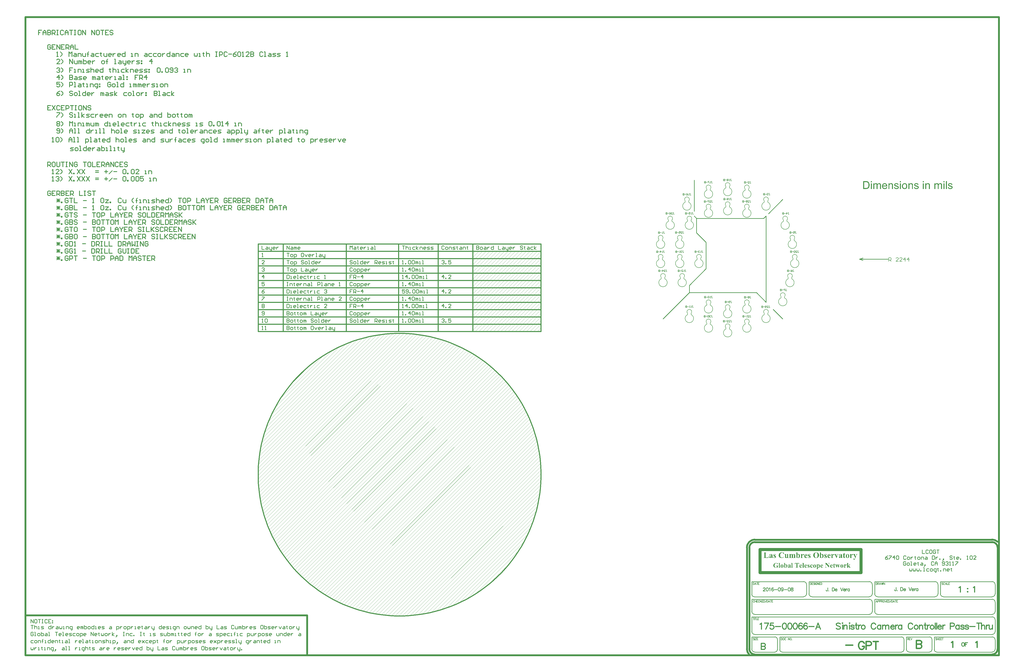
<source format=gbo>
G04 Layer_Color=32896*
%FSLAX23Y23*%
%MOIN*%
G70*
G01*
G75*
%ADD10C,0.010*%
%ADD11C,0.030*%
%ADD12C,0.050*%
%ADD13C,0.015*%
%ADD14C,0.001*%
%ADD15C,0.012*%
%ADD16C,0.006*%
%ADD17C,0.024*%
%ADD18C,0.018*%
%ADD19C,0.020*%
%ADD20C,0.016*%
%ADD30C,0.005*%
G36*
X2767Y1250D02*
X2769Y1249D01*
X2772Y1249D01*
X2774Y1248D01*
X2777Y1248D01*
X2780Y1247D01*
X2780Y1246D01*
X2781Y1246D01*
X2782Y1245D01*
X2784Y1244D01*
X2785Y1243D01*
X2787Y1242D01*
X2789Y1240D01*
X2790Y1239D01*
X2790Y1239D01*
X2791Y1238D01*
X2791Y1237D01*
X2792Y1235D01*
X2793Y1234D01*
X2794Y1232D01*
X2794Y1230D01*
X2795Y1227D01*
Y1227D01*
X2795Y1226D01*
X2795Y1225D01*
X2795Y1224D01*
X2796Y1221D01*
X2796Y1219D01*
X2796Y1216D01*
Y1212D01*
Y1155D01*
X2780D01*
Y1211D01*
Y1211D01*
Y1212D01*
Y1212D01*
Y1213D01*
X2780Y1215D01*
Y1217D01*
X2780Y1219D01*
X2779Y1221D01*
X2779Y1223D01*
X2778Y1225D01*
Y1226D01*
X2778Y1226D01*
X2777Y1227D01*
X2777Y1228D01*
X2776Y1229D01*
X2775Y1231D01*
X2773Y1232D01*
X2772Y1233D01*
X2772Y1233D01*
X2771Y1234D01*
X2770Y1234D01*
X2769Y1235D01*
X2767Y1235D01*
X2765Y1236D01*
X2763Y1236D01*
X2761Y1236D01*
X2760D01*
X2759Y1236D01*
X2757Y1236D01*
X2755Y1235D01*
X2752Y1235D01*
X2749Y1233D01*
X2746Y1232D01*
X2743Y1230D01*
X2743Y1229D01*
X2743Y1229D01*
X2742Y1228D01*
X2742Y1228D01*
X2741Y1227D01*
X2741Y1226D01*
X2740Y1224D01*
X2739Y1223D01*
X2739Y1221D01*
X2738Y1219D01*
X2737Y1217D01*
X2737Y1214D01*
X2737Y1212D01*
X2736Y1209D01*
X2736Y1205D01*
Y1155D01*
X2721D01*
Y1248D01*
X2735D01*
Y1234D01*
X2735Y1235D01*
X2735Y1235D01*
X2736Y1236D01*
X2737Y1237D01*
X2738Y1238D01*
X2739Y1239D01*
X2740Y1241D01*
X2742Y1242D01*
X2744Y1244D01*
X2746Y1245D01*
X2749Y1246D01*
X2751Y1247D01*
X2754Y1248D01*
X2757Y1249D01*
X2761Y1250D01*
X2764Y1250D01*
X2766D01*
X2767Y1250D01*
D02*
G37*
G36*
X3576D02*
X3577D01*
X3578Y1249D01*
X3581Y1249D01*
X3585Y1248D01*
X3588Y1247D01*
X3592Y1245D01*
X3593Y1243D01*
X3595Y1242D01*
X3595Y1242D01*
X3595Y1242D01*
X3595Y1241D01*
X3596Y1241D01*
X3596Y1240D01*
X3597Y1239D01*
X3598Y1238D01*
X3598Y1236D01*
X3599Y1235D01*
X3600Y1233D01*
X3600Y1231D01*
X3601Y1229D01*
X3601Y1227D01*
X3602Y1224D01*
X3602Y1221D01*
Y1218D01*
Y1155D01*
X3586D01*
Y1213D01*
Y1213D01*
Y1214D01*
Y1214D01*
Y1215D01*
Y1216D01*
X3586Y1218D01*
X3586Y1221D01*
X3586Y1223D01*
X3585Y1225D01*
X3585Y1227D01*
Y1227D01*
X3585Y1227D01*
X3584Y1228D01*
X3584Y1229D01*
X3583Y1230D01*
X3582Y1231D01*
X3581Y1232D01*
X3579Y1233D01*
X3579Y1234D01*
X3579Y1234D01*
X3578Y1234D01*
X3577Y1235D01*
X3575Y1235D01*
X3574Y1236D01*
X3572Y1236D01*
X3570Y1236D01*
X3569D01*
X3568Y1236D01*
X3566Y1236D01*
X3564Y1235D01*
X3561Y1234D01*
X3559Y1233D01*
X3556Y1232D01*
X3553Y1229D01*
X3553Y1229D01*
X3553Y1228D01*
X3552Y1227D01*
X3550Y1224D01*
X3550Y1223D01*
X3549Y1222D01*
X3549Y1220D01*
X3548Y1218D01*
X3548Y1216D01*
X3547Y1214D01*
X3547Y1211D01*
Y1209D01*
Y1155D01*
X3531D01*
Y1215D01*
Y1215D01*
Y1216D01*
Y1216D01*
Y1217D01*
X3531Y1219D01*
X3531Y1221D01*
X3530Y1224D01*
X3530Y1226D01*
X3529Y1229D01*
X3528Y1231D01*
X3527Y1231D01*
X3527Y1232D01*
X3526Y1232D01*
X3525Y1233D01*
X3523Y1234D01*
X3521Y1235D01*
X3518Y1236D01*
X3515Y1236D01*
X3514D01*
X3513Y1236D01*
X3511Y1236D01*
X3509Y1235D01*
X3507Y1235D01*
X3505Y1234D01*
X3503Y1233D01*
X3503Y1232D01*
X3502Y1232D01*
X3501Y1231D01*
X3500Y1230D01*
X3498Y1229D01*
X3497Y1227D01*
X3496Y1225D01*
X3494Y1222D01*
X3494Y1222D01*
X3494Y1221D01*
X3494Y1219D01*
X3493Y1217D01*
X3493Y1215D01*
X3492Y1211D01*
X3492Y1207D01*
X3492Y1203D01*
Y1155D01*
X3476D01*
Y1248D01*
X3490D01*
Y1235D01*
X3490Y1235D01*
X3491Y1236D01*
X3492Y1237D01*
X3493Y1239D01*
X3495Y1240D01*
X3497Y1242D01*
X3499Y1244D01*
X3502Y1246D01*
X3502D01*
X3502Y1246D01*
X3503Y1246D01*
X3505Y1247D01*
X3507Y1248D01*
X3509Y1248D01*
X3512Y1249D01*
X3515Y1250D01*
X3518Y1250D01*
X3520D01*
X3522Y1250D01*
X3524Y1249D01*
X3527Y1249D01*
X3530Y1248D01*
X3533Y1247D01*
X3535Y1245D01*
X3536Y1245D01*
X3536Y1245D01*
X3538Y1244D01*
X3539Y1242D01*
X3541Y1241D01*
X3542Y1239D01*
X3544Y1236D01*
X3545Y1233D01*
X3545Y1234D01*
X3545Y1234D01*
X3546Y1235D01*
X3547Y1236D01*
X3548Y1237D01*
X3549Y1239D01*
X3551Y1240D01*
X3552Y1242D01*
X3554Y1243D01*
X3556Y1245D01*
X3559Y1246D01*
X3561Y1247D01*
X3564Y1248D01*
X3567Y1249D01*
X3570Y1250D01*
X3573Y1250D01*
X3575D01*
X3576Y1250D01*
D02*
G37*
G36*
X2571D02*
X2573D01*
X2574Y1249D01*
X2577Y1249D01*
X2580Y1248D01*
X2584Y1247D01*
X2587Y1245D01*
X2589Y1243D01*
X2590Y1242D01*
X2591Y1242D01*
X2591Y1242D01*
X2591Y1241D01*
X2592Y1241D01*
X2592Y1240D01*
X2593Y1239D01*
X2593Y1238D01*
X2594Y1236D01*
X2595Y1235D01*
X2596Y1233D01*
X2596Y1231D01*
X2597Y1229D01*
X2597Y1227D01*
X2598Y1224D01*
X2598Y1221D01*
Y1218D01*
Y1155D01*
X2582D01*
Y1213D01*
Y1213D01*
Y1214D01*
Y1214D01*
Y1215D01*
Y1216D01*
X2582Y1218D01*
X2582Y1221D01*
X2582Y1223D01*
X2581Y1225D01*
X2581Y1227D01*
Y1227D01*
X2580Y1227D01*
X2580Y1228D01*
X2579Y1229D01*
X2579Y1230D01*
X2578Y1231D01*
X2577Y1232D01*
X2575Y1233D01*
X2575Y1234D01*
X2574Y1234D01*
X2574Y1234D01*
X2572Y1235D01*
X2571Y1235D01*
X2569Y1236D01*
X2568Y1236D01*
X2566Y1236D01*
X2565D01*
X2564Y1236D01*
X2562Y1236D01*
X2560Y1235D01*
X2557Y1234D01*
X2555Y1233D01*
X2552Y1232D01*
X2549Y1229D01*
X2549Y1229D01*
X2548Y1228D01*
X2547Y1227D01*
X2546Y1224D01*
X2545Y1223D01*
X2545Y1222D01*
X2544Y1220D01*
X2544Y1218D01*
X2543Y1216D01*
X2543Y1214D01*
X2543Y1211D01*
Y1209D01*
Y1155D01*
X2527D01*
Y1215D01*
Y1215D01*
Y1216D01*
Y1216D01*
Y1217D01*
X2527Y1219D01*
X2527Y1221D01*
X2526Y1224D01*
X2525Y1226D01*
X2525Y1229D01*
X2523Y1231D01*
X2523Y1231D01*
X2523Y1232D01*
X2522Y1232D01*
X2520Y1233D01*
X2519Y1234D01*
X2516Y1235D01*
X2514Y1236D01*
X2511Y1236D01*
X2510D01*
X2508Y1236D01*
X2507Y1236D01*
X2505Y1235D01*
X2503Y1235D01*
X2501Y1234D01*
X2498Y1233D01*
X2498Y1232D01*
X2497Y1232D01*
X2496Y1231D01*
X2495Y1230D01*
X2494Y1229D01*
X2493Y1227D01*
X2491Y1225D01*
X2490Y1222D01*
X2490Y1222D01*
X2490Y1221D01*
X2489Y1219D01*
X2489Y1217D01*
X2488Y1215D01*
X2488Y1211D01*
X2488Y1207D01*
X2488Y1203D01*
Y1155D01*
X2472D01*
Y1248D01*
X2486D01*
Y1235D01*
X2486Y1235D01*
X2487Y1236D01*
X2488Y1237D01*
X2489Y1239D01*
X2491Y1240D01*
X2493Y1242D01*
X2495Y1244D01*
X2498Y1246D01*
X2498D01*
X2498Y1246D01*
X2499Y1246D01*
X2500Y1247D01*
X2502Y1248D01*
X2505Y1248D01*
X2508Y1249D01*
X2511Y1250D01*
X2514Y1250D01*
X2516D01*
X2518Y1250D01*
X2520Y1249D01*
X2523Y1249D01*
X2526Y1248D01*
X2528Y1247D01*
X2531Y1245D01*
X2531Y1245D01*
X2532Y1245D01*
X2533Y1244D01*
X2535Y1242D01*
X2536Y1241D01*
X2538Y1239D01*
X2539Y1236D01*
X2540Y1233D01*
X2541Y1234D01*
X2541Y1234D01*
X2542Y1235D01*
X2542Y1236D01*
X2544Y1237D01*
X2545Y1239D01*
X2546Y1240D01*
X2548Y1242D01*
X2550Y1243D01*
X2552Y1245D01*
X2555Y1246D01*
X2557Y1247D01*
X2560Y1248D01*
X2563Y1249D01*
X2566Y1250D01*
X2569Y1250D01*
X2570D01*
X2571Y1250D01*
D02*
G37*
G36*
X3095D02*
X3098Y1249D01*
X3100Y1249D01*
X3103Y1248D01*
X3105Y1248D01*
X3108Y1247D01*
X3108Y1246D01*
X3109Y1246D01*
X3110Y1245D01*
X3112Y1244D01*
X3114Y1243D01*
X3115Y1242D01*
X3117Y1240D01*
X3118Y1239D01*
X3119Y1239D01*
X3119Y1238D01*
X3120Y1237D01*
X3120Y1235D01*
X3121Y1234D01*
X3122Y1232D01*
X3123Y1230D01*
X3123Y1227D01*
Y1227D01*
X3123Y1226D01*
X3124Y1225D01*
X3124Y1224D01*
X3124Y1221D01*
X3124Y1219D01*
X3124Y1216D01*
Y1212D01*
Y1155D01*
X3109D01*
Y1211D01*
Y1211D01*
Y1212D01*
Y1212D01*
Y1213D01*
X3108Y1215D01*
Y1217D01*
X3108Y1219D01*
X3108Y1221D01*
X3107Y1223D01*
X3107Y1225D01*
Y1226D01*
X3106Y1226D01*
X3106Y1227D01*
X3105Y1228D01*
X3104Y1229D01*
X3103Y1231D01*
X3102Y1232D01*
X3100Y1233D01*
X3100Y1233D01*
X3099Y1234D01*
X3098Y1234D01*
X3097Y1235D01*
X3095Y1235D01*
X3094Y1236D01*
X3091Y1236D01*
X3089Y1236D01*
X3088D01*
X3088Y1236D01*
X3086Y1236D01*
X3083Y1235D01*
X3081Y1235D01*
X3078Y1233D01*
X3075Y1232D01*
X3072Y1230D01*
X3071Y1229D01*
X3071Y1229D01*
X3071Y1228D01*
X3070Y1228D01*
X3069Y1227D01*
X3069Y1226D01*
X3068Y1224D01*
X3068Y1223D01*
X3067Y1221D01*
X3066Y1219D01*
X3066Y1217D01*
X3065Y1214D01*
X3065Y1212D01*
X3065Y1209D01*
X3065Y1205D01*
Y1155D01*
X3049D01*
Y1248D01*
X3063D01*
Y1234D01*
X3063Y1235D01*
X3064Y1235D01*
X3064Y1236D01*
X3065Y1237D01*
X3066Y1238D01*
X3067Y1239D01*
X3069Y1241D01*
X3071Y1242D01*
X3073Y1244D01*
X3075Y1245D01*
X3077Y1246D01*
X3080Y1247D01*
X3083Y1248D01*
X3086Y1249D01*
X3089Y1250D01*
X3092Y1250D01*
X3094D01*
X3095Y1250D01*
D02*
G37*
G36*
X1144Y-5065D02*
Y-5065D01*
Y-5065D01*
Y-5066D01*
X1144Y-5067D01*
X1144Y-5068D01*
X1144Y-5069D01*
X1144Y-5070D01*
X1145Y-5071D01*
X1145Y-5072D01*
X1145Y-5072D01*
X1145Y-5072D01*
X1146Y-5072D01*
X1146Y-5073D01*
X1147Y-5073D01*
X1148Y-5073D01*
X1149Y-5073D01*
X1150Y-5074D01*
Y-5076D01*
X1122D01*
Y-5074D01*
X1123D01*
X1123Y-5073D01*
X1124Y-5073D01*
X1125Y-5073D01*
X1126Y-5073D01*
X1126Y-5072D01*
X1127Y-5072D01*
X1127Y-5071D01*
X1127Y-5071D01*
X1128Y-5071D01*
X1128Y-5070D01*
X1128Y-5069D01*
X1128Y-5068D01*
X1128Y-5067D01*
Y-5065D01*
Y-5012D01*
Y-5011D01*
Y-5011D01*
Y-5011D01*
X1128Y-5010D01*
X1128Y-5009D01*
X1128Y-5007D01*
X1128Y-5006D01*
X1127Y-5005D01*
X1127Y-5005D01*
X1127Y-5005D01*
X1127Y-5004D01*
X1126Y-5004D01*
X1126Y-5004D01*
X1125Y-5004D01*
X1124Y-5003D01*
X1123Y-5003D01*
X1122Y-5003D01*
Y-5001D01*
X1144D01*
Y-5065D01*
D02*
G37*
G36*
X1329D02*
Y-5065D01*
Y-5065D01*
Y-5066D01*
X1329Y-5067D01*
X1329Y-5068D01*
X1329Y-5069D01*
X1329Y-5070D01*
X1329Y-5071D01*
X1330Y-5072D01*
X1330Y-5072D01*
X1330Y-5072D01*
X1330Y-5072D01*
X1331Y-5073D01*
X1332Y-5073D01*
X1332Y-5073D01*
X1334Y-5073D01*
X1335Y-5074D01*
Y-5076D01*
X1307D01*
Y-5074D01*
X1307D01*
X1308Y-5073D01*
X1309Y-5073D01*
X1310Y-5073D01*
X1311Y-5073D01*
X1311Y-5072D01*
X1312Y-5072D01*
X1312Y-5071D01*
X1312Y-5071D01*
X1312Y-5071D01*
X1313Y-5070D01*
X1313Y-5069D01*
X1313Y-5068D01*
X1313Y-5067D01*
Y-5065D01*
Y-5012D01*
Y-5011D01*
Y-5011D01*
Y-5011D01*
X1313Y-5010D01*
X1313Y-5009D01*
X1313Y-5007D01*
X1313Y-5006D01*
X1312Y-5005D01*
X1312Y-5005D01*
X1312Y-5005D01*
X1312Y-5004D01*
X1311Y-5004D01*
X1311Y-5004D01*
X1310Y-5004D01*
X1309Y-5003D01*
X1308Y-5003D01*
X1307Y-5003D01*
Y-5001D01*
X1329D01*
Y-5065D01*
D02*
G37*
G36*
X2059Y-5050D02*
X2071Y-5038D01*
X2072Y-5038D01*
X2072Y-5038D01*
X2073Y-5037D01*
X2073Y-5036D01*
X2074Y-5035D01*
X2075Y-5035D01*
X2076Y-5034D01*
X2076Y-5033D01*
Y-5033D01*
X2076Y-5033D01*
X2076Y-5033D01*
X2077Y-5032D01*
X2077Y-5031D01*
X2077Y-5030D01*
Y-5030D01*
Y-5030D01*
X2077Y-5029D01*
X2076Y-5028D01*
X2076Y-5028D01*
X2076Y-5028D01*
X2076D01*
X2076Y-5027D01*
X2075Y-5027D01*
X2075Y-5027D01*
X2074Y-5027D01*
X2073Y-5026D01*
X2072Y-5026D01*
X2071Y-5026D01*
Y-5024D01*
X2094D01*
Y-5026D01*
X2094D01*
X2093Y-5026D01*
X2092Y-5026D01*
X2091Y-5027D01*
X2090Y-5027D01*
X2089Y-5027D01*
X2088Y-5028D01*
X2088Y-5028D01*
X2088Y-5028D01*
X2087Y-5028D01*
X2086Y-5029D01*
X2085Y-5030D01*
X2084Y-5031D01*
X2083Y-5032D01*
X2082Y-5033D01*
X2081Y-5034D01*
X2080Y-5035D01*
X2079Y-5036D01*
X2073Y-5042D01*
X2085Y-5059D01*
X2085Y-5060D01*
X2085Y-5060D01*
X2086Y-5060D01*
X2086Y-5061D01*
X2087Y-5062D01*
X2087Y-5063D01*
X2089Y-5065D01*
X2090Y-5067D01*
X2091Y-5068D01*
X2092Y-5069D01*
X2092Y-5070D01*
X2093Y-5071D01*
X2094Y-5071D01*
X2094Y-5071D01*
X2094Y-5072D01*
X2094Y-5072D01*
X2095Y-5072D01*
X2095Y-5072D01*
X2096Y-5073D01*
X2097Y-5073D01*
X2097Y-5073D01*
X2099Y-5074D01*
Y-5076D01*
X2072D01*
Y-5074D01*
X2072D01*
X2073Y-5073D01*
X2074Y-5073D01*
X2074Y-5073D01*
X2075Y-5073D01*
X2075Y-5073D01*
X2075Y-5072D01*
X2075Y-5071D01*
Y-5071D01*
Y-5071D01*
X2075Y-5071D01*
X2075Y-5070D01*
X2075Y-5070D01*
X2074Y-5069D01*
X2074Y-5068D01*
X2073Y-5067D01*
X2063Y-5052D01*
X2059Y-5055D01*
Y-5064D01*
Y-5065D01*
Y-5065D01*
Y-5065D01*
Y-5065D01*
X2059Y-5066D01*
Y-5068D01*
X2060Y-5069D01*
X2060Y-5070D01*
X2060Y-5071D01*
X2060Y-5071D01*
X2060Y-5072D01*
X2061Y-5072D01*
X2061Y-5072D01*
X2061Y-5072D01*
X2061Y-5073D01*
X2062Y-5073D01*
X2063Y-5073D01*
X2064Y-5073D01*
X2065Y-5074D01*
Y-5076D01*
X2038D01*
Y-5074D01*
X2039D01*
X2039Y-5073D01*
X2040Y-5073D01*
X2040Y-5073D01*
X2041Y-5073D01*
X2042Y-5073D01*
X2042Y-5072D01*
X2043Y-5071D01*
Y-5071D01*
X2043Y-5071D01*
X2043Y-5071D01*
X2044Y-5070D01*
X2044Y-5069D01*
X2044Y-5068D01*
X2044Y-5066D01*
Y-5065D01*
Y-5064D01*
Y-5012D01*
Y-5012D01*
Y-5012D01*
Y-5011D01*
Y-5011D01*
Y-5010D01*
X2044Y-5009D01*
X2044Y-5008D01*
X2044Y-5006D01*
X2043Y-5005D01*
X2043Y-5005D01*
X2043Y-5005D01*
Y-5005D01*
X2043Y-5005D01*
X2042Y-5004D01*
X2042Y-5004D01*
X2041Y-5004D01*
X2041Y-5003D01*
X2040Y-5003D01*
X2038Y-5003D01*
Y-5001D01*
X2059D01*
Y-5050D01*
D02*
G37*
G36*
X3738Y1250D02*
X3739D01*
X3742Y1249D01*
X3745Y1249D01*
X3748Y1248D01*
X3751Y1248D01*
X3755Y1247D01*
X3755D01*
X3755Y1246D01*
X3756Y1246D01*
X3757Y1245D01*
X3759Y1244D01*
X3761Y1243D01*
X3763Y1242D01*
X3765Y1240D01*
X3767Y1238D01*
X3767Y1238D01*
X3768Y1237D01*
X3768Y1236D01*
X3769Y1234D01*
X3770Y1232D01*
X3771Y1230D01*
X3772Y1227D01*
X3772Y1224D01*
X3757Y1222D01*
Y1222D01*
X3757Y1223D01*
X3756Y1224D01*
X3756Y1226D01*
X3755Y1227D01*
X3754Y1229D01*
X3753Y1231D01*
X3751Y1233D01*
X3751Y1233D01*
X3750Y1233D01*
X3749Y1234D01*
X3747Y1235D01*
X3745Y1235D01*
X3743Y1236D01*
X3740Y1237D01*
X3737Y1237D01*
X3735D01*
X3733Y1237D01*
X3731Y1236D01*
X3728Y1236D01*
X3725Y1235D01*
X3723Y1234D01*
X3721Y1233D01*
X3721Y1233D01*
X3720Y1232D01*
X3720Y1232D01*
X3719Y1231D01*
X3718Y1230D01*
X3717Y1228D01*
X3717Y1227D01*
X3717Y1225D01*
Y1225D01*
Y1224D01*
X3717Y1224D01*
Y1223D01*
X3717Y1221D01*
X3718Y1220D01*
X3718Y1219D01*
X3719Y1219D01*
X3719Y1219D01*
X3719Y1218D01*
X3720Y1218D01*
X3721Y1217D01*
X3722Y1216D01*
X3723Y1216D01*
X3724Y1215D01*
X3725D01*
X3725Y1215D01*
X3726Y1215D01*
X3727Y1214D01*
X3729Y1214D01*
X3730Y1213D01*
X3731Y1213D01*
X3733Y1213D01*
X3735Y1212D01*
X3736Y1212D01*
X3738Y1211D01*
X3739D01*
X3739Y1211D01*
X3740Y1211D01*
X3741Y1210D01*
X3742Y1210D01*
X3744Y1210D01*
X3748Y1209D01*
X3751Y1207D01*
X3755Y1206D01*
X3759Y1205D01*
X3760Y1204D01*
X3762Y1204D01*
X3762Y1204D01*
X3763Y1203D01*
X3764Y1203D01*
X3765Y1202D01*
X3767Y1201D01*
X3769Y1199D01*
X3771Y1198D01*
X3772Y1196D01*
X3772Y1195D01*
X3773Y1195D01*
X3773Y1193D01*
X3774Y1192D01*
X3775Y1190D01*
X3775Y1188D01*
X3776Y1185D01*
X3776Y1182D01*
Y1182D01*
Y1182D01*
Y1181D01*
X3776Y1179D01*
X3775Y1177D01*
X3775Y1175D01*
X3774Y1173D01*
X3773Y1170D01*
X3771Y1167D01*
X3771Y1167D01*
X3770Y1166D01*
X3769Y1165D01*
X3768Y1163D01*
X3766Y1162D01*
X3764Y1160D01*
X3761Y1158D01*
X3758Y1157D01*
X3758D01*
X3758Y1156D01*
X3757Y1156D01*
X3756Y1156D01*
X3755Y1156D01*
X3752Y1155D01*
X3749Y1154D01*
X3746Y1154D01*
X3742Y1153D01*
X3738Y1153D01*
X3737D01*
X3735Y1153D01*
X3734D01*
X3732Y1153D01*
X3730Y1154D01*
X3728Y1154D01*
X3724Y1155D01*
X3719Y1156D01*
X3715Y1158D01*
X3713Y1159D01*
X3711Y1160D01*
X3711Y1160D01*
X3710Y1161D01*
X3710Y1161D01*
X3709Y1162D01*
X3708Y1162D01*
X3708Y1163D01*
X3707Y1165D01*
X3706Y1166D01*
X3705Y1167D01*
X3704Y1169D01*
X3703Y1171D01*
X3702Y1173D01*
X3701Y1175D01*
X3700Y1177D01*
X3699Y1180D01*
X3699Y1183D01*
X3714Y1185D01*
Y1185D01*
Y1185D01*
X3714Y1184D01*
X3715Y1184D01*
X3715Y1182D01*
X3716Y1180D01*
X3717Y1177D01*
X3718Y1175D01*
X3719Y1173D01*
X3721Y1171D01*
X3722Y1171D01*
X3723Y1170D01*
X3724Y1169D01*
X3726Y1168D01*
X3728Y1167D01*
X3731Y1167D01*
X3734Y1166D01*
X3738Y1166D01*
X3740D01*
X3742Y1166D01*
X3744Y1166D01*
X3747Y1167D01*
X3750Y1168D01*
X3752Y1169D01*
X3754Y1170D01*
X3755Y1170D01*
X3755Y1171D01*
X3756Y1172D01*
X3757Y1173D01*
X3758Y1175D01*
X3759Y1176D01*
X3760Y1178D01*
X3760Y1181D01*
Y1181D01*
Y1181D01*
X3760Y1182D01*
X3759Y1184D01*
X3759Y1185D01*
X3758Y1186D01*
X3757Y1188D01*
X3755Y1189D01*
X3755Y1189D01*
X3754Y1189D01*
X3753Y1190D01*
X3752Y1190D01*
X3751Y1191D01*
X3750Y1191D01*
X3748Y1191D01*
X3747Y1192D01*
X3745Y1192D01*
X3743Y1193D01*
X3741Y1194D01*
X3739Y1194D01*
X3739D01*
X3738Y1194D01*
X3737Y1195D01*
X3736Y1195D01*
X3735Y1195D01*
X3733Y1196D01*
X3729Y1197D01*
X3725Y1198D01*
X3721Y1199D01*
X3720Y1200D01*
X3718Y1201D01*
X3716Y1201D01*
X3715Y1202D01*
X3715Y1202D01*
X3714Y1202D01*
X3713Y1203D01*
X3711Y1204D01*
X3710Y1205D01*
X3708Y1207D01*
X3706Y1208D01*
X3705Y1210D01*
X3705Y1211D01*
X3704Y1211D01*
X3704Y1213D01*
X3703Y1214D01*
X3702Y1216D01*
X3702Y1218D01*
X3702Y1220D01*
X3701Y1223D01*
Y1223D01*
Y1224D01*
X3702Y1225D01*
X3702Y1227D01*
X3702Y1228D01*
X3703Y1230D01*
X3703Y1232D01*
X3704Y1234D01*
X3704Y1235D01*
X3705Y1235D01*
X3705Y1236D01*
X3706Y1238D01*
X3707Y1239D01*
X3709Y1240D01*
X3710Y1242D01*
X3712Y1243D01*
X3712Y1243D01*
X3713Y1244D01*
X3713Y1244D01*
X3715Y1245D01*
X3716Y1246D01*
X3718Y1246D01*
X3720Y1247D01*
X3722Y1248D01*
X3722Y1248D01*
X3723Y1248D01*
X3724Y1248D01*
X3726Y1249D01*
X3728Y1249D01*
X3730Y1249D01*
X3733Y1250D01*
X3737D01*
X3738Y1250D01*
D02*
G37*
G36*
X1460Y-5023D02*
X1460D01*
X1461Y-5023D01*
X1463Y-5023D01*
X1465Y-5023D01*
X1467Y-5024D01*
X1469Y-5025D01*
X1471Y-5027D01*
X1471D01*
X1471Y-5027D01*
X1472Y-5027D01*
X1473Y-5028D01*
X1474Y-5029D01*
X1474Y-5030D01*
X1475Y-5032D01*
X1476Y-5034D01*
X1476Y-5035D01*
Y-5035D01*
Y-5036D01*
Y-5036D01*
X1476Y-5037D01*
X1476Y-5037D01*
X1475Y-5038D01*
X1475Y-5039D01*
X1475Y-5040D01*
X1474Y-5041D01*
X1474Y-5041D01*
X1474Y-5041D01*
X1473Y-5041D01*
X1473Y-5041D01*
X1472Y-5042D01*
X1471Y-5042D01*
X1470Y-5042D01*
X1469Y-5042D01*
X1468D01*
X1468Y-5042D01*
X1467Y-5042D01*
X1466Y-5042D01*
X1465Y-5042D01*
X1464Y-5041D01*
X1464Y-5040D01*
X1463Y-5040D01*
X1463Y-5040D01*
X1463Y-5039D01*
X1462Y-5038D01*
X1462Y-5037D01*
X1462Y-5036D01*
X1461Y-5034D01*
X1461Y-5033D01*
Y-5032D01*
X1461Y-5032D01*
X1461Y-5031D01*
X1461Y-5031D01*
X1460Y-5029D01*
X1460Y-5028D01*
X1459Y-5028D01*
X1459Y-5028D01*
X1459Y-5028D01*
X1459Y-5027D01*
X1458Y-5027D01*
X1457Y-5026D01*
X1456Y-5026D01*
X1456D01*
X1455Y-5026D01*
X1455Y-5027D01*
X1454Y-5027D01*
X1453Y-5027D01*
X1453Y-5028D01*
X1452Y-5029D01*
X1452Y-5029D01*
X1451Y-5030D01*
X1451Y-5031D01*
X1451Y-5032D01*
X1450Y-5034D01*
X1449Y-5036D01*
X1449Y-5038D01*
X1449Y-5039D01*
X1449Y-5041D01*
Y-5042D01*
Y-5042D01*
Y-5042D01*
Y-5043D01*
Y-5043D01*
X1449Y-5044D01*
Y-5045D01*
X1449Y-5047D01*
X1450Y-5049D01*
X1450Y-5051D01*
X1451Y-5054D01*
X1451Y-5056D01*
Y-5056D01*
X1451Y-5056D01*
X1452Y-5057D01*
X1452Y-5057D01*
X1452Y-5058D01*
X1453Y-5060D01*
X1454Y-5061D01*
X1455Y-5063D01*
X1456Y-5065D01*
X1458Y-5066D01*
X1458Y-5066D01*
X1458Y-5066D01*
X1459Y-5067D01*
X1460Y-5067D01*
X1461Y-5068D01*
X1462Y-5068D01*
X1463Y-5068D01*
X1465Y-5068D01*
X1465D01*
X1466Y-5068D01*
X1467Y-5068D01*
X1467Y-5068D01*
X1468Y-5068D01*
X1469Y-5067D01*
X1470Y-5067D01*
X1470Y-5067D01*
X1470Y-5067D01*
X1471Y-5066D01*
X1472Y-5066D01*
X1472Y-5065D01*
X1473Y-5064D01*
X1474Y-5063D01*
X1476Y-5062D01*
X1477Y-5064D01*
Y-5064D01*
X1477Y-5064D01*
X1477Y-5064D01*
X1477Y-5065D01*
X1476Y-5066D01*
X1475Y-5067D01*
X1474Y-5069D01*
X1472Y-5071D01*
X1470Y-5072D01*
X1468Y-5074D01*
X1468D01*
X1468Y-5074D01*
X1468Y-5074D01*
X1467Y-5074D01*
X1466Y-5075D01*
X1465Y-5075D01*
X1463Y-5076D01*
X1461Y-5077D01*
X1459Y-5077D01*
X1457Y-5077D01*
X1456D01*
X1456Y-5077D01*
X1455D01*
X1454Y-5077D01*
X1453Y-5077D01*
X1452Y-5076D01*
X1451Y-5076D01*
X1450Y-5076D01*
X1448Y-5075D01*
X1447Y-5075D01*
X1446Y-5074D01*
X1444Y-5073D01*
X1443Y-5072D01*
X1442Y-5071D01*
X1440Y-5069D01*
X1440Y-5069D01*
X1440Y-5069D01*
X1440Y-5069D01*
X1439Y-5068D01*
X1439Y-5067D01*
X1438Y-5066D01*
X1438Y-5065D01*
X1437Y-5064D01*
X1437Y-5063D01*
X1436Y-5061D01*
X1436Y-5060D01*
X1435Y-5058D01*
X1435Y-5056D01*
X1434Y-5055D01*
X1434Y-5053D01*
X1434Y-5051D01*
Y-5051D01*
Y-5050D01*
Y-5050D01*
X1434Y-5049D01*
X1434Y-5048D01*
X1434Y-5047D01*
X1435Y-5046D01*
X1435Y-5044D01*
X1436Y-5042D01*
X1437Y-5038D01*
X1437Y-5037D01*
X1438Y-5035D01*
X1439Y-5034D01*
X1440Y-5032D01*
X1440Y-5032D01*
X1440Y-5032D01*
X1441Y-5031D01*
X1441Y-5031D01*
X1442Y-5030D01*
X1443Y-5029D01*
X1444Y-5028D01*
X1445Y-5027D01*
X1446Y-5026D01*
X1447Y-5025D01*
X1449Y-5025D01*
X1451Y-5024D01*
X1452Y-5023D01*
X1454Y-5023D01*
X1456Y-5023D01*
X1458Y-5022D01*
X1459D01*
X1460Y-5023D01*
D02*
G37*
G36*
X1408D02*
X1409Y-5023D01*
X1410Y-5023D01*
X1412Y-5023D01*
X1413Y-5024D01*
X1414Y-5025D01*
X1415D01*
X1415Y-5025D01*
X1415Y-5025D01*
X1416Y-5025D01*
X1417Y-5025D01*
X1417D01*
X1418Y-5025D01*
X1418Y-5025D01*
X1419Y-5025D01*
X1419Y-5025D01*
X1419Y-5024D01*
X1420Y-5024D01*
X1420Y-5023D01*
X1420Y-5023D01*
X1422D01*
X1423Y-5040D01*
X1421D01*
Y-5040D01*
X1421Y-5040D01*
X1421Y-5040D01*
X1421Y-5039D01*
X1420Y-5038D01*
X1420Y-5038D01*
X1419Y-5036D01*
X1418Y-5034D01*
X1417Y-5032D01*
X1416Y-5031D01*
X1415Y-5030D01*
X1414Y-5030D01*
X1414Y-5029D01*
X1414Y-5029D01*
X1413Y-5029D01*
X1412Y-5028D01*
X1411Y-5028D01*
X1410Y-5027D01*
X1409Y-5027D01*
X1407Y-5027D01*
X1407D01*
X1406Y-5027D01*
X1406Y-5027D01*
X1405Y-5027D01*
X1405Y-5027D01*
X1404Y-5028D01*
X1403Y-5028D01*
X1403Y-5028D01*
X1403Y-5028D01*
X1403Y-5029D01*
X1403Y-5029D01*
X1402Y-5030D01*
X1402Y-5031D01*
X1402Y-5032D01*
Y-5032D01*
Y-5032D01*
X1402Y-5033D01*
X1402Y-5033D01*
X1403Y-5035D01*
X1403Y-5035D01*
X1403Y-5035D01*
X1404Y-5036D01*
X1405Y-5036D01*
X1405Y-5037D01*
X1406Y-5037D01*
X1407Y-5038D01*
X1408Y-5039D01*
X1409Y-5040D01*
X1410Y-5040D01*
X1411Y-5041D01*
X1413Y-5042D01*
X1413Y-5042D01*
X1413Y-5043D01*
X1413Y-5043D01*
X1414Y-5043D01*
X1415Y-5044D01*
X1415Y-5044D01*
X1417Y-5046D01*
X1419Y-5047D01*
X1421Y-5048D01*
X1422Y-5050D01*
X1423Y-5051D01*
X1423Y-5052D01*
X1423Y-5052D01*
X1424Y-5052D01*
X1424Y-5053D01*
X1425Y-5054D01*
X1425Y-5055D01*
X1426Y-5057D01*
X1426Y-5058D01*
X1426Y-5060D01*
Y-5060D01*
Y-5061D01*
X1426Y-5062D01*
X1426Y-5063D01*
X1425Y-5064D01*
X1425Y-5066D01*
X1424Y-5067D01*
X1424Y-5069D01*
X1424Y-5069D01*
X1423Y-5069D01*
X1423Y-5070D01*
X1422Y-5071D01*
X1421Y-5072D01*
X1420Y-5073D01*
X1419Y-5074D01*
X1418Y-5075D01*
X1418Y-5075D01*
X1417Y-5075D01*
X1416Y-5076D01*
X1415Y-5076D01*
X1414Y-5076D01*
X1412Y-5077D01*
X1411Y-5077D01*
X1409Y-5077D01*
X1408D01*
X1408Y-5077D01*
X1406Y-5077D01*
X1405Y-5077D01*
X1403Y-5076D01*
X1401Y-5076D01*
X1399Y-5075D01*
X1399D01*
X1399Y-5075D01*
X1398Y-5075D01*
X1398Y-5074D01*
X1397Y-5074D01*
X1397D01*
X1396Y-5074D01*
X1396Y-5075D01*
X1396Y-5075D01*
X1395Y-5075D01*
X1394Y-5076D01*
X1394Y-5077D01*
X1392D01*
X1391Y-5058D01*
X1393D01*
Y-5058D01*
X1393Y-5059D01*
X1393Y-5059D01*
X1394Y-5060D01*
X1394Y-5060D01*
X1394Y-5061D01*
X1395Y-5062D01*
X1396Y-5064D01*
X1397Y-5066D01*
X1398Y-5068D01*
X1400Y-5069D01*
X1400Y-5069D01*
X1401Y-5070D01*
X1401Y-5070D01*
X1403Y-5071D01*
X1404Y-5072D01*
X1405Y-5072D01*
X1407Y-5073D01*
X1408Y-5073D01*
X1408D01*
X1409Y-5073D01*
X1410Y-5073D01*
X1410Y-5073D01*
X1411Y-5072D01*
X1412Y-5072D01*
X1412Y-5071D01*
X1412Y-5071D01*
X1413Y-5071D01*
X1413Y-5071D01*
X1413Y-5070D01*
X1414Y-5070D01*
X1414Y-5069D01*
X1414Y-5068D01*
X1414Y-5067D01*
Y-5067D01*
Y-5067D01*
X1414Y-5066D01*
X1414Y-5066D01*
X1414Y-5065D01*
X1413Y-5064D01*
X1413Y-5064D01*
X1412Y-5063D01*
X1412Y-5063D01*
X1412Y-5063D01*
X1412Y-5062D01*
X1411Y-5061D01*
X1410Y-5061D01*
X1409Y-5060D01*
X1407Y-5058D01*
X1405Y-5057D01*
X1405Y-5057D01*
X1405Y-5057D01*
X1404Y-5056D01*
X1404Y-5056D01*
X1403Y-5056D01*
X1402Y-5055D01*
X1401Y-5054D01*
X1399Y-5052D01*
X1397Y-5051D01*
X1395Y-5049D01*
X1395Y-5049D01*
X1394Y-5048D01*
Y-5048D01*
X1394Y-5048D01*
X1394Y-5047D01*
X1393Y-5046D01*
X1392Y-5045D01*
X1392Y-5044D01*
X1391Y-5042D01*
X1391Y-5040D01*
X1391Y-5038D01*
Y-5038D01*
Y-5038D01*
Y-5037D01*
X1391Y-5037D01*
X1391Y-5036D01*
X1391Y-5035D01*
X1392Y-5033D01*
X1392Y-5031D01*
X1393Y-5029D01*
X1395Y-5027D01*
Y-5027D01*
X1395Y-5027D01*
X1395Y-5027D01*
X1396Y-5026D01*
X1398Y-5025D01*
X1399Y-5024D01*
X1401Y-5023D01*
X1404Y-5023D01*
X1405Y-5022D01*
X1407D01*
X1408Y-5023D01*
D02*
G37*
G36*
X2027D02*
X2028Y-5023D01*
X2029Y-5023D01*
X2030Y-5023D01*
X2030Y-5024D01*
X2031Y-5024D01*
X2031Y-5025D01*
X2031Y-5025D01*
X2032Y-5025D01*
X2032Y-5026D01*
X2032Y-5027D01*
X2033Y-5027D01*
X2033Y-5029D01*
X2033Y-5030D01*
Y-5030D01*
Y-5030D01*
X2033Y-5031D01*
X2033Y-5032D01*
X2033Y-5033D01*
X2032Y-5034D01*
X2032Y-5035D01*
X2031Y-5036D01*
X2031Y-5036D01*
X2031Y-5036D01*
X2030Y-5036D01*
X2030Y-5037D01*
X2029Y-5037D01*
X2029Y-5037D01*
X2028Y-5037D01*
X2027Y-5038D01*
X2026D01*
X2026Y-5037D01*
X2025Y-5037D01*
X2024Y-5037D01*
X2023Y-5037D01*
X2023Y-5036D01*
X2022Y-5036D01*
X2022Y-5036D01*
X2021Y-5035D01*
X2021Y-5035D01*
X2021Y-5035D01*
X2020Y-5034D01*
X2020Y-5034D01*
X2019Y-5034D01*
X2019Y-5033D01*
X2019Y-5033D01*
X2018Y-5033D01*
X2018Y-5033D01*
X2018D01*
X2017Y-5033D01*
X2017D01*
X2016Y-5034D01*
X2016Y-5034D01*
X2015Y-5034D01*
X2015Y-5035D01*
X2015Y-5035D01*
X2014Y-5035D01*
X2014Y-5036D01*
X2013Y-5037D01*
X2013Y-5037D01*
X2012Y-5039D01*
X2012Y-5040D01*
Y-5040D01*
X2011Y-5040D01*
X2011Y-5040D01*
X2011Y-5041D01*
X2011Y-5042D01*
X2011Y-5043D01*
X2010Y-5045D01*
X2010Y-5047D01*
X2010Y-5049D01*
X2010Y-5052D01*
Y-5063D01*
X2010Y-5066D01*
Y-5067D01*
Y-5067D01*
Y-5068D01*
Y-5068D01*
X2010Y-5070D01*
X2010Y-5070D01*
X2010Y-5071D01*
Y-5071D01*
X2010Y-5071D01*
X2011Y-5071D01*
X2011Y-5072D01*
X2012Y-5073D01*
X2012D01*
X2013Y-5073D01*
X2013Y-5073D01*
X2013Y-5073D01*
X2014Y-5073D01*
X2015Y-5073D01*
X2016Y-5073D01*
X2017Y-5074D01*
Y-5076D01*
X1989D01*
Y-5074D01*
X1989D01*
X1989Y-5073D01*
X1990D01*
X1991Y-5073D01*
X1992Y-5073D01*
X1993Y-5072D01*
X1993Y-5072D01*
X1993Y-5072D01*
X1993Y-5071D01*
X1994Y-5071D01*
X1994Y-5070D01*
X1994Y-5069D01*
X1994Y-5068D01*
X1994Y-5067D01*
X1995Y-5066D01*
Y-5065D01*
Y-5063D01*
Y-5035D01*
Y-5035D01*
Y-5034D01*
Y-5033D01*
X1994Y-5033D01*
Y-5032D01*
X1994Y-5031D01*
X1994Y-5030D01*
X1994Y-5029D01*
Y-5029D01*
X1994Y-5029D01*
X1994Y-5028D01*
X1993Y-5028D01*
X1992Y-5027D01*
X1992Y-5027D01*
X1992Y-5027D01*
X1992Y-5027D01*
X1991Y-5026D01*
X1990Y-5026D01*
X1990Y-5026D01*
X1989Y-5026D01*
Y-5024D01*
X2010D01*
Y-5036D01*
X2010Y-5036D01*
X2010Y-5035D01*
X2010Y-5035D01*
X2011Y-5035D01*
X2011Y-5034D01*
X2012Y-5033D01*
X2013Y-5031D01*
X2014Y-5030D01*
X2016Y-5028D01*
X2017Y-5026D01*
X2018Y-5026D01*
X2019Y-5025D01*
X2019Y-5025D01*
X2019Y-5025D01*
X2020Y-5024D01*
X2021Y-5024D01*
X2022Y-5023D01*
X2023Y-5023D01*
X2025Y-5023D01*
X2026Y-5022D01*
X2027D01*
X2027Y-5023D01*
D02*
G37*
G36*
X2853Y1250D02*
X2854D01*
X2857Y1249D01*
X2860Y1249D01*
X2863Y1248D01*
X2866Y1248D01*
X2870Y1247D01*
X2870D01*
X2870Y1246D01*
X2871Y1246D01*
X2872Y1245D01*
X2874Y1244D01*
X2876Y1243D01*
X2878Y1242D01*
X2880Y1240D01*
X2882Y1238D01*
X2882Y1238D01*
X2883Y1237D01*
X2883Y1236D01*
X2884Y1234D01*
X2885Y1232D01*
X2886Y1230D01*
X2887Y1227D01*
X2887Y1224D01*
X2872Y1222D01*
Y1222D01*
X2872Y1223D01*
X2871Y1224D01*
X2871Y1226D01*
X2870Y1227D01*
X2869Y1229D01*
X2868Y1231D01*
X2866Y1233D01*
X2866Y1233D01*
X2865Y1233D01*
X2864Y1234D01*
X2862Y1235D01*
X2860Y1235D01*
X2858Y1236D01*
X2855Y1237D01*
X2852Y1237D01*
X2850D01*
X2848Y1237D01*
X2846Y1236D01*
X2843Y1236D01*
X2840Y1235D01*
X2838Y1234D01*
X2836Y1233D01*
X2836Y1233D01*
X2835Y1232D01*
X2835Y1232D01*
X2834Y1231D01*
X2833Y1230D01*
X2832Y1228D01*
X2832Y1227D01*
X2832Y1225D01*
Y1225D01*
Y1224D01*
X2832Y1224D01*
Y1223D01*
X2832Y1221D01*
X2833Y1220D01*
X2833Y1219D01*
X2834Y1219D01*
X2834Y1219D01*
X2834Y1218D01*
X2835Y1218D01*
X2836Y1217D01*
X2837Y1216D01*
X2838Y1216D01*
X2839Y1215D01*
X2840D01*
X2840Y1215D01*
X2841Y1215D01*
X2842Y1214D01*
X2844Y1214D01*
X2845Y1213D01*
X2846Y1213D01*
X2848Y1213D01*
X2850Y1212D01*
X2851Y1212D01*
X2853Y1211D01*
X2854D01*
X2854Y1211D01*
X2855Y1211D01*
X2856Y1210D01*
X2857Y1210D01*
X2859Y1210D01*
X2863Y1209D01*
X2866Y1207D01*
X2870Y1206D01*
X2874Y1205D01*
X2875Y1204D01*
X2877Y1204D01*
X2877Y1204D01*
X2878Y1203D01*
X2879Y1203D01*
X2880Y1202D01*
X2882Y1201D01*
X2884Y1199D01*
X2886Y1198D01*
X2887Y1196D01*
X2887Y1195D01*
X2888Y1195D01*
X2888Y1193D01*
X2889Y1192D01*
X2890Y1190D01*
X2890Y1188D01*
X2891Y1185D01*
X2891Y1182D01*
Y1182D01*
Y1182D01*
Y1181D01*
X2891Y1179D01*
X2890Y1177D01*
X2890Y1175D01*
X2889Y1173D01*
X2888Y1170D01*
X2886Y1167D01*
X2886Y1167D01*
X2885Y1166D01*
X2884Y1165D01*
X2883Y1163D01*
X2881Y1162D01*
X2879Y1160D01*
X2876Y1158D01*
X2873Y1157D01*
X2873D01*
X2873Y1156D01*
X2872Y1156D01*
X2871Y1156D01*
X2870Y1156D01*
X2867Y1155D01*
X2864Y1154D01*
X2861Y1154D01*
X2857Y1153D01*
X2853Y1153D01*
X2852D01*
X2850Y1153D01*
X2849D01*
X2847Y1153D01*
X2845Y1154D01*
X2843Y1154D01*
X2839Y1155D01*
X2834Y1156D01*
X2830Y1158D01*
X2828Y1159D01*
X2826Y1160D01*
X2826Y1160D01*
X2825Y1161D01*
X2825Y1161D01*
X2824Y1162D01*
X2823Y1162D01*
X2823Y1163D01*
X2822Y1165D01*
X2821Y1166D01*
X2820Y1167D01*
X2819Y1169D01*
X2818Y1171D01*
X2817Y1173D01*
X2816Y1175D01*
X2815Y1177D01*
X2814Y1180D01*
X2814Y1183D01*
X2829Y1185D01*
Y1185D01*
Y1185D01*
X2829Y1184D01*
X2830Y1184D01*
X2830Y1182D01*
X2831Y1180D01*
X2832Y1177D01*
X2833Y1175D01*
X2834Y1173D01*
X2836Y1171D01*
X2837Y1171D01*
X2838Y1170D01*
X2839Y1169D01*
X2841Y1168D01*
X2843Y1167D01*
X2846Y1167D01*
X2849Y1166D01*
X2853Y1166D01*
X2855D01*
X2857Y1166D01*
X2859Y1166D01*
X2862Y1167D01*
X2865Y1168D01*
X2867Y1169D01*
X2869Y1170D01*
X2870Y1170D01*
X2870Y1171D01*
X2871Y1172D01*
X2872Y1173D01*
X2873Y1175D01*
X2874Y1176D01*
X2875Y1178D01*
X2875Y1181D01*
Y1181D01*
Y1181D01*
X2875Y1182D01*
X2874Y1184D01*
X2874Y1185D01*
X2873Y1186D01*
X2872Y1188D01*
X2870Y1189D01*
X2870Y1189D01*
X2869Y1189D01*
X2868Y1190D01*
X2867Y1190D01*
X2866Y1191D01*
X2865Y1191D01*
X2863Y1191D01*
X2862Y1192D01*
X2860Y1192D01*
X2858Y1193D01*
X2856Y1194D01*
X2854Y1194D01*
X2854D01*
X2853Y1194D01*
X2852Y1195D01*
X2851Y1195D01*
X2850Y1195D01*
X2848Y1196D01*
X2844Y1197D01*
X2840Y1198D01*
X2836Y1199D01*
X2835Y1200D01*
X2833Y1201D01*
X2831Y1201D01*
X2830Y1202D01*
X2830Y1202D01*
X2829Y1202D01*
X2828Y1203D01*
X2826Y1204D01*
X2825Y1205D01*
X2823Y1207D01*
X2821Y1208D01*
X2820Y1210D01*
X2820Y1211D01*
X2819Y1211D01*
X2819Y1213D01*
X2818Y1214D01*
X2817Y1216D01*
X2817Y1218D01*
X2817Y1220D01*
X2816Y1223D01*
Y1223D01*
Y1224D01*
X2817Y1225D01*
X2817Y1227D01*
X2817Y1228D01*
X2818Y1230D01*
X2818Y1232D01*
X2819Y1234D01*
X2819Y1235D01*
X2820Y1235D01*
X2820Y1236D01*
X2821Y1238D01*
X2822Y1239D01*
X2824Y1240D01*
X2825Y1242D01*
X2827Y1243D01*
X2827Y1243D01*
X2828Y1244D01*
X2828Y1244D01*
X2830Y1245D01*
X2831Y1246D01*
X2833Y1246D01*
X2835Y1247D01*
X2837Y1248D01*
X2837Y1248D01*
X2838Y1248D01*
X2839Y1248D01*
X2841Y1249D01*
X2843Y1249D01*
X2845Y1249D01*
X2848Y1250D01*
X2852D01*
X2853Y1250D01*
D02*
G37*
G36*
X3182D02*
X3183D01*
X3185Y1249D01*
X3188Y1249D01*
X3191Y1248D01*
X3195Y1248D01*
X3198Y1247D01*
X3198D01*
X3198Y1246D01*
X3199Y1246D01*
X3201Y1245D01*
X3202Y1244D01*
X3204Y1243D01*
X3206Y1242D01*
X3208Y1240D01*
X3210Y1238D01*
X3210Y1238D01*
X3211Y1237D01*
X3211Y1236D01*
X3212Y1234D01*
X3213Y1232D01*
X3214Y1230D01*
X3215Y1227D01*
X3216Y1224D01*
X3200Y1222D01*
Y1222D01*
X3200Y1223D01*
X3200Y1224D01*
X3199Y1226D01*
X3198Y1227D01*
X3197Y1229D01*
X3196Y1231D01*
X3194Y1233D01*
X3194Y1233D01*
X3193Y1233D01*
X3192Y1234D01*
X3190Y1235D01*
X3188Y1235D01*
X3186Y1236D01*
X3183Y1237D01*
X3180Y1237D01*
X3178D01*
X3176Y1237D01*
X3174Y1236D01*
X3171Y1236D01*
X3169Y1235D01*
X3166Y1234D01*
X3164Y1233D01*
X3164Y1233D01*
X3164Y1232D01*
X3163Y1232D01*
X3162Y1231D01*
X3161Y1230D01*
X3160Y1228D01*
X3160Y1227D01*
X3160Y1225D01*
Y1225D01*
Y1224D01*
X3160Y1224D01*
Y1223D01*
X3161Y1221D01*
X3161Y1220D01*
X3162Y1219D01*
X3162Y1219D01*
X3162Y1219D01*
X3162Y1218D01*
X3163Y1218D01*
X3164Y1217D01*
X3165Y1216D01*
X3166Y1216D01*
X3168Y1215D01*
X3168D01*
X3168Y1215D01*
X3169Y1215D01*
X3170Y1214D01*
X3172Y1214D01*
X3173Y1213D01*
X3175Y1213D01*
X3176Y1213D01*
X3178Y1212D01*
X3180Y1212D01*
X3182Y1211D01*
X3182D01*
X3182Y1211D01*
X3183Y1211D01*
X3184Y1210D01*
X3186Y1210D01*
X3187Y1210D01*
X3191Y1209D01*
X3195Y1207D01*
X3198Y1206D01*
X3202Y1205D01*
X3203Y1204D01*
X3205Y1204D01*
X3205Y1204D01*
X3206Y1203D01*
X3207Y1203D01*
X3209Y1202D01*
X3210Y1201D01*
X3212Y1199D01*
X3214Y1198D01*
X3215Y1196D01*
X3215Y1195D01*
X3216Y1195D01*
X3216Y1193D01*
X3217Y1192D01*
X3218Y1190D01*
X3218Y1188D01*
X3219Y1185D01*
X3219Y1182D01*
Y1182D01*
Y1182D01*
Y1181D01*
X3219Y1179D01*
X3219Y1177D01*
X3218Y1175D01*
X3217Y1173D01*
X3216Y1170D01*
X3214Y1167D01*
X3214Y1167D01*
X3214Y1166D01*
X3212Y1165D01*
X3211Y1163D01*
X3209Y1162D01*
X3207Y1160D01*
X3204Y1158D01*
X3201Y1157D01*
X3201D01*
X3201Y1156D01*
X3200Y1156D01*
X3200Y1156D01*
X3198Y1156D01*
X3195Y1155D01*
X3193Y1154D01*
X3189Y1154D01*
X3186Y1153D01*
X3182Y1153D01*
X3180D01*
X3179Y1153D01*
X3177D01*
X3175Y1153D01*
X3173Y1154D01*
X3171Y1154D01*
X3167Y1155D01*
X3162Y1156D01*
X3158Y1158D01*
X3156Y1159D01*
X3154Y1160D01*
X3154Y1160D01*
X3154Y1161D01*
X3153Y1161D01*
X3152Y1162D01*
X3152Y1162D01*
X3151Y1163D01*
X3150Y1165D01*
X3149Y1166D01*
X3148Y1167D01*
X3147Y1169D01*
X3146Y1171D01*
X3145Y1173D01*
X3144Y1175D01*
X3143Y1177D01*
X3142Y1180D01*
X3142Y1183D01*
X3157Y1185D01*
Y1185D01*
Y1185D01*
X3158Y1184D01*
X3158Y1184D01*
X3158Y1182D01*
X3159Y1180D01*
X3160Y1177D01*
X3161Y1175D01*
X3163Y1173D01*
X3165Y1171D01*
X3165Y1171D01*
X3166Y1170D01*
X3167Y1169D01*
X3169Y1168D01*
X3171Y1167D01*
X3174Y1167D01*
X3178Y1166D01*
X3181Y1166D01*
X3183D01*
X3185Y1166D01*
X3188Y1166D01*
X3190Y1167D01*
X3193Y1168D01*
X3195Y1169D01*
X3198Y1170D01*
X3198Y1170D01*
X3198Y1171D01*
X3199Y1172D01*
X3200Y1173D01*
X3201Y1175D01*
X3202Y1176D01*
X3203Y1178D01*
X3203Y1181D01*
Y1181D01*
Y1181D01*
X3203Y1182D01*
X3202Y1184D01*
X3202Y1185D01*
X3201Y1186D01*
X3200Y1188D01*
X3198Y1189D01*
X3198Y1189D01*
X3198Y1189D01*
X3197Y1190D01*
X3195Y1190D01*
X3194Y1191D01*
X3193Y1191D01*
X3192Y1191D01*
X3190Y1192D01*
X3188Y1192D01*
X3186Y1193D01*
X3184Y1194D01*
X3182Y1194D01*
X3182D01*
X3181Y1194D01*
X3180Y1195D01*
X3179Y1195D01*
X3178Y1195D01*
X3176Y1196D01*
X3173Y1197D01*
X3169Y1198D01*
X3165Y1199D01*
X3163Y1200D01*
X3161Y1201D01*
X3159Y1201D01*
X3158Y1202D01*
X3158Y1202D01*
X3157Y1202D01*
X3156Y1203D01*
X3154Y1204D01*
X3153Y1205D01*
X3151Y1207D01*
X3149Y1208D01*
X3148Y1210D01*
X3148Y1211D01*
X3147Y1211D01*
X3147Y1213D01*
X3146Y1214D01*
X3146Y1216D01*
X3145Y1218D01*
X3145Y1220D01*
X3145Y1223D01*
Y1223D01*
Y1224D01*
X3145Y1225D01*
X3145Y1227D01*
X3145Y1228D01*
X3146Y1230D01*
X3146Y1232D01*
X3147Y1234D01*
X3148Y1235D01*
X3148Y1235D01*
X3149Y1236D01*
X3149Y1238D01*
X3151Y1239D01*
X3152Y1240D01*
X3153Y1242D01*
X3155Y1243D01*
X3155Y1243D01*
X3156Y1244D01*
X3157Y1244D01*
X3158Y1245D01*
X3159Y1246D01*
X3161Y1246D01*
X3163Y1247D01*
X3165Y1248D01*
X3165Y1248D01*
X3166Y1248D01*
X3167Y1248D01*
X3169Y1249D01*
X3171Y1249D01*
X3174Y1249D01*
X3176Y1250D01*
X3181D01*
X3182Y1250D01*
D02*
G37*
G36*
X1927Y-5026D02*
X1927D01*
X1927Y-5026D01*
X1926Y-5026D01*
X1926Y-5026D01*
X1924Y-5027D01*
X1923Y-5028D01*
X1923Y-5028D01*
X1923Y-5028D01*
X1922Y-5029D01*
X1922Y-5029D01*
X1921Y-5031D01*
X1921Y-5032D01*
X1920Y-5033D01*
X1920Y-5034D01*
X1920Y-5035D01*
X1919Y-5036D01*
X1905Y-5077D01*
X1901D01*
X1887Y-5039D01*
X1874Y-5077D01*
X1871D01*
X1857Y-5040D01*
Y-5040D01*
X1857Y-5039D01*
X1857Y-5039D01*
X1856Y-5038D01*
X1856Y-5038D01*
X1856Y-5037D01*
X1855Y-5035D01*
X1854Y-5033D01*
X1853Y-5031D01*
X1853Y-5030D01*
X1852Y-5029D01*
X1852Y-5029D01*
X1852Y-5028D01*
X1851Y-5028D01*
X1851Y-5028D01*
X1851Y-5028D01*
X1850Y-5027D01*
X1849Y-5027D01*
X1849Y-5026D01*
X1848Y-5026D01*
Y-5024D01*
X1874D01*
Y-5026D01*
X1873D01*
X1872Y-5026D01*
X1871Y-5026D01*
X1870Y-5027D01*
X1870Y-5027D01*
X1870Y-5027D01*
X1870Y-5027D01*
X1869Y-5028D01*
X1869Y-5029D01*
Y-5029D01*
X1869Y-5029D01*
X1869Y-5030D01*
X1869Y-5030D01*
X1870Y-5031D01*
X1870Y-5033D01*
X1871Y-5034D01*
X1878Y-5054D01*
X1886Y-5034D01*
X1885Y-5033D01*
X1885Y-5033D01*
X1885Y-5032D01*
X1884Y-5032D01*
X1884Y-5031D01*
X1884Y-5030D01*
X1883Y-5029D01*
X1883Y-5028D01*
X1882Y-5028D01*
X1882Y-5028D01*
X1882Y-5027D01*
X1882Y-5027D01*
X1881Y-5027D01*
X1881Y-5027D01*
X1880Y-5027D01*
X1879Y-5026D01*
X1878Y-5026D01*
Y-5024D01*
X1905D01*
Y-5026D01*
X1904D01*
X1904Y-5026D01*
X1903Y-5026D01*
X1902Y-5027D01*
X1901Y-5027D01*
X1901Y-5027D01*
X1901Y-5027D01*
X1900Y-5027D01*
X1900Y-5028D01*
X1900Y-5029D01*
Y-5029D01*
Y-5029D01*
X1900Y-5030D01*
X1900Y-5030D01*
X1900Y-5031D01*
X1901Y-5032D01*
X1901Y-5033D01*
X1901Y-5034D01*
X1909Y-5054D01*
X1915Y-5036D01*
X1916Y-5036D01*
X1916Y-5035D01*
X1916Y-5035D01*
X1916Y-5034D01*
X1917Y-5032D01*
X1917Y-5031D01*
X1917Y-5030D01*
Y-5030D01*
Y-5030D01*
Y-5030D01*
X1917Y-5029D01*
X1916Y-5028D01*
X1916Y-5028D01*
X1916Y-5027D01*
X1916Y-5027D01*
X1915Y-5027D01*
X1915Y-5027D01*
X1914Y-5027D01*
X1914Y-5026D01*
X1913Y-5026D01*
X1912Y-5026D01*
Y-5024D01*
X1927D01*
Y-5026D01*
D02*
G37*
G36*
X1756Y-5003D02*
X1756D01*
X1756Y-5003D01*
X1755Y-5003D01*
X1754Y-5003D01*
X1753Y-5004D01*
X1751Y-5004D01*
X1751Y-5004D01*
X1750Y-5004D01*
X1750D01*
X1750Y-5005D01*
X1749Y-5005D01*
X1749Y-5006D01*
X1748Y-5006D01*
X1748Y-5007D01*
X1747Y-5008D01*
Y-5008D01*
X1747Y-5008D01*
X1747Y-5009D01*
X1747Y-5009D01*
X1747Y-5010D01*
X1747Y-5012D01*
X1746Y-5013D01*
Y-5015D01*
Y-5077D01*
X1745D01*
X1694Y-5015D01*
Y-5063D01*
Y-5063D01*
Y-5063D01*
Y-5063D01*
Y-5064D01*
X1694Y-5065D01*
X1695Y-5066D01*
X1695Y-5068D01*
X1695Y-5069D01*
X1696Y-5070D01*
X1697Y-5071D01*
X1697Y-5071D01*
X1698Y-5072D01*
X1698Y-5072D01*
X1699Y-5072D01*
X1700Y-5073D01*
X1701Y-5073D01*
X1703Y-5073D01*
X1704Y-5074D01*
X1706D01*
Y-5076D01*
X1679D01*
Y-5074D01*
X1680D01*
X1681Y-5073D01*
X1682Y-5073D01*
X1684Y-5073D01*
X1685Y-5073D01*
X1687Y-5072D01*
X1688Y-5071D01*
X1688Y-5071D01*
X1688Y-5071D01*
X1688Y-5070D01*
X1689Y-5069D01*
X1689Y-5068D01*
X1690Y-5066D01*
X1690Y-5065D01*
X1690Y-5063D01*
Y-5010D01*
X1688Y-5008D01*
X1688Y-5008D01*
X1688Y-5007D01*
X1688Y-5007D01*
X1687Y-5006D01*
X1686Y-5005D01*
X1685Y-5004D01*
X1684Y-5004D01*
X1684D01*
X1684Y-5004D01*
X1684Y-5004D01*
X1683Y-5003D01*
X1682Y-5003D01*
X1681Y-5003D01*
X1680Y-5003D01*
X1679Y-5003D01*
Y-5001D01*
X1706D01*
X1742Y-5047D01*
Y-5015D01*
Y-5015D01*
Y-5015D01*
Y-5014D01*
Y-5014D01*
X1742Y-5013D01*
X1742Y-5011D01*
X1742Y-5010D01*
X1742Y-5008D01*
X1741Y-5007D01*
X1740Y-5006D01*
X1740Y-5006D01*
X1740Y-5005D01*
X1739Y-5005D01*
X1738Y-5004D01*
X1737Y-5004D01*
X1736Y-5003D01*
X1734Y-5003D01*
X1732Y-5003D01*
Y-5001D01*
X1756D01*
Y-5003D01*
D02*
G37*
G36*
X937Y-5065D02*
Y-5065D01*
Y-5065D01*
Y-5066D01*
X937Y-5067D01*
X937Y-5068D01*
X937Y-5069D01*
X937Y-5070D01*
X938Y-5071D01*
X938Y-5072D01*
X938Y-5072D01*
X938Y-5072D01*
X939Y-5072D01*
X939Y-5073D01*
X940Y-5073D01*
X941Y-5073D01*
X942Y-5073D01*
X943Y-5074D01*
Y-5076D01*
X915D01*
Y-5074D01*
X916D01*
X916Y-5073D01*
X917Y-5073D01*
X918Y-5073D01*
X919Y-5073D01*
X919Y-5072D01*
X920Y-5072D01*
X920Y-5071D01*
X920Y-5071D01*
X921Y-5071D01*
X921Y-5070D01*
X921Y-5069D01*
X921Y-5068D01*
X921Y-5067D01*
Y-5065D01*
Y-5012D01*
Y-5011D01*
Y-5011D01*
Y-5011D01*
X921Y-5010D01*
X921Y-5009D01*
X921Y-5007D01*
X921Y-5006D01*
X920Y-5005D01*
X920Y-5005D01*
X920Y-5005D01*
X920Y-5004D01*
X919Y-5004D01*
X919Y-5004D01*
X918Y-5004D01*
X917Y-5003D01*
X916Y-5003D01*
X915Y-5003D01*
Y-5001D01*
X937D01*
Y-5065D01*
D02*
G37*
G36*
X3641Y1265D02*
X3625D01*
Y1283D01*
X3641D01*
Y1265D01*
D02*
G37*
G36*
X974Y-5023D02*
X975Y-5023D01*
X976Y-5023D01*
X978Y-5023D01*
X980Y-5024D01*
X982Y-5025D01*
X985Y-5026D01*
X985D01*
X985Y-5026D01*
X985Y-5026D01*
X986Y-5027D01*
X987Y-5027D01*
X988Y-5028D01*
X989Y-5030D01*
X991Y-5032D01*
X992Y-5034D01*
X994Y-5036D01*
Y-5036D01*
X994Y-5036D01*
X994Y-5037D01*
X994Y-5037D01*
X994Y-5038D01*
X994Y-5038D01*
X995Y-5040D01*
X996Y-5042D01*
X996Y-5044D01*
X996Y-5047D01*
X997Y-5050D01*
Y-5050D01*
Y-5050D01*
Y-5051D01*
X996Y-5052D01*
X996Y-5053D01*
X996Y-5054D01*
X996Y-5055D01*
X996Y-5056D01*
X995Y-5059D01*
X994Y-5062D01*
X994Y-5064D01*
X993Y-5065D01*
X992Y-5067D01*
X991Y-5068D01*
X991Y-5068D01*
X991Y-5069D01*
X990Y-5069D01*
X990Y-5070D01*
X989Y-5070D01*
X988Y-5071D01*
X987Y-5072D01*
X986Y-5073D01*
X985Y-5073D01*
X983Y-5074D01*
X982Y-5075D01*
X980Y-5076D01*
X979Y-5076D01*
X977Y-5077D01*
X975Y-5077D01*
X972Y-5077D01*
X972D01*
X971Y-5077D01*
X970D01*
X969Y-5077D01*
X968Y-5077D01*
X967Y-5076D01*
X966Y-5076D01*
X964Y-5076D01*
X963Y-5075D01*
X961Y-5075D01*
X960Y-5074D01*
X959Y-5073D01*
X957Y-5072D01*
X956Y-5070D01*
X955Y-5069D01*
X954Y-5069D01*
X954Y-5069D01*
X954Y-5068D01*
X954Y-5068D01*
X953Y-5067D01*
X953Y-5066D01*
X952Y-5065D01*
X951Y-5064D01*
X951Y-5062D01*
X950Y-5061D01*
X950Y-5059D01*
X949Y-5058D01*
X949Y-5056D01*
X949Y-5054D01*
X948Y-5052D01*
X948Y-5050D01*
Y-5050D01*
Y-5050D01*
Y-5049D01*
X948Y-5048D01*
X949Y-5047D01*
X949Y-5046D01*
X949Y-5045D01*
X949Y-5043D01*
X950Y-5040D01*
X950Y-5039D01*
X951Y-5037D01*
X952Y-5036D01*
X953Y-5034D01*
X954Y-5032D01*
X955Y-5031D01*
X955Y-5031D01*
X955Y-5030D01*
X955Y-5030D01*
X956Y-5029D01*
X957Y-5029D01*
X957Y-5028D01*
X958Y-5027D01*
X959Y-5027D01*
X961Y-5026D01*
X962Y-5025D01*
X963Y-5024D01*
X965Y-5024D01*
X967Y-5023D01*
X968Y-5023D01*
X970Y-5023D01*
X972Y-5022D01*
X973D01*
X974Y-5023D01*
D02*
G37*
G36*
X1024Y-5029D02*
X1025Y-5029D01*
X1025Y-5029D01*
X1025Y-5029D01*
X1026Y-5028D01*
X1026Y-5028D01*
X1027Y-5027D01*
X1028Y-5027D01*
X1029Y-5026D01*
X1031Y-5025D01*
X1033Y-5023D01*
X1034Y-5023D01*
X1036Y-5023D01*
X1037Y-5023D01*
X1039Y-5022D01*
X1040D01*
X1040Y-5023D01*
X1042Y-5023D01*
X1043Y-5023D01*
X1045Y-5024D01*
X1047Y-5025D01*
X1048Y-5026D01*
X1049D01*
X1049Y-5026D01*
X1049Y-5026D01*
X1050Y-5027D01*
X1051Y-5028D01*
X1052Y-5029D01*
X1054Y-5031D01*
X1055Y-5032D01*
X1056Y-5035D01*
Y-5035D01*
X1056Y-5035D01*
X1056Y-5035D01*
X1056Y-5036D01*
X1056Y-5036D01*
X1057Y-5037D01*
X1057Y-5038D01*
X1058Y-5040D01*
X1058Y-5043D01*
X1058Y-5045D01*
X1058Y-5048D01*
Y-5048D01*
Y-5048D01*
Y-5049D01*
Y-5049D01*
X1058Y-5050D01*
X1058Y-5051D01*
X1058Y-5052D01*
X1058Y-5053D01*
X1058Y-5055D01*
X1057Y-5058D01*
X1056Y-5060D01*
X1055Y-5063D01*
Y-5063D01*
X1055Y-5063D01*
X1055Y-5064D01*
X1054Y-5064D01*
X1054Y-5065D01*
X1053Y-5067D01*
X1051Y-5069D01*
X1050Y-5070D01*
X1048Y-5072D01*
X1046Y-5074D01*
X1046D01*
X1046Y-5074D01*
X1046Y-5074D01*
X1045Y-5074D01*
X1045Y-5074D01*
X1044Y-5075D01*
X1042Y-5075D01*
X1040Y-5076D01*
X1038Y-5077D01*
X1036Y-5077D01*
X1033Y-5077D01*
X1033D01*
X1032Y-5077D01*
X1031Y-5077D01*
X1030Y-5077D01*
X1028Y-5077D01*
X1027Y-5076D01*
X1026Y-5076D01*
X1026Y-5076D01*
X1025Y-5076D01*
X1025Y-5075D01*
X1024Y-5075D01*
X1023Y-5074D01*
X1022Y-5074D01*
X1021Y-5073D01*
X1020Y-5072D01*
X1011Y-5077D01*
X1009D01*
Y-5012D01*
Y-5011D01*
Y-5011D01*
Y-5011D01*
Y-5010D01*
Y-5009D01*
X1009Y-5008D01*
X1009Y-5007D01*
X1009Y-5007D01*
X1009Y-5006D01*
Y-5006D01*
X1009Y-5006D01*
X1008Y-5005D01*
X1008Y-5004D01*
X1007Y-5004D01*
X1007Y-5004D01*
X1006Y-5004D01*
X1006Y-5003D01*
X1005Y-5003D01*
X1005Y-5003D01*
X1004Y-5003D01*
X1003Y-5003D01*
Y-5001D01*
X1024D01*
Y-5029D01*
D02*
G37*
G36*
X3303Y1265D02*
X3287D01*
Y1283D01*
X3303D01*
Y1265D01*
D02*
G37*
G36*
X3374Y1250D02*
X3376Y1249D01*
X3378Y1249D01*
X3381Y1248D01*
X3384Y1248D01*
X3386Y1247D01*
X3387Y1246D01*
X3387Y1246D01*
X3389Y1245D01*
X3390Y1244D01*
X3392Y1243D01*
X3394Y1242D01*
X3395Y1240D01*
X3397Y1239D01*
X3397Y1239D01*
X3397Y1238D01*
X3398Y1237D01*
X3399Y1235D01*
X3399Y1234D01*
X3400Y1232D01*
X3401Y1230D01*
X3402Y1227D01*
Y1227D01*
X3402Y1226D01*
X3402Y1225D01*
X3402Y1224D01*
X3402Y1221D01*
X3402Y1219D01*
X3403Y1216D01*
Y1212D01*
Y1155D01*
X3387D01*
Y1211D01*
Y1211D01*
Y1212D01*
Y1212D01*
Y1213D01*
X3387Y1215D01*
Y1217D01*
X3386Y1219D01*
X3386Y1221D01*
X3386Y1223D01*
X3385Y1225D01*
Y1226D01*
X3385Y1226D01*
X3384Y1227D01*
X3383Y1228D01*
X3383Y1229D01*
X3381Y1231D01*
X3380Y1232D01*
X3378Y1233D01*
X3378Y1233D01*
X3378Y1234D01*
X3377Y1234D01*
X3375Y1235D01*
X3374Y1235D01*
X3372Y1236D01*
X3370Y1236D01*
X3368Y1236D01*
X3367D01*
X3366Y1236D01*
X3364Y1236D01*
X3362Y1235D01*
X3359Y1235D01*
X3356Y1233D01*
X3353Y1232D01*
X3350Y1230D01*
X3350Y1229D01*
X3349Y1229D01*
X3349Y1228D01*
X3348Y1228D01*
X3348Y1227D01*
X3347Y1226D01*
X3347Y1224D01*
X3346Y1223D01*
X3345Y1221D01*
X3345Y1219D01*
X3344Y1217D01*
X3344Y1214D01*
X3343Y1212D01*
X3343Y1209D01*
X3343Y1205D01*
Y1155D01*
X3327D01*
Y1248D01*
X3341D01*
Y1234D01*
X3342Y1235D01*
X3342Y1235D01*
X3342Y1236D01*
X3343Y1237D01*
X3344Y1238D01*
X3346Y1239D01*
X3347Y1241D01*
X3349Y1242D01*
X3351Y1244D01*
X3353Y1245D01*
X3355Y1246D01*
X3358Y1247D01*
X3361Y1248D01*
X3364Y1249D01*
X3367Y1250D01*
X3371Y1250D01*
X3372D01*
X3374Y1250D01*
D02*
G37*
G36*
X2448Y1265D02*
X2432D01*
Y1283D01*
X2448D01*
Y1265D01*
D02*
G37*
G36*
X2925D02*
X2910D01*
Y1283D01*
X2925D01*
Y1265D01*
D02*
G37*
G36*
X1284Y-5023D02*
X1284Y-5023D01*
X1285Y-5023D01*
X1287Y-5023D01*
X1289Y-5024D01*
X1290Y-5025D01*
X1291Y-5025D01*
X1292Y-5026D01*
X1294Y-5027D01*
X1295Y-5028D01*
X1296Y-5029D01*
X1296Y-5029D01*
X1296Y-5029D01*
X1296Y-5030D01*
X1297Y-5030D01*
X1297Y-5031D01*
X1298Y-5032D01*
X1298Y-5033D01*
X1299Y-5034D01*
X1299Y-5035D01*
X1300Y-5036D01*
X1300Y-5038D01*
X1301Y-5040D01*
X1301Y-5041D01*
X1302Y-5043D01*
X1302Y-5045D01*
X1302Y-5048D01*
X1274D01*
Y-5048D01*
Y-5048D01*
X1274Y-5049D01*
Y-5049D01*
X1274Y-5050D01*
X1274Y-5051D01*
X1274Y-5052D01*
X1275Y-5054D01*
X1275Y-5056D01*
X1276Y-5059D01*
X1277Y-5062D01*
X1278Y-5063D01*
X1279Y-5064D01*
X1279Y-5064D01*
X1280Y-5065D01*
X1281Y-5066D01*
X1282Y-5066D01*
X1283Y-5067D01*
X1285Y-5068D01*
X1286Y-5069D01*
X1287Y-5069D01*
X1288Y-5069D01*
X1289D01*
X1290Y-5069D01*
X1290Y-5069D01*
X1291Y-5068D01*
X1292Y-5068D01*
X1293Y-5068D01*
X1294Y-5067D01*
X1294Y-5067D01*
X1295Y-5067D01*
X1295Y-5066D01*
X1296Y-5065D01*
X1297Y-5065D01*
X1298Y-5063D01*
X1299Y-5062D01*
X1300Y-5060D01*
X1302Y-5061D01*
Y-5062D01*
X1302Y-5062D01*
X1302Y-5062D01*
X1301Y-5063D01*
X1301Y-5064D01*
X1300Y-5064D01*
X1299Y-5066D01*
X1298Y-5068D01*
X1296Y-5070D01*
X1295Y-5072D01*
X1294Y-5073D01*
X1293Y-5074D01*
X1293D01*
X1292Y-5074D01*
X1292Y-5074D01*
X1292Y-5074D01*
X1291Y-5075D01*
X1289Y-5075D01*
X1288Y-5076D01*
X1286Y-5077D01*
X1283Y-5077D01*
X1281Y-5077D01*
X1281D01*
X1280Y-5077D01*
X1279D01*
X1278Y-5077D01*
X1277Y-5077D01*
X1276Y-5076D01*
X1275Y-5076D01*
X1273Y-5076D01*
X1272Y-5075D01*
X1270Y-5074D01*
X1269Y-5073D01*
X1267Y-5072D01*
X1266Y-5071D01*
X1265Y-5070D01*
X1264Y-5068D01*
Y-5068D01*
X1263Y-5068D01*
X1263Y-5068D01*
X1263Y-5067D01*
X1263Y-5066D01*
X1262Y-5066D01*
X1262Y-5065D01*
X1261Y-5063D01*
X1261Y-5062D01*
X1260Y-5061D01*
X1260Y-5059D01*
X1260Y-5058D01*
X1259Y-5054D01*
X1259Y-5053D01*
X1259Y-5051D01*
Y-5051D01*
Y-5050D01*
Y-5049D01*
X1259Y-5048D01*
X1259Y-5047D01*
X1259Y-5046D01*
X1260Y-5045D01*
X1260Y-5043D01*
X1261Y-5040D01*
X1261Y-5038D01*
X1262Y-5037D01*
X1263Y-5035D01*
X1264Y-5033D01*
X1265Y-5032D01*
X1266Y-5030D01*
X1266Y-5030D01*
X1266Y-5030D01*
X1267Y-5029D01*
X1267Y-5029D01*
X1268Y-5028D01*
X1269Y-5028D01*
X1269Y-5027D01*
X1271Y-5026D01*
X1272Y-5026D01*
X1273Y-5025D01*
X1276Y-5024D01*
X1277Y-5023D01*
X1279Y-5023D01*
X1280Y-5023D01*
X1282Y-5022D01*
X1283D01*
X1284Y-5023D01*
D02*
G37*
G36*
X1958D02*
X1959Y-5023D01*
X1960Y-5023D01*
X1962Y-5023D01*
X1964Y-5024D01*
X1967Y-5025D01*
X1969Y-5026D01*
X1969D01*
X1969Y-5026D01*
X1969Y-5026D01*
X1970Y-5027D01*
X1971Y-5027D01*
X1972Y-5028D01*
X1973Y-5030D01*
X1975Y-5032D01*
X1976Y-5034D01*
X1978Y-5036D01*
Y-5036D01*
X1978Y-5036D01*
X1978Y-5037D01*
X1978Y-5037D01*
X1978Y-5038D01*
X1978Y-5038D01*
X1979Y-5040D01*
X1980Y-5042D01*
X1980Y-5044D01*
X1980Y-5047D01*
X1981Y-5050D01*
Y-5050D01*
Y-5050D01*
Y-5051D01*
X1980Y-5052D01*
X1980Y-5053D01*
X1980Y-5054D01*
X1980Y-5055D01*
X1980Y-5056D01*
X1979Y-5059D01*
X1978Y-5062D01*
X1978Y-5064D01*
X1977Y-5065D01*
X1976Y-5067D01*
X1975Y-5068D01*
X1975Y-5068D01*
X1975Y-5069D01*
X1974Y-5069D01*
X1974Y-5070D01*
X1973Y-5070D01*
X1972Y-5071D01*
X1971Y-5072D01*
X1970Y-5073D01*
X1969Y-5073D01*
X1967Y-5074D01*
X1966Y-5075D01*
X1964Y-5076D01*
X1963Y-5076D01*
X1961Y-5077D01*
X1959Y-5077D01*
X1956Y-5077D01*
X1956D01*
X1955Y-5077D01*
X1955D01*
X1954Y-5077D01*
X1952Y-5077D01*
X1951Y-5076D01*
X1950Y-5076D01*
X1949Y-5076D01*
X1947Y-5075D01*
X1945Y-5075D01*
X1944Y-5074D01*
X1943Y-5073D01*
X1941Y-5072D01*
X1940Y-5070D01*
X1939Y-5069D01*
X1939Y-5069D01*
X1938Y-5069D01*
X1938Y-5068D01*
X1938Y-5068D01*
X1937Y-5067D01*
X1937Y-5066D01*
X1936Y-5065D01*
X1936Y-5064D01*
X1935Y-5062D01*
X1934Y-5061D01*
X1934Y-5059D01*
X1933Y-5058D01*
X1933Y-5056D01*
X1933Y-5054D01*
X1932Y-5052D01*
X1932Y-5050D01*
Y-5050D01*
Y-5050D01*
Y-5049D01*
X1932Y-5048D01*
X1933Y-5047D01*
X1933Y-5046D01*
X1933Y-5045D01*
X1933Y-5043D01*
X1934Y-5040D01*
X1934Y-5039D01*
X1935Y-5037D01*
X1936Y-5036D01*
X1937Y-5034D01*
X1938Y-5032D01*
X1939Y-5031D01*
X1939Y-5031D01*
X1939Y-5030D01*
X1939Y-5030D01*
X1940Y-5029D01*
X1941Y-5029D01*
X1941Y-5028D01*
X1942Y-5027D01*
X1943Y-5027D01*
X1945Y-5026D01*
X1946Y-5025D01*
X1947Y-5024D01*
X1949Y-5024D01*
X1951Y-5023D01*
X1952Y-5023D01*
X1954Y-5023D01*
X1956Y-5022D01*
X1957D01*
X1958Y-5023D01*
D02*
G37*
G36*
X1095D02*
X1096Y-5023D01*
X1097Y-5023D01*
X1099Y-5023D01*
X1101Y-5024D01*
X1103Y-5025D01*
X1105Y-5026D01*
X1105Y-5026D01*
X1105Y-5026D01*
X1106Y-5027D01*
X1107Y-5028D01*
X1108Y-5029D01*
X1109Y-5030D01*
X1110Y-5031D01*
X1110Y-5032D01*
Y-5032D01*
X1110Y-5033D01*
X1111Y-5033D01*
X1111Y-5035D01*
X1111Y-5035D01*
X1111Y-5036D01*
Y-5037D01*
X1111Y-5038D01*
Y-5039D01*
X1111Y-5040D01*
Y-5042D01*
Y-5043D01*
Y-5063D01*
Y-5063D01*
Y-5064D01*
Y-5064D01*
Y-5065D01*
X1111Y-5066D01*
Y-5067D01*
X1111Y-5068D01*
X1111Y-5068D01*
X1111Y-5068D01*
X1112Y-5068D01*
X1112Y-5069D01*
X1112Y-5069D01*
X1112Y-5069D01*
X1113Y-5069D01*
X1113Y-5069D01*
X1114D01*
X1114Y-5069D01*
X1115Y-5069D01*
X1115Y-5068D01*
X1116Y-5068D01*
X1116Y-5067D01*
X1118Y-5069D01*
X1118Y-5069D01*
X1117Y-5069D01*
X1117Y-5070D01*
X1116Y-5071D01*
X1115Y-5072D01*
X1114Y-5073D01*
X1113Y-5074D01*
X1112Y-5075D01*
X1112Y-5075D01*
X1112Y-5075D01*
X1111Y-5075D01*
X1110Y-5075D01*
X1109Y-5076D01*
X1108Y-5076D01*
X1107Y-5076D01*
X1106Y-5076D01*
X1105D01*
X1104Y-5076D01*
X1103Y-5076D01*
X1102Y-5076D01*
X1101Y-5075D01*
X1100Y-5075D01*
X1099Y-5074D01*
X1099Y-5074D01*
X1098Y-5074D01*
X1098Y-5073D01*
X1097Y-5073D01*
X1097Y-5072D01*
X1096Y-5071D01*
X1096Y-5069D01*
X1096Y-5068D01*
X1096Y-5068D01*
X1095Y-5068D01*
X1095Y-5069D01*
X1094Y-5069D01*
X1093Y-5070D01*
X1092Y-5071D01*
X1091Y-5071D01*
X1090Y-5072D01*
X1087Y-5074D01*
X1084Y-5075D01*
X1083Y-5076D01*
X1082Y-5076D01*
X1080Y-5076D01*
X1079Y-5076D01*
X1078D01*
X1077Y-5076D01*
X1076Y-5076D01*
X1075Y-5076D01*
X1074Y-5075D01*
X1073Y-5074D01*
X1071Y-5073D01*
X1071Y-5073D01*
X1071Y-5073D01*
X1070Y-5072D01*
X1070Y-5071D01*
X1069Y-5070D01*
X1069Y-5069D01*
X1069Y-5068D01*
X1068Y-5066D01*
Y-5066D01*
Y-5066D01*
Y-5066D01*
X1069Y-5065D01*
X1069Y-5064D01*
X1069Y-5063D01*
X1070Y-5061D01*
X1071Y-5059D01*
X1072Y-5057D01*
X1073Y-5056D01*
X1073Y-5056D01*
X1074Y-5055D01*
X1074Y-5055D01*
X1074Y-5055D01*
X1074Y-5055D01*
X1075Y-5054D01*
X1076Y-5054D01*
X1077Y-5053D01*
X1078Y-5052D01*
X1079Y-5051D01*
X1081Y-5050D01*
X1083Y-5049D01*
X1085Y-5048D01*
X1087Y-5047D01*
X1090Y-5046D01*
X1093Y-5044D01*
X1096Y-5043D01*
Y-5038D01*
Y-5038D01*
Y-5038D01*
Y-5037D01*
Y-5037D01*
Y-5036D01*
X1096Y-5035D01*
X1095Y-5033D01*
X1095Y-5032D01*
X1095Y-5031D01*
X1095Y-5031D01*
X1095Y-5030D01*
Y-5030D01*
X1095Y-5030D01*
X1094Y-5030D01*
X1094Y-5029D01*
X1093Y-5028D01*
X1093Y-5028D01*
X1092Y-5028D01*
X1092Y-5028D01*
X1092Y-5027D01*
X1091Y-5027D01*
X1090Y-5027D01*
X1089Y-5027D01*
X1088D01*
X1087Y-5027D01*
X1086Y-5027D01*
X1086Y-5027D01*
X1085Y-5027D01*
X1084Y-5028D01*
X1083Y-5028D01*
X1083D01*
X1083Y-5028D01*
X1082Y-5029D01*
X1081Y-5030D01*
X1081Y-5030D01*
X1081Y-5031D01*
Y-5031D01*
X1081Y-5031D01*
X1082Y-5032D01*
X1082Y-5032D01*
X1082Y-5033D01*
X1083Y-5033D01*
X1083Y-5034D01*
X1083Y-5034D01*
X1083Y-5034D01*
X1084Y-5035D01*
X1085Y-5036D01*
X1085Y-5037D01*
X1085Y-5038D01*
Y-5038D01*
Y-5038D01*
X1085Y-5039D01*
X1085Y-5040D01*
X1084Y-5040D01*
X1084Y-5041D01*
X1084Y-5042D01*
X1083Y-5043D01*
X1083Y-5043D01*
X1083Y-5043D01*
X1082Y-5043D01*
X1081Y-5044D01*
X1081Y-5044D01*
X1080Y-5044D01*
X1079Y-5044D01*
X1078Y-5045D01*
X1077D01*
X1076Y-5044D01*
X1076Y-5044D01*
X1075Y-5044D01*
X1074Y-5044D01*
X1073Y-5043D01*
X1072Y-5042D01*
X1072Y-5042D01*
X1071Y-5042D01*
X1071Y-5042D01*
X1071Y-5041D01*
X1070Y-5040D01*
X1070Y-5040D01*
X1070Y-5039D01*
X1069Y-5038D01*
Y-5037D01*
X1070Y-5037D01*
X1070Y-5036D01*
X1070Y-5035D01*
X1070Y-5034D01*
X1071Y-5033D01*
X1072Y-5031D01*
X1073Y-5030D01*
X1073Y-5030D01*
X1073Y-5029D01*
X1074Y-5029D01*
X1075Y-5028D01*
X1076Y-5027D01*
X1078Y-5026D01*
X1079Y-5025D01*
X1081Y-5024D01*
X1081D01*
X1082Y-5024D01*
X1082Y-5024D01*
X1082Y-5024D01*
X1083Y-5024D01*
X1085Y-5023D01*
X1087Y-5023D01*
X1089Y-5023D01*
X1091Y-5023D01*
X1093Y-5022D01*
X1094D01*
X1095Y-5023D01*
D02*
G37*
G36*
X1833Y-5024D02*
X1846D01*
Y-5029D01*
X1833D01*
Y-5061D01*
Y-5061D01*
Y-5062D01*
Y-5063D01*
Y-5064D01*
X1833Y-5065D01*
Y-5066D01*
X1834Y-5066D01*
X1834Y-5067D01*
X1834Y-5067D01*
X1834Y-5068D01*
X1835Y-5068D01*
X1835Y-5069D01*
X1835Y-5069D01*
X1836Y-5070D01*
X1836Y-5070D01*
X1837Y-5070D01*
X1837D01*
X1838Y-5070D01*
X1838Y-5070D01*
X1839Y-5069D01*
X1840Y-5069D01*
X1842Y-5068D01*
X1842Y-5067D01*
X1843Y-5066D01*
X1843Y-5065D01*
X1844Y-5065D01*
X1846Y-5066D01*
Y-5066D01*
X1845Y-5066D01*
X1845Y-5067D01*
X1845Y-5067D01*
X1844Y-5068D01*
X1844Y-5069D01*
X1843Y-5070D01*
X1842Y-5071D01*
X1841Y-5072D01*
X1840Y-5073D01*
X1839Y-5074D01*
X1838Y-5075D01*
X1836Y-5075D01*
X1835Y-5076D01*
X1833Y-5076D01*
X1831Y-5076D01*
X1830D01*
X1829Y-5076D01*
X1828Y-5076D01*
X1827Y-5076D01*
X1825Y-5075D01*
X1824Y-5075D01*
X1823Y-5074D01*
X1823Y-5073D01*
X1822Y-5073D01*
X1822Y-5073D01*
X1821Y-5072D01*
X1820Y-5071D01*
X1820Y-5070D01*
X1819Y-5069D01*
X1818Y-5068D01*
Y-5067D01*
X1818Y-5067D01*
X1818Y-5066D01*
Y-5066D01*
X1818Y-5065D01*
Y-5064D01*
X1818Y-5063D01*
Y-5062D01*
X1818Y-5061D01*
Y-5060D01*
Y-5059D01*
Y-5057D01*
Y-5029D01*
X1811D01*
Y-5028D01*
X1811Y-5027D01*
X1812Y-5027D01*
X1812Y-5027D01*
X1812Y-5027D01*
X1813Y-5026D01*
X1814Y-5026D01*
X1815Y-5024D01*
X1817Y-5023D01*
X1819Y-5021D01*
X1821Y-5019D01*
X1823Y-5017D01*
X1823Y-5017D01*
X1823Y-5017D01*
X1823Y-5017D01*
X1824Y-5016D01*
X1825Y-5015D01*
X1826Y-5014D01*
X1827Y-5012D01*
X1829Y-5010D01*
X1830Y-5008D01*
X1832Y-5005D01*
X1833D01*
Y-5024D01*
D02*
G37*
G36*
X1788Y-5023D02*
X1789Y-5023D01*
X1789Y-5023D01*
X1791Y-5023D01*
X1793Y-5024D01*
X1795Y-5025D01*
X1796Y-5025D01*
X1797Y-5026D01*
X1798Y-5027D01*
X1799Y-5028D01*
X1800Y-5029D01*
X1800Y-5029D01*
X1800Y-5029D01*
X1801Y-5030D01*
X1801Y-5030D01*
X1802Y-5031D01*
X1802Y-5032D01*
X1803Y-5033D01*
X1803Y-5034D01*
X1804Y-5035D01*
X1804Y-5036D01*
X1805Y-5038D01*
X1805Y-5040D01*
X1806Y-5041D01*
X1806Y-5043D01*
X1806Y-5045D01*
X1807Y-5048D01*
X1778D01*
Y-5048D01*
Y-5048D01*
X1778Y-5049D01*
Y-5049D01*
X1778Y-5050D01*
X1779Y-5051D01*
X1779Y-5052D01*
X1779Y-5054D01*
X1780Y-5056D01*
X1781Y-5059D01*
X1782Y-5062D01*
X1783Y-5063D01*
X1784Y-5064D01*
X1784Y-5064D01*
X1784Y-5065D01*
X1785Y-5066D01*
X1786Y-5066D01*
X1788Y-5067D01*
X1789Y-5068D01*
X1791Y-5069D01*
X1792Y-5069D01*
X1793Y-5069D01*
X1793D01*
X1794Y-5069D01*
X1795Y-5069D01*
X1796Y-5068D01*
X1797Y-5068D01*
X1798Y-5068D01*
X1799Y-5067D01*
X1799Y-5067D01*
X1799Y-5067D01*
X1800Y-5066D01*
X1801Y-5065D01*
X1801Y-5065D01*
X1802Y-5063D01*
X1804Y-5062D01*
X1805Y-5060D01*
X1807Y-5061D01*
Y-5062D01*
X1806Y-5062D01*
X1806Y-5062D01*
X1806Y-5063D01*
X1805Y-5064D01*
X1805Y-5064D01*
X1804Y-5066D01*
X1802Y-5068D01*
X1801Y-5070D01*
X1799Y-5072D01*
X1798Y-5073D01*
X1797Y-5074D01*
X1797D01*
X1797Y-5074D01*
X1797Y-5074D01*
X1796Y-5074D01*
X1795Y-5075D01*
X1794Y-5075D01*
X1792Y-5076D01*
X1790Y-5077D01*
X1788Y-5077D01*
X1785Y-5077D01*
X1785D01*
X1784Y-5077D01*
X1784D01*
X1783Y-5077D01*
X1782Y-5077D01*
X1780Y-5076D01*
X1779Y-5076D01*
X1778Y-5076D01*
X1776Y-5075D01*
X1775Y-5074D01*
X1773Y-5073D01*
X1772Y-5072D01*
X1771Y-5071D01*
X1769Y-5070D01*
X1768Y-5068D01*
Y-5068D01*
X1768Y-5068D01*
X1768Y-5068D01*
X1767Y-5067D01*
X1767Y-5066D01*
X1767Y-5066D01*
X1766Y-5065D01*
X1766Y-5063D01*
X1765Y-5062D01*
X1765Y-5061D01*
X1764Y-5059D01*
X1764Y-5058D01*
X1764Y-5054D01*
X1764Y-5053D01*
X1763Y-5051D01*
Y-5051D01*
Y-5050D01*
Y-5049D01*
X1764Y-5048D01*
X1764Y-5047D01*
X1764Y-5046D01*
X1764Y-5045D01*
X1764Y-5043D01*
X1765Y-5040D01*
X1766Y-5038D01*
X1766Y-5037D01*
X1767Y-5035D01*
X1768Y-5033D01*
X1769Y-5032D01*
X1770Y-5030D01*
X1770Y-5030D01*
X1771Y-5030D01*
X1771Y-5029D01*
X1772Y-5029D01*
X1772Y-5028D01*
X1773Y-5028D01*
X1774Y-5027D01*
X1775Y-5026D01*
X1776Y-5026D01*
X1777Y-5025D01*
X1780Y-5024D01*
X1782Y-5023D01*
X1783Y-5023D01*
X1785Y-5023D01*
X1787Y-5022D01*
X1787D01*
X1788Y-5023D01*
D02*
G37*
G36*
X1365D02*
X1366Y-5023D01*
X1366Y-5023D01*
X1368Y-5023D01*
X1370Y-5024D01*
X1371Y-5025D01*
X1373Y-5025D01*
X1374Y-5026D01*
X1375Y-5027D01*
X1376Y-5028D01*
X1377Y-5029D01*
X1377Y-5029D01*
X1377Y-5029D01*
X1378Y-5030D01*
X1378Y-5030D01*
X1379Y-5031D01*
X1379Y-5032D01*
X1380Y-5033D01*
X1380Y-5034D01*
X1381Y-5035D01*
X1381Y-5036D01*
X1382Y-5038D01*
X1382Y-5040D01*
X1383Y-5041D01*
X1383Y-5043D01*
X1383Y-5045D01*
X1383Y-5048D01*
X1355D01*
Y-5048D01*
Y-5048D01*
X1355Y-5049D01*
Y-5049D01*
X1355Y-5050D01*
X1356Y-5051D01*
X1356Y-5052D01*
X1356Y-5054D01*
X1357Y-5056D01*
X1358Y-5059D01*
X1359Y-5062D01*
X1360Y-5063D01*
X1361Y-5064D01*
X1361Y-5064D01*
X1361Y-5065D01*
X1362Y-5066D01*
X1363Y-5066D01*
X1365Y-5067D01*
X1366Y-5068D01*
X1368Y-5069D01*
X1369Y-5069D01*
X1370Y-5069D01*
X1370D01*
X1371Y-5069D01*
X1372Y-5069D01*
X1373Y-5068D01*
X1374Y-5068D01*
X1375Y-5068D01*
X1376Y-5067D01*
X1376Y-5067D01*
X1376Y-5067D01*
X1377Y-5066D01*
X1378Y-5065D01*
X1378Y-5065D01*
X1379Y-5063D01*
X1380Y-5062D01*
X1382Y-5060D01*
X1383Y-5061D01*
Y-5062D01*
X1383Y-5062D01*
X1383Y-5062D01*
X1383Y-5063D01*
X1382Y-5064D01*
X1382Y-5064D01*
X1381Y-5066D01*
X1379Y-5068D01*
X1378Y-5070D01*
X1376Y-5072D01*
X1375Y-5073D01*
X1374Y-5074D01*
X1374D01*
X1374Y-5074D01*
X1374Y-5074D01*
X1373Y-5074D01*
X1372Y-5075D01*
X1371Y-5075D01*
X1369Y-5076D01*
X1367Y-5077D01*
X1365Y-5077D01*
X1362Y-5077D01*
X1362D01*
X1361Y-5077D01*
X1361D01*
X1360Y-5077D01*
X1358Y-5077D01*
X1357Y-5076D01*
X1356Y-5076D01*
X1355Y-5076D01*
X1353Y-5075D01*
X1352Y-5074D01*
X1350Y-5073D01*
X1349Y-5072D01*
X1348Y-5071D01*
X1346Y-5070D01*
X1345Y-5068D01*
Y-5068D01*
X1345Y-5068D01*
X1345Y-5068D01*
X1344Y-5067D01*
X1344Y-5066D01*
X1344Y-5066D01*
X1343Y-5065D01*
X1343Y-5063D01*
X1342Y-5062D01*
X1342Y-5061D01*
X1341Y-5059D01*
X1341Y-5058D01*
X1341Y-5054D01*
X1340Y-5053D01*
X1340Y-5051D01*
Y-5051D01*
Y-5050D01*
Y-5049D01*
X1340Y-5048D01*
X1341Y-5047D01*
X1341Y-5046D01*
X1341Y-5045D01*
X1341Y-5043D01*
X1342Y-5040D01*
X1343Y-5038D01*
X1343Y-5037D01*
X1344Y-5035D01*
X1345Y-5033D01*
X1346Y-5032D01*
X1347Y-5030D01*
X1347Y-5030D01*
X1348Y-5030D01*
X1348Y-5029D01*
X1348Y-5029D01*
X1349Y-5028D01*
X1350Y-5028D01*
X1351Y-5027D01*
X1352Y-5026D01*
X1353Y-5026D01*
X1354Y-5025D01*
X1357Y-5024D01*
X1359Y-5023D01*
X1360Y-5023D01*
X1362Y-5023D01*
X1364Y-5022D01*
X1364D01*
X1365Y-5023D01*
D02*
G37*
G36*
X1510D02*
X1511Y-5023D01*
X1512Y-5023D01*
X1514Y-5023D01*
X1516Y-5024D01*
X1518Y-5025D01*
X1521Y-5026D01*
X1521D01*
X1521Y-5026D01*
X1521Y-5026D01*
X1521Y-5027D01*
X1523Y-5027D01*
X1524Y-5028D01*
X1525Y-5030D01*
X1527Y-5032D01*
X1528Y-5034D01*
X1529Y-5036D01*
Y-5036D01*
X1530Y-5036D01*
X1530Y-5037D01*
X1530Y-5037D01*
X1530Y-5038D01*
X1530Y-5038D01*
X1531Y-5040D01*
X1531Y-5042D01*
X1532Y-5044D01*
X1532Y-5047D01*
X1532Y-5050D01*
Y-5050D01*
Y-5050D01*
Y-5051D01*
X1532Y-5052D01*
X1532Y-5053D01*
X1532Y-5054D01*
X1532Y-5055D01*
X1532Y-5056D01*
X1531Y-5059D01*
X1530Y-5062D01*
X1529Y-5064D01*
X1529Y-5065D01*
X1528Y-5067D01*
X1527Y-5068D01*
X1527Y-5068D01*
X1526Y-5069D01*
X1526Y-5069D01*
X1526Y-5070D01*
X1525Y-5070D01*
X1524Y-5071D01*
X1523Y-5072D01*
X1522Y-5073D01*
X1521Y-5073D01*
X1519Y-5074D01*
X1518Y-5075D01*
X1516Y-5076D01*
X1514Y-5076D01*
X1512Y-5077D01*
X1510Y-5077D01*
X1508Y-5077D01*
X1508D01*
X1507Y-5077D01*
X1506D01*
X1505Y-5077D01*
X1504Y-5077D01*
X1503Y-5076D01*
X1502Y-5076D01*
X1500Y-5076D01*
X1499Y-5075D01*
X1497Y-5075D01*
X1496Y-5074D01*
X1494Y-5073D01*
X1493Y-5072D01*
X1492Y-5070D01*
X1490Y-5069D01*
X1490Y-5069D01*
X1490Y-5069D01*
X1490Y-5068D01*
X1490Y-5068D01*
X1489Y-5067D01*
X1488Y-5066D01*
X1488Y-5065D01*
X1487Y-5064D01*
X1487Y-5062D01*
X1486Y-5061D01*
X1486Y-5059D01*
X1485Y-5058D01*
X1485Y-5056D01*
X1485Y-5054D01*
X1484Y-5052D01*
X1484Y-5050D01*
Y-5050D01*
Y-5050D01*
Y-5049D01*
X1484Y-5048D01*
X1484Y-5047D01*
X1485Y-5046D01*
X1485Y-5045D01*
X1485Y-5043D01*
X1486Y-5040D01*
X1486Y-5039D01*
X1487Y-5037D01*
X1488Y-5036D01*
X1488Y-5034D01*
X1489Y-5032D01*
X1491Y-5031D01*
X1491Y-5031D01*
X1491Y-5030D01*
X1491Y-5030D01*
X1492Y-5029D01*
X1492Y-5029D01*
X1493Y-5028D01*
X1494Y-5027D01*
X1495Y-5027D01*
X1496Y-5026D01*
X1498Y-5025D01*
X1499Y-5024D01*
X1501Y-5024D01*
X1502Y-5023D01*
X1504Y-5023D01*
X1506Y-5023D01*
X1508Y-5022D01*
X1509D01*
X1510Y-5023D01*
D02*
G37*
G36*
X1628D02*
X1629Y-5023D01*
X1630Y-5023D01*
X1632Y-5023D01*
X1634Y-5024D01*
X1635Y-5025D01*
X1636Y-5025D01*
X1637Y-5026D01*
X1638Y-5027D01*
X1639Y-5028D01*
X1640Y-5029D01*
X1641Y-5029D01*
X1641Y-5029D01*
X1641Y-5030D01*
X1641Y-5030D01*
X1642Y-5031D01*
X1642Y-5032D01*
X1643Y-5033D01*
X1643Y-5034D01*
X1644Y-5035D01*
X1645Y-5036D01*
X1645Y-5038D01*
X1646Y-5040D01*
X1646Y-5041D01*
X1646Y-5043D01*
X1647Y-5045D01*
X1647Y-5048D01*
X1618D01*
Y-5048D01*
Y-5048D01*
X1619Y-5049D01*
Y-5049D01*
X1619Y-5050D01*
X1619Y-5051D01*
X1619Y-5052D01*
X1619Y-5054D01*
X1620Y-5056D01*
X1621Y-5059D01*
X1622Y-5062D01*
X1623Y-5063D01*
X1624Y-5064D01*
X1624Y-5064D01*
X1625Y-5065D01*
X1625Y-5066D01*
X1626Y-5066D01*
X1628Y-5067D01*
X1629Y-5068D01*
X1631Y-5069D01*
X1632Y-5069D01*
X1633Y-5069D01*
X1634D01*
X1634Y-5069D01*
X1635Y-5069D01*
X1636Y-5068D01*
X1637Y-5068D01*
X1638Y-5068D01*
X1639Y-5067D01*
X1639Y-5067D01*
X1640Y-5067D01*
X1640Y-5066D01*
X1641Y-5065D01*
X1642Y-5065D01*
X1643Y-5063D01*
X1644Y-5062D01*
X1645Y-5060D01*
X1647Y-5061D01*
Y-5062D01*
X1647Y-5062D01*
X1646Y-5062D01*
X1646Y-5063D01*
X1646Y-5064D01*
X1645Y-5064D01*
X1644Y-5066D01*
X1643Y-5068D01*
X1641Y-5070D01*
X1639Y-5072D01*
X1638Y-5073D01*
X1637Y-5074D01*
X1637D01*
X1637Y-5074D01*
X1637Y-5074D01*
X1637Y-5074D01*
X1635Y-5075D01*
X1634Y-5075D01*
X1632Y-5076D01*
X1630Y-5077D01*
X1628Y-5077D01*
X1626Y-5077D01*
X1625D01*
X1625Y-5077D01*
X1624D01*
X1623Y-5077D01*
X1622Y-5077D01*
X1621Y-5076D01*
X1619Y-5076D01*
X1618Y-5076D01*
X1616Y-5075D01*
X1615Y-5074D01*
X1614Y-5073D01*
X1612Y-5072D01*
X1611Y-5071D01*
X1609Y-5070D01*
X1608Y-5068D01*
Y-5068D01*
X1608Y-5068D01*
X1608Y-5068D01*
X1608Y-5067D01*
X1607Y-5066D01*
X1607Y-5066D01*
X1606Y-5065D01*
X1606Y-5063D01*
X1606Y-5062D01*
X1605Y-5061D01*
X1605Y-5059D01*
X1604Y-5058D01*
X1604Y-5054D01*
X1604Y-5053D01*
X1604Y-5051D01*
Y-5051D01*
Y-5050D01*
Y-5049D01*
X1604Y-5048D01*
X1604Y-5047D01*
X1604Y-5046D01*
X1604Y-5045D01*
X1604Y-5043D01*
X1605Y-5040D01*
X1606Y-5038D01*
X1607Y-5037D01*
X1607Y-5035D01*
X1608Y-5033D01*
X1609Y-5032D01*
X1611Y-5030D01*
X1611Y-5030D01*
X1611Y-5030D01*
X1611Y-5029D01*
X1612Y-5029D01*
X1612Y-5028D01*
X1613Y-5028D01*
X1614Y-5027D01*
X1615Y-5026D01*
X1616Y-5026D01*
X1618Y-5025D01*
X1620Y-5024D01*
X1622Y-5023D01*
X1623Y-5023D01*
X1625Y-5023D01*
X1627Y-5022D01*
X1628D01*
X1628Y-5023D01*
D02*
G37*
G36*
X1575D02*
X1576Y-5023D01*
X1578Y-5023D01*
X1579Y-5023D01*
X1581Y-5024D01*
X1583Y-5025D01*
X1585Y-5026D01*
X1585D01*
X1585Y-5026D01*
X1586Y-5027D01*
X1586Y-5028D01*
X1587Y-5029D01*
X1589Y-5030D01*
X1590Y-5032D01*
X1591Y-5034D01*
X1592Y-5036D01*
Y-5036D01*
X1592Y-5036D01*
X1592Y-5037D01*
X1592Y-5037D01*
X1592Y-5038D01*
X1593Y-5038D01*
X1593Y-5040D01*
X1594Y-5042D01*
X1594Y-5044D01*
X1594Y-5047D01*
X1594Y-5050D01*
Y-5050D01*
Y-5050D01*
Y-5050D01*
Y-5051D01*
X1594Y-5052D01*
Y-5052D01*
X1594Y-5054D01*
X1594Y-5056D01*
X1593Y-5059D01*
X1593Y-5061D01*
X1592Y-5064D01*
Y-5064D01*
X1592Y-5064D01*
X1592Y-5065D01*
X1591Y-5065D01*
X1591Y-5066D01*
X1590Y-5068D01*
X1589Y-5069D01*
X1588Y-5071D01*
X1586Y-5072D01*
X1584Y-5074D01*
X1584Y-5074D01*
X1584Y-5074D01*
X1583Y-5075D01*
X1581Y-5075D01*
X1580Y-5076D01*
X1578Y-5077D01*
X1576Y-5077D01*
X1574Y-5077D01*
X1573D01*
X1572Y-5077D01*
X1571Y-5077D01*
X1570Y-5077D01*
X1569Y-5076D01*
X1567Y-5076D01*
X1566Y-5075D01*
X1566Y-5075D01*
X1566Y-5075D01*
X1565Y-5075D01*
X1564Y-5074D01*
X1563Y-5073D01*
X1562Y-5073D01*
X1561Y-5072D01*
X1560Y-5070D01*
Y-5089D01*
Y-5090D01*
Y-5090D01*
Y-5091D01*
X1560Y-5092D01*
X1561Y-5093D01*
X1561Y-5094D01*
X1561Y-5095D01*
Y-5095D01*
X1561Y-5095D01*
X1561Y-5096D01*
X1562Y-5096D01*
X1563Y-5097D01*
X1563D01*
X1563Y-5097D01*
X1563Y-5097D01*
X1564Y-5097D01*
X1565Y-5098D01*
X1566Y-5098D01*
X1567Y-5098D01*
X1568D01*
Y-5100D01*
X1539D01*
Y-5098D01*
X1539D01*
X1539Y-5098D01*
X1540Y-5098D01*
X1541Y-5097D01*
X1541Y-5097D01*
X1542Y-5097D01*
X1543Y-5096D01*
X1544Y-5096D01*
X1544Y-5096D01*
X1544Y-5095D01*
X1544Y-5095D01*
X1544Y-5094D01*
X1545Y-5094D01*
X1545Y-5092D01*
X1545Y-5091D01*
Y-5089D01*
Y-5035D01*
Y-5035D01*
Y-5035D01*
Y-5034D01*
X1545Y-5033D01*
X1545Y-5032D01*
X1545Y-5031D01*
X1544Y-5030D01*
X1544Y-5029D01*
X1543Y-5028D01*
X1543Y-5028D01*
X1543Y-5028D01*
X1543Y-5027D01*
X1542Y-5027D01*
X1542Y-5027D01*
X1541Y-5026D01*
X1540Y-5026D01*
X1539Y-5026D01*
Y-5024D01*
X1560D01*
Y-5031D01*
X1560Y-5031D01*
X1561Y-5030D01*
X1561Y-5030D01*
X1562Y-5029D01*
X1563Y-5028D01*
X1564Y-5027D01*
X1565Y-5026D01*
X1566Y-5025D01*
X1566Y-5025D01*
X1566Y-5025D01*
X1567Y-5024D01*
X1568Y-5024D01*
X1570Y-5023D01*
X1571Y-5023D01*
X1573Y-5023D01*
X1574Y-5022D01*
X1575D01*
X1575Y-5023D01*
D02*
G37*
G36*
X2209Y-4856D02*
X2209D01*
X2208Y-4856D01*
X2208Y-4856D01*
X2207Y-4857D01*
X2206Y-4857D01*
X2205Y-4857D01*
X2205Y-4858D01*
X2204Y-4859D01*
X2204Y-4859D01*
X2203Y-4859D01*
X2203Y-4860D01*
X2203Y-4860D01*
X2202Y-4861D01*
X2202Y-4862D01*
X2201Y-4863D01*
X2201Y-4864D01*
X2200Y-4865D01*
X2200Y-4867D01*
X2199Y-4868D01*
X2198Y-4870D01*
X2197Y-4872D01*
X2180Y-4918D01*
X2180Y-4918D01*
X2179Y-4919D01*
X2179Y-4920D01*
X2179Y-4921D01*
X2178Y-4922D01*
X2177Y-4924D01*
X2177Y-4925D01*
X2176Y-4927D01*
X2174Y-4931D01*
X2174Y-4933D01*
X2173Y-4934D01*
X2172Y-4936D01*
X2171Y-4937D01*
X2170Y-4938D01*
X2170Y-4939D01*
X2170Y-4939D01*
X2169Y-4940D01*
X2168Y-4941D01*
X2167Y-4942D01*
X2165Y-4943D01*
X2163Y-4944D01*
X2161Y-4945D01*
X2160Y-4945D01*
X2158Y-4945D01*
X2157D01*
X2156Y-4945D01*
X2155Y-4944D01*
X2154Y-4944D01*
X2152Y-4943D01*
X2151Y-4943D01*
X2149Y-4942D01*
X2149Y-4941D01*
X2149Y-4941D01*
X2148Y-4940D01*
X2148Y-4939D01*
X2147Y-4938D01*
X2147Y-4937D01*
X2146Y-4936D01*
X2146Y-4934D01*
Y-4934D01*
Y-4933D01*
X2146Y-4933D01*
X2146Y-4932D01*
X2147Y-4931D01*
X2147Y-4930D01*
X2148Y-4929D01*
X2148Y-4928D01*
X2149Y-4928D01*
X2149Y-4927D01*
X2149Y-4927D01*
X2150Y-4926D01*
X2151Y-4926D01*
X2152Y-4926D01*
X2153Y-4925D01*
X2154Y-4925D01*
X2155D01*
X2155Y-4925D01*
X2156Y-4925D01*
X2157Y-4926D01*
X2158Y-4926D01*
X2159Y-4927D01*
X2159Y-4927D01*
X2160Y-4927D01*
X2160Y-4928D01*
X2160Y-4928D01*
X2161Y-4929D01*
X2161Y-4930D01*
X2161Y-4931D01*
X2161Y-4932D01*
X2162Y-4934D01*
Y-4934D01*
Y-4934D01*
X2162Y-4935D01*
Y-4935D01*
X2162Y-4936D01*
X2162Y-4937D01*
X2162Y-4937D01*
X2162Y-4937D01*
X2163Y-4937D01*
X2163Y-4938D01*
X2164Y-4938D01*
X2164D01*
X2165Y-4938D01*
X2165Y-4937D01*
X2166Y-4937D01*
X2166Y-4936D01*
X2167Y-4936D01*
X2167Y-4936D01*
X2168Y-4935D01*
X2168Y-4934D01*
X2169Y-4933D01*
X2169Y-4932D01*
X2170Y-4931D01*
X2170Y-4930D01*
X2171Y-4929D01*
X2171Y-4928D01*
X2172Y-4926D01*
X2173Y-4925D01*
X2173Y-4923D01*
X2175Y-4918D01*
X2155Y-4872D01*
Y-4872D01*
X2155Y-4872D01*
X2155Y-4871D01*
X2154Y-4871D01*
X2154Y-4870D01*
X2154Y-4869D01*
X2153Y-4867D01*
X2152Y-4865D01*
X2150Y-4862D01*
X2150Y-4862D01*
X2149Y-4861D01*
X2149Y-4860D01*
X2149Y-4859D01*
X2148Y-4859D01*
X2148Y-4859D01*
X2148Y-4859D01*
X2147Y-4858D01*
X2146Y-4858D01*
X2146Y-4857D01*
X2145Y-4856D01*
X2143Y-4856D01*
Y-4854D01*
X2176D01*
Y-4856D01*
X2176D01*
X2175Y-4856D01*
X2175Y-4856D01*
X2173Y-4857D01*
X2172Y-4857D01*
X2172Y-4857D01*
X2171Y-4858D01*
X2171Y-4858D01*
X2171Y-4859D01*
X2170Y-4860D01*
Y-4860D01*
Y-4861D01*
X2171Y-4861D01*
X2171Y-4862D01*
X2171Y-4864D01*
X2172Y-4865D01*
X2173Y-4868D01*
X2174Y-4870D01*
X2184Y-4894D01*
X2191Y-4876D01*
Y-4875D01*
X2192Y-4875D01*
X2192Y-4875D01*
X2192Y-4874D01*
X2192Y-4873D01*
X2193Y-4872D01*
X2193Y-4870D01*
X2194Y-4868D01*
X2195Y-4865D01*
X2195Y-4863D01*
X2195Y-4862D01*
Y-4862D01*
Y-4862D01*
Y-4861D01*
X2195Y-4861D01*
X2195Y-4860D01*
X2195Y-4859D01*
X2194Y-4858D01*
X2194Y-4858D01*
X2194Y-4858D01*
X2193Y-4858D01*
X2193Y-4857D01*
X2192Y-4857D01*
X2192Y-4857D01*
X2191Y-4856D01*
X2189Y-4856D01*
X2188Y-4856D01*
Y-4854D01*
X2209D01*
Y-4856D01*
D02*
G37*
G36*
X2354Y1283D02*
X2357D01*
X2361Y1283D01*
X2365Y1282D01*
X2369Y1282D01*
X2372Y1281D01*
X2372D01*
X2372Y1281D01*
X2373Y1281D01*
X2374Y1281D01*
X2375Y1280D01*
X2376Y1280D01*
X2378Y1279D01*
X2381Y1278D01*
X2384Y1276D01*
X2388Y1274D01*
X2391Y1272D01*
X2391Y1272D01*
X2391Y1272D01*
X2392Y1271D01*
X2392Y1270D01*
X2393Y1270D01*
X2394Y1269D01*
X2395Y1267D01*
X2396Y1266D01*
X2399Y1263D01*
X2401Y1259D01*
X2404Y1255D01*
X2406Y1250D01*
Y1250D01*
X2406Y1249D01*
X2406Y1249D01*
X2407Y1248D01*
X2407Y1246D01*
X2407Y1245D01*
X2408Y1243D01*
X2408Y1241D01*
X2409Y1239D01*
X2409Y1237D01*
X2410Y1234D01*
X2410Y1232D01*
X2411Y1226D01*
X2411Y1220D01*
Y1219D01*
Y1219D01*
Y1218D01*
Y1217D01*
X2411Y1216D01*
Y1214D01*
X2411Y1213D01*
X2410Y1211D01*
X2410Y1207D01*
X2409Y1203D01*
X2409Y1198D01*
X2407Y1194D01*
Y1194D01*
X2407Y1193D01*
X2407Y1193D01*
X2407Y1192D01*
X2406Y1191D01*
X2406Y1190D01*
X2405Y1187D01*
X2404Y1184D01*
X2402Y1181D01*
X2401Y1178D01*
X2399Y1175D01*
X2399Y1175D01*
X2398Y1174D01*
X2397Y1173D01*
X2395Y1171D01*
X2394Y1169D01*
X2392Y1167D01*
X2389Y1165D01*
X2387Y1163D01*
X2387Y1163D01*
X2386Y1163D01*
X2384Y1162D01*
X2383Y1161D01*
X2380Y1160D01*
X2378Y1159D01*
X2375Y1158D01*
X2372Y1157D01*
X2371D01*
X2371Y1157D01*
X2371D01*
X2370Y1157D01*
X2369Y1157D01*
X2368Y1156D01*
X2366Y1156D01*
X2363Y1156D01*
X2359Y1155D01*
X2355Y1155D01*
X2351Y1155D01*
X2305D01*
Y1283D01*
X2353D01*
X2354Y1283D01*
D02*
G37*
G36*
X2990Y1250D02*
X2992Y1249D01*
X2994Y1249D01*
X2996Y1249D01*
X2998Y1248D01*
X3000Y1248D01*
X3003Y1247D01*
X3006Y1246D01*
X3008Y1244D01*
X3011Y1243D01*
X3013Y1241D01*
X3016Y1239D01*
X3018Y1237D01*
X3018Y1237D01*
X3019Y1237D01*
X3019Y1236D01*
X3020Y1235D01*
X3021Y1234D01*
X3022Y1232D01*
X3023Y1230D01*
X3024Y1228D01*
X3025Y1226D01*
X3027Y1223D01*
X3028Y1220D01*
X3029Y1217D01*
X3029Y1214D01*
X3030Y1210D01*
X3030Y1207D01*
X3030Y1203D01*
Y1202D01*
Y1202D01*
Y1201D01*
Y1200D01*
X3030Y1198D01*
X3030Y1196D01*
X3030Y1194D01*
X3030Y1192D01*
X3029Y1188D01*
X3028Y1183D01*
X3027Y1179D01*
X3026Y1176D01*
X3025Y1174D01*
Y1174D01*
X3025Y1174D01*
X3024Y1173D01*
X3024Y1173D01*
X3023Y1171D01*
X3021Y1169D01*
X3019Y1166D01*
X3016Y1163D01*
X3013Y1161D01*
X3009Y1159D01*
X3009D01*
X3009Y1158D01*
X3008Y1158D01*
X3007Y1158D01*
X3007Y1157D01*
X3005Y1157D01*
X3003Y1156D01*
X2999Y1155D01*
X2996Y1154D01*
X2991Y1153D01*
X2987Y1153D01*
X2986D01*
X2985Y1153D01*
X2984D01*
X2982Y1153D01*
X2980Y1154D01*
X2978Y1154D01*
X2976Y1155D01*
X2973Y1155D01*
X2971Y1156D01*
X2968Y1157D01*
X2966Y1158D01*
X2963Y1160D01*
X2960Y1161D01*
X2958Y1163D01*
X2956Y1165D01*
X2955Y1165D01*
X2955Y1166D01*
X2954Y1167D01*
X2954Y1168D01*
X2953Y1169D01*
X2952Y1170D01*
X2951Y1172D01*
X2950Y1174D01*
X2948Y1177D01*
X2947Y1180D01*
X2946Y1182D01*
X2945Y1186D01*
X2945Y1189D01*
X2944Y1193D01*
X2944Y1197D01*
X2944Y1201D01*
Y1202D01*
Y1202D01*
X2944Y1204D01*
Y1205D01*
X2944Y1208D01*
X2944Y1210D01*
X2945Y1213D01*
X2945Y1216D01*
X2946Y1219D01*
X2947Y1222D01*
X2948Y1225D01*
X2950Y1228D01*
X2951Y1231D01*
X2953Y1234D01*
X2955Y1237D01*
X2958Y1239D01*
X2958Y1240D01*
X2958Y1240D01*
X2959Y1240D01*
X2960Y1241D01*
X2961Y1242D01*
X2962Y1243D01*
X2964Y1244D01*
X2966Y1245D01*
X2968Y1246D01*
X2970Y1246D01*
X2973Y1247D01*
X2975Y1248D01*
X2978Y1249D01*
X2981Y1249D01*
X2984Y1250D01*
X2987Y1250D01*
X2989D01*
X2990Y1250D01*
D02*
G37*
G36*
X1900Y-4856D02*
X1900D01*
X1900Y-4856D01*
X1899Y-4856D01*
X1899Y-4857D01*
X1897Y-4857D01*
X1896Y-4858D01*
X1895Y-4858D01*
X1895Y-4859D01*
X1895Y-4859D01*
X1894Y-4860D01*
X1893Y-4862D01*
X1893Y-4862D01*
X1892Y-4863D01*
X1892Y-4865D01*
X1891Y-4866D01*
X1891Y-4867D01*
X1890Y-4869D01*
X1869Y-4917D01*
X1866D01*
X1846Y-4869D01*
Y-4869D01*
X1845Y-4869D01*
X1845Y-4869D01*
X1845Y-4868D01*
X1844Y-4867D01*
X1843Y-4865D01*
X1842Y-4863D01*
X1842Y-4861D01*
X1841Y-4860D01*
X1840Y-4859D01*
X1840Y-4858D01*
X1840Y-4858D01*
X1839Y-4858D01*
X1839Y-4858D01*
X1839Y-4857D01*
X1838Y-4857D01*
X1837Y-4857D01*
X1836Y-4856D01*
X1835Y-4856D01*
Y-4854D01*
X1868D01*
Y-4856D01*
X1867D01*
X1866Y-4856D01*
X1865Y-4857D01*
X1864Y-4857D01*
X1864Y-4857D01*
X1864D01*
X1864Y-4858D01*
X1863Y-4858D01*
X1862Y-4859D01*
X1862Y-4860D01*
X1862Y-4861D01*
Y-4861D01*
Y-4861D01*
X1862Y-4862D01*
X1863Y-4863D01*
X1863Y-4864D01*
X1863Y-4866D01*
X1864Y-4868D01*
X1865Y-4870D01*
X1875Y-4893D01*
X1883Y-4873D01*
Y-4873D01*
X1884Y-4873D01*
X1884Y-4872D01*
X1884Y-4872D01*
X1885Y-4870D01*
X1885Y-4868D01*
X1886Y-4866D01*
X1886Y-4864D01*
X1887Y-4863D01*
X1887Y-4861D01*
Y-4861D01*
Y-4861D01*
X1887Y-4860D01*
Y-4860D01*
X1886Y-4859D01*
X1886Y-4858D01*
X1885Y-4858D01*
X1885D01*
X1885Y-4857D01*
X1885Y-4857D01*
X1884Y-4857D01*
X1884Y-4857D01*
X1883Y-4856D01*
X1881Y-4856D01*
X1880Y-4856D01*
Y-4854D01*
X1900D01*
Y-4856D01*
D02*
G37*
G36*
X2925Y1155D02*
X2910D01*
Y1248D01*
X2925D01*
Y1155D01*
D02*
G37*
G36*
X3303D02*
X3287D01*
Y1248D01*
X3303D01*
Y1155D01*
D02*
G37*
G36*
X2448D02*
X2432D01*
Y1248D01*
X2448D01*
Y1155D01*
D02*
G37*
G36*
X1074Y-4902D02*
Y-4902D01*
Y-4902D01*
Y-4903D01*
Y-4903D01*
X1074Y-4905D01*
Y-4906D01*
X1074Y-4907D01*
X1074Y-4909D01*
X1075Y-4910D01*
X1075Y-4911D01*
X1075Y-4911D01*
X1075Y-4911D01*
X1075Y-4911D01*
X1076Y-4912D01*
X1076Y-4912D01*
X1077Y-4912D01*
X1078Y-4913D01*
X1079Y-4913D01*
X1081Y-4913D01*
Y-4916D01*
X1055D01*
Y-4907D01*
X1055Y-4908D01*
X1055Y-4908D01*
X1054Y-4909D01*
X1053Y-4910D01*
X1051Y-4912D01*
X1050Y-4913D01*
X1048Y-4914D01*
X1046Y-4915D01*
X1046Y-4915D01*
X1046Y-4915D01*
X1045Y-4916D01*
X1044Y-4916D01*
X1042Y-4917D01*
X1040Y-4917D01*
X1039Y-4917D01*
X1037Y-4917D01*
X1036D01*
X1035Y-4917D01*
X1033Y-4917D01*
X1032Y-4917D01*
X1031Y-4916D01*
X1029Y-4915D01*
X1027Y-4914D01*
X1027Y-4914D01*
X1027Y-4914D01*
X1026Y-4913D01*
X1025Y-4912D01*
X1024Y-4911D01*
X1023Y-4910D01*
X1023Y-4908D01*
X1022Y-4907D01*
Y-4907D01*
X1022Y-4906D01*
X1022Y-4905D01*
X1021Y-4904D01*
X1021Y-4903D01*
X1021Y-4902D01*
X1021Y-4901D01*
X1021Y-4900D01*
X1021Y-4899D01*
X1021Y-4897D01*
Y-4895D01*
X1021Y-4894D01*
Y-4892D01*
Y-4867D01*
Y-4867D01*
Y-4867D01*
Y-4866D01*
Y-4866D01*
X1020Y-4865D01*
Y-4863D01*
X1020Y-4862D01*
X1020Y-4860D01*
X1020Y-4859D01*
X1019Y-4859D01*
X1019Y-4858D01*
Y-4858D01*
X1019Y-4858D01*
X1019Y-4858D01*
X1018Y-4857D01*
X1017Y-4857D01*
X1016Y-4857D01*
X1015Y-4856D01*
X1014Y-4856D01*
Y-4854D01*
X1039D01*
Y-4896D01*
Y-4896D01*
Y-4896D01*
Y-4897D01*
Y-4898D01*
X1039Y-4900D01*
Y-4901D01*
X1039Y-4902D01*
X1039Y-4904D01*
X1040Y-4905D01*
Y-4905D01*
X1040Y-4905D01*
X1040Y-4906D01*
X1041Y-4907D01*
X1042Y-4908D01*
X1042D01*
X1042Y-4908D01*
X1042Y-4908D01*
X1043Y-4908D01*
X1045Y-4908D01*
X1045D01*
X1046Y-4908D01*
X1046D01*
X1048Y-4908D01*
X1049Y-4907D01*
X1049Y-4907D01*
X1050Y-4907D01*
X1050Y-4906D01*
X1051Y-4906D01*
X1052Y-4905D01*
X1053Y-4904D01*
X1054Y-4902D01*
X1055Y-4900D01*
Y-4867D01*
Y-4867D01*
Y-4867D01*
Y-4866D01*
Y-4866D01*
X1055Y-4865D01*
Y-4863D01*
X1055Y-4862D01*
X1055Y-4860D01*
X1055Y-4859D01*
X1054Y-4859D01*
X1054Y-4858D01*
Y-4858D01*
X1054Y-4858D01*
X1053Y-4858D01*
X1053Y-4857D01*
X1052Y-4857D01*
X1051Y-4857D01*
X1050Y-4856D01*
X1049Y-4856D01*
Y-4854D01*
X1074D01*
Y-4902D01*
D02*
G37*
G36*
X2662Y1250D02*
X2664Y1249D01*
X2666Y1249D01*
X2668Y1249D01*
X2670Y1248D01*
X2672Y1248D01*
X2675Y1247D01*
X2677Y1246D01*
X2680Y1244D01*
X2682Y1243D01*
X2685Y1241D01*
X2687Y1239D01*
X2690Y1237D01*
X2690Y1237D01*
X2690Y1236D01*
X2691Y1236D01*
X2691Y1235D01*
X2692Y1233D01*
X2693Y1232D01*
X2694Y1230D01*
X2696Y1228D01*
X2697Y1225D01*
X2698Y1223D01*
X2699Y1220D01*
X2700Y1217D01*
X2700Y1213D01*
X2701Y1210D01*
X2701Y1206D01*
X2701Y1201D01*
Y1201D01*
Y1200D01*
Y1199D01*
X2701Y1197D01*
X2632D01*
Y1197D01*
Y1197D01*
X2632Y1196D01*
X2632Y1195D01*
X2633Y1193D01*
X2633Y1192D01*
X2633Y1189D01*
X2635Y1185D01*
X2636Y1181D01*
X2638Y1177D01*
X2639Y1176D01*
X2641Y1174D01*
X2641Y1174D01*
X2641Y1174D01*
X2641Y1173D01*
X2642Y1173D01*
X2644Y1171D01*
X2646Y1170D01*
X2649Y1168D01*
X2652Y1167D01*
X2656Y1166D01*
X2658Y1166D01*
X2660Y1166D01*
X2662D01*
X2663Y1166D01*
X2665Y1166D01*
X2667Y1167D01*
X2670Y1168D01*
X2672Y1169D01*
X2675Y1170D01*
X2675Y1171D01*
X2676Y1171D01*
X2677Y1172D01*
X2678Y1174D01*
X2680Y1176D01*
X2681Y1179D01*
X2683Y1182D01*
X2684Y1185D01*
X2701Y1183D01*
Y1183D01*
X2701Y1182D01*
X2700Y1182D01*
X2700Y1181D01*
X2700Y1179D01*
X2699Y1178D01*
X2698Y1175D01*
X2696Y1171D01*
X2693Y1168D01*
X2690Y1164D01*
X2687Y1161D01*
X2686D01*
X2686Y1160D01*
X2686Y1160D01*
X2685Y1160D01*
X2684Y1159D01*
X2682Y1158D01*
X2681Y1158D01*
X2679Y1157D01*
X2678Y1156D01*
X2676Y1156D01*
X2673Y1155D01*
X2671Y1154D01*
X2666Y1153D01*
X2663Y1153D01*
X2660Y1153D01*
X2659D01*
X2658Y1153D01*
X2657D01*
X2655Y1153D01*
X2653Y1154D01*
X2651Y1154D01*
X2648Y1155D01*
X2646Y1155D01*
X2643Y1156D01*
X2641Y1157D01*
X2638Y1158D01*
X2635Y1160D01*
X2633Y1161D01*
X2630Y1163D01*
X2628Y1165D01*
X2628Y1166D01*
X2627Y1166D01*
X2627Y1167D01*
X2626Y1168D01*
X2625Y1169D01*
X2624Y1171D01*
X2623Y1172D01*
X2622Y1174D01*
X2621Y1177D01*
X2620Y1179D01*
X2619Y1182D01*
X2618Y1185D01*
X2617Y1189D01*
X2616Y1192D01*
X2616Y1196D01*
X2616Y1200D01*
Y1201D01*
Y1201D01*
X2616Y1203D01*
Y1204D01*
X2616Y1206D01*
X2617Y1209D01*
X2617Y1211D01*
X2617Y1214D01*
X2618Y1217D01*
X2619Y1220D01*
X2620Y1223D01*
X2621Y1226D01*
X2622Y1229D01*
X2624Y1232D01*
X2626Y1234D01*
X2628Y1237D01*
X2628Y1237D01*
X2628Y1237D01*
X2629Y1238D01*
X2630Y1239D01*
X2631Y1240D01*
X2633Y1241D01*
X2634Y1242D01*
X2636Y1243D01*
X2638Y1244D01*
X2641Y1246D01*
X2643Y1247D01*
X2646Y1248D01*
X2649Y1249D01*
X2652Y1249D01*
X2656Y1250D01*
X2659Y1250D01*
X2661D01*
X2662Y1250D01*
D02*
G37*
G36*
X2133Y-4852D02*
X2134Y-4852D01*
X2135Y-4852D01*
X2136Y-4853D01*
X2137Y-4853D01*
X2138Y-4854D01*
X2138Y-4854D01*
X2138Y-4855D01*
X2139Y-4855D01*
X2139Y-4856D01*
X2140Y-4857D01*
X2140Y-4858D01*
X2140Y-4859D01*
X2140Y-4861D01*
Y-4861D01*
Y-4861D01*
X2140Y-4862D01*
X2140Y-4863D01*
X2140Y-4864D01*
X2139Y-4865D01*
X2139Y-4867D01*
X2138Y-4868D01*
X2138Y-4868D01*
X2138Y-4868D01*
X2137Y-4868D01*
X2137Y-4869D01*
X2136Y-4869D01*
X2135Y-4870D01*
X2134Y-4870D01*
X2133Y-4870D01*
X2132D01*
X2132Y-4870D01*
X2131Y-4870D01*
X2130Y-4869D01*
X2129Y-4869D01*
X2128Y-4868D01*
X2127Y-4868D01*
X2127Y-4868D01*
X2126Y-4867D01*
X2126Y-4867D01*
X2126Y-4867D01*
X2125Y-4866D01*
X2124Y-4865D01*
X2124Y-4865D01*
X2124Y-4865D01*
X2123Y-4865D01*
X2123Y-4865D01*
X2122Y-4865D01*
X2122D01*
X2122Y-4865D01*
X2121D01*
X2120Y-4865D01*
X2119Y-4866D01*
X2119Y-4866D01*
X2119Y-4866D01*
X2118Y-4867D01*
X2118Y-4867D01*
X2117Y-4868D01*
X2117Y-4869D01*
X2116Y-4870D01*
X2115Y-4871D01*
X2115Y-4873D01*
Y-4873D01*
X2115Y-4873D01*
X2114Y-4873D01*
X2114Y-4874D01*
X2114Y-4875D01*
X2114Y-4877D01*
X2113Y-4879D01*
X2113Y-4881D01*
X2113Y-4884D01*
X2113Y-4887D01*
Y-4901D01*
X2113Y-4905D01*
Y-4905D01*
Y-4905D01*
Y-4906D01*
Y-4907D01*
X2113Y-4908D01*
X2113Y-4909D01*
X2113Y-4910D01*
Y-4910D01*
X2113Y-4910D01*
X2114Y-4911D01*
X2114Y-4912D01*
X2115Y-4912D01*
X2116D01*
X2116Y-4912D01*
X2116Y-4913D01*
X2117Y-4913D01*
X2117Y-4913D01*
X2118Y-4913D01*
X2120Y-4913D01*
X2121Y-4913D01*
Y-4916D01*
X2087D01*
Y-4913D01*
X2087D01*
X2088Y-4913D01*
X2089D01*
X2089Y-4913D01*
X2091Y-4912D01*
X2092Y-4912D01*
X2093Y-4911D01*
X2093Y-4911D01*
X2093Y-4911D01*
X2093Y-4910D01*
X2093Y-4909D01*
X2094Y-4908D01*
X2094Y-4906D01*
X2094Y-4905D01*
X2094Y-4904D01*
Y-4903D01*
Y-4901D01*
Y-4867D01*
Y-4867D01*
Y-4866D01*
Y-4865D01*
X2094Y-4864D01*
Y-4863D01*
X2094Y-4862D01*
X2094Y-4861D01*
X2094Y-4860D01*
Y-4860D01*
X2093Y-4860D01*
X2093Y-4859D01*
X2093Y-4858D01*
X2092Y-4857D01*
X2091Y-4857D01*
X2091Y-4857D01*
X2091Y-4857D01*
X2090Y-4857D01*
X2089Y-4856D01*
X2088Y-4856D01*
X2087Y-4856D01*
Y-4854D01*
X2113D01*
Y-4868D01*
X2113Y-4868D01*
X2113Y-4867D01*
X2113Y-4867D01*
X2114Y-4866D01*
X2114Y-4865D01*
X2115Y-4865D01*
X2116Y-4863D01*
X2118Y-4860D01*
X2120Y-4858D01*
X2121Y-4857D01*
X2122Y-4856D01*
X2123Y-4855D01*
X2123Y-4855D01*
X2124Y-4855D01*
X2125Y-4854D01*
X2126Y-4853D01*
X2127Y-4853D01*
X2129Y-4852D01*
X2131Y-4852D01*
X2132Y-4852D01*
X2133D01*
X2133Y-4852D01*
D02*
G37*
G36*
X1825D02*
X1826Y-4852D01*
X1827Y-4852D01*
X1828Y-4853D01*
X1829Y-4853D01*
X1830Y-4854D01*
X1830Y-4854D01*
X1830Y-4855D01*
X1830Y-4855D01*
X1831Y-4856D01*
X1831Y-4857D01*
X1831Y-4858D01*
X1832Y-4859D01*
X1832Y-4861D01*
Y-4861D01*
Y-4861D01*
X1832Y-4862D01*
X1832Y-4863D01*
X1831Y-4864D01*
X1831Y-4865D01*
X1830Y-4867D01*
X1830Y-4868D01*
X1829Y-4868D01*
X1829Y-4868D01*
X1829Y-4868D01*
X1828Y-4869D01*
X1827Y-4869D01*
X1827Y-4870D01*
X1826Y-4870D01*
X1824Y-4870D01*
X1824D01*
X1823Y-4870D01*
X1822Y-4870D01*
X1821Y-4869D01*
X1820Y-4869D01*
X1819Y-4868D01*
X1818Y-4868D01*
X1818Y-4868D01*
X1818Y-4867D01*
X1818Y-4867D01*
X1817Y-4867D01*
X1816Y-4866D01*
X1816Y-4865D01*
X1815Y-4865D01*
X1815Y-4865D01*
X1815Y-4865D01*
X1814Y-4865D01*
X1814Y-4865D01*
X1814D01*
X1813Y-4865D01*
X1813D01*
X1812Y-4865D01*
X1811Y-4866D01*
X1810Y-4866D01*
X1810Y-4866D01*
X1810Y-4867D01*
X1809Y-4867D01*
X1809Y-4868D01*
X1808Y-4869D01*
X1807Y-4870D01*
X1807Y-4871D01*
X1806Y-4873D01*
Y-4873D01*
X1806Y-4873D01*
X1806Y-4873D01*
X1806Y-4874D01*
X1806Y-4875D01*
X1805Y-4877D01*
X1805Y-4879D01*
X1804Y-4881D01*
X1804Y-4884D01*
X1804Y-4887D01*
Y-4901D01*
X1804Y-4905D01*
Y-4905D01*
Y-4905D01*
Y-4906D01*
Y-4907D01*
X1804Y-4908D01*
X1804Y-4909D01*
X1805Y-4910D01*
Y-4910D01*
X1805Y-4910D01*
X1805Y-4911D01*
X1806Y-4912D01*
X1807Y-4912D01*
X1807D01*
X1807Y-4912D01*
X1808Y-4913D01*
X1808Y-4913D01*
X1809Y-4913D01*
X1810Y-4913D01*
X1811Y-4913D01*
X1812Y-4913D01*
Y-4916D01*
X1779D01*
Y-4913D01*
X1779D01*
X1779Y-4913D01*
X1780D01*
X1781Y-4913D01*
X1783Y-4912D01*
X1784Y-4912D01*
X1784Y-4911D01*
X1784Y-4911D01*
X1784Y-4911D01*
X1785Y-4910D01*
X1785Y-4909D01*
X1785Y-4908D01*
X1785Y-4906D01*
X1786Y-4905D01*
X1786Y-4904D01*
Y-4903D01*
Y-4901D01*
Y-4867D01*
Y-4867D01*
Y-4866D01*
Y-4865D01*
X1786Y-4864D01*
Y-4863D01*
X1785Y-4862D01*
X1785Y-4861D01*
X1785Y-4860D01*
Y-4860D01*
X1785Y-4860D01*
X1785Y-4859D01*
X1784Y-4858D01*
X1783Y-4857D01*
X1783Y-4857D01*
X1783Y-4857D01*
X1782Y-4857D01*
X1782Y-4857D01*
X1781Y-4856D01*
X1780Y-4856D01*
X1779Y-4856D01*
Y-4854D01*
X1804D01*
Y-4868D01*
X1804Y-4868D01*
X1804Y-4867D01*
X1805Y-4867D01*
X1805Y-4866D01*
X1806Y-4865D01*
X1806Y-4865D01*
X1808Y-4863D01*
X1809Y-4860D01*
X1811Y-4858D01*
X1813Y-4857D01*
X1814Y-4856D01*
X1815Y-4855D01*
X1815Y-4855D01*
X1815Y-4855D01*
X1816Y-4854D01*
X1818Y-4853D01*
X1819Y-4853D01*
X1820Y-4852D01*
X1822Y-4852D01*
X1824Y-4852D01*
X1824D01*
X1825Y-4852D01*
D02*
G37*
G36*
X1002Y-4855D02*
X1000D01*
Y-4855D01*
X1000Y-4854D01*
X999Y-4854D01*
X999Y-4853D01*
X999Y-4852D01*
X998Y-4851D01*
X998Y-4849D01*
X997Y-4848D01*
X996Y-4845D01*
X994Y-4842D01*
X991Y-4839D01*
X990Y-4838D01*
X989Y-4836D01*
X989Y-4836D01*
X988Y-4836D01*
X988Y-4836D01*
X987Y-4835D01*
X987Y-4835D01*
X986Y-4834D01*
X985Y-4834D01*
X984Y-4833D01*
X981Y-4832D01*
X978Y-4831D01*
X974Y-4830D01*
X973Y-4830D01*
X971Y-4830D01*
X970D01*
X969Y-4830D01*
X969D01*
X968Y-4830D01*
X966Y-4830D01*
X963Y-4831D01*
X961Y-4832D01*
X958Y-4833D01*
X955Y-4835D01*
X955D01*
X955Y-4835D01*
X955Y-4835D01*
X954Y-4836D01*
X953Y-4837D01*
X952Y-4838D01*
X950Y-4840D01*
X948Y-4842D01*
X947Y-4845D01*
X945Y-4847D01*
Y-4847D01*
X945Y-4848D01*
X945Y-4848D01*
X945Y-4849D01*
X944Y-4850D01*
X944Y-4851D01*
X944Y-4852D01*
X943Y-4854D01*
X943Y-4855D01*
X942Y-4857D01*
X942Y-4861D01*
X941Y-4865D01*
X941Y-4870D01*
Y-4870D01*
Y-4870D01*
Y-4871D01*
Y-4872D01*
X941Y-4873D01*
Y-4874D01*
X941Y-4875D01*
X941Y-4877D01*
X942Y-4880D01*
X942Y-4884D01*
X943Y-4888D01*
X944Y-4891D01*
Y-4892D01*
X944Y-4892D01*
X944Y-4892D01*
X945Y-4893D01*
X945Y-4894D01*
X945Y-4895D01*
X946Y-4897D01*
X948Y-4899D01*
X949Y-4902D01*
X951Y-4904D01*
X954Y-4906D01*
X954D01*
X954Y-4907D01*
X954Y-4907D01*
X955Y-4907D01*
X955Y-4907D01*
X956Y-4908D01*
X957Y-4908D01*
X958Y-4909D01*
X961Y-4910D01*
X963Y-4911D01*
X967Y-4911D01*
X970Y-4911D01*
X972D01*
X973Y-4911D01*
X973Y-4911D01*
X976Y-4911D01*
X978Y-4910D01*
X980Y-4910D01*
X983Y-4909D01*
X986Y-4908D01*
X986D01*
X986Y-4908D01*
X987Y-4907D01*
X987Y-4907D01*
X988Y-4907D01*
X988Y-4906D01*
X990Y-4905D01*
X993Y-4903D01*
X995Y-4901D01*
X998Y-4898D01*
X1001Y-4895D01*
Y-4903D01*
X1001Y-4903D01*
X1000Y-4903D01*
X1000Y-4903D01*
X999Y-4904D01*
X999Y-4905D01*
X998Y-4905D01*
X996Y-4907D01*
X994Y-4909D01*
X991Y-4911D01*
X988Y-4913D01*
X985Y-4914D01*
X985D01*
X985Y-4914D01*
X984Y-4914D01*
X984Y-4915D01*
X983Y-4915D01*
X982Y-4915D01*
X981Y-4915D01*
X980Y-4916D01*
X978Y-4916D01*
X977Y-4916D01*
X973Y-4917D01*
X970Y-4917D01*
X966Y-4918D01*
X965D01*
X964Y-4917D01*
X962D01*
X961Y-4917D01*
X959Y-4917D01*
X957Y-4917D01*
X955Y-4917D01*
X953Y-4916D01*
X949Y-4915D01*
X945Y-4914D01*
X942Y-4913D01*
X940Y-4912D01*
X940Y-4912D01*
X940Y-4912D01*
X939Y-4911D01*
X938Y-4911D01*
X938Y-4910D01*
X936Y-4909D01*
X935Y-4909D01*
X934Y-4908D01*
X933Y-4906D01*
X931Y-4905D01*
X928Y-4902D01*
X926Y-4899D01*
X923Y-4895D01*
X923Y-4895D01*
X923Y-4895D01*
X923Y-4894D01*
X922Y-4893D01*
X922Y-4892D01*
X921Y-4891D01*
X921Y-4890D01*
X920Y-4888D01*
X920Y-4887D01*
X919Y-4885D01*
X918Y-4881D01*
X917Y-4877D01*
X917Y-4875D01*
X917Y-4872D01*
Y-4872D01*
Y-4872D01*
Y-4871D01*
X917Y-4870D01*
X917Y-4869D01*
X918Y-4868D01*
X918Y-4866D01*
X918Y-4865D01*
X918Y-4863D01*
X919Y-4861D01*
X920Y-4857D01*
X921Y-4855D01*
X922Y-4852D01*
X923Y-4850D01*
X924Y-4848D01*
X924Y-4848D01*
X924Y-4848D01*
X925Y-4847D01*
X925Y-4846D01*
X926Y-4845D01*
X927Y-4844D01*
X928Y-4843D01*
X929Y-4842D01*
X930Y-4840D01*
X931Y-4839D01*
X933Y-4837D01*
X934Y-4836D01*
X938Y-4833D01*
X942Y-4830D01*
X942Y-4830D01*
X942Y-4830D01*
X943Y-4830D01*
X944Y-4829D01*
X945Y-4829D01*
X946Y-4828D01*
X948Y-4828D01*
X949Y-4827D01*
X951Y-4826D01*
X953Y-4826D01*
X957Y-4825D01*
X961Y-4824D01*
X964Y-4824D01*
X966Y-4824D01*
X968D01*
X969Y-4824D01*
X970Y-4824D01*
X971Y-4824D01*
X972Y-4824D01*
X975Y-4825D01*
X979Y-4826D01*
X982Y-4827D01*
X986Y-4828D01*
X986D01*
X986Y-4828D01*
X987Y-4828D01*
X988Y-4829D01*
X989Y-4829D01*
X991Y-4830D01*
X992Y-4830D01*
X993Y-4830D01*
X994Y-4830D01*
X994D01*
X995Y-4830D01*
X995Y-4830D01*
X996Y-4830D01*
X997Y-4829D01*
X998Y-4829D01*
X998Y-4829D01*
X998Y-4829D01*
X998Y-4828D01*
X998Y-4828D01*
X999Y-4827D01*
X999Y-4826D01*
X999Y-4825D01*
X1000Y-4824D01*
X1002D01*
Y-4855D01*
D02*
G37*
G36*
X1173Y-4852D02*
X1174Y-4852D01*
X1176Y-4853D01*
X1178Y-4853D01*
X1179Y-4854D01*
X1181Y-4855D01*
X1181Y-4855D01*
X1181Y-4855D01*
X1182Y-4856D01*
X1183Y-4857D01*
X1184Y-4858D01*
X1185Y-4859D01*
X1185Y-4861D01*
X1186Y-4862D01*
X1186Y-4863D01*
X1186Y-4863D01*
X1187Y-4864D01*
X1187Y-4866D01*
X1187Y-4868D01*
X1187Y-4870D01*
X1187Y-4872D01*
X1188Y-4873D01*
Y-4875D01*
Y-4877D01*
Y-4902D01*
Y-4902D01*
Y-4902D01*
Y-4903D01*
Y-4903D01*
X1188Y-4905D01*
Y-4906D01*
X1188Y-4907D01*
X1188Y-4909D01*
X1188Y-4910D01*
X1189Y-4911D01*
X1189Y-4911D01*
X1189Y-4911D01*
X1189Y-4911D01*
X1189Y-4912D01*
X1190Y-4912D01*
X1191Y-4912D01*
X1192Y-4913D01*
X1193Y-4913D01*
X1194Y-4913D01*
Y-4916D01*
X1162D01*
Y-4913D01*
X1162D01*
X1163Y-4913D01*
X1164Y-4913D01*
X1164Y-4913D01*
X1165Y-4912D01*
X1166Y-4912D01*
X1167Y-4911D01*
X1168Y-4910D01*
Y-4910D01*
X1168Y-4910D01*
X1168Y-4909D01*
X1169Y-4909D01*
X1169Y-4908D01*
X1169Y-4906D01*
X1169Y-4904D01*
Y-4902D01*
Y-4876D01*
Y-4875D01*
Y-4875D01*
Y-4875D01*
Y-4874D01*
Y-4873D01*
X1169Y-4871D01*
Y-4869D01*
X1169Y-4868D01*
X1169Y-4866D01*
X1169Y-4865D01*
X1168Y-4865D01*
Y-4865D01*
X1168Y-4865D01*
X1168Y-4864D01*
X1168Y-4864D01*
X1167Y-4863D01*
X1166Y-4862D01*
X1166Y-4861D01*
X1165Y-4861D01*
X1164Y-4861D01*
X1163Y-4860D01*
X1163D01*
X1162Y-4861D01*
X1161Y-4861D01*
X1160Y-4861D01*
X1159Y-4861D01*
X1158Y-4862D01*
X1157Y-4863D01*
X1157Y-4863D01*
X1157Y-4863D01*
X1156Y-4863D01*
X1155Y-4864D01*
X1154Y-4865D01*
X1154Y-4866D01*
X1152Y-4867D01*
X1151Y-4869D01*
Y-4902D01*
Y-4902D01*
Y-4902D01*
Y-4903D01*
X1151Y-4904D01*
Y-4906D01*
X1152Y-4907D01*
X1152Y-4909D01*
X1152Y-4910D01*
X1152Y-4911D01*
X1153Y-4911D01*
X1153Y-4911D01*
X1153Y-4911D01*
X1154Y-4912D01*
X1155Y-4912D01*
X1156Y-4913D01*
X1157Y-4913D01*
X1158Y-4913D01*
Y-4916D01*
X1126D01*
Y-4913D01*
X1127D01*
X1127Y-4913D01*
X1128Y-4913D01*
X1129Y-4913D01*
X1130Y-4912D01*
X1131D01*
X1131Y-4912D01*
X1131Y-4911D01*
X1132Y-4910D01*
X1132Y-4909D01*
Y-4909D01*
X1132Y-4909D01*
Y-4908D01*
X1133Y-4908D01*
X1133Y-4907D01*
Y-4906D01*
X1133Y-4904D01*
Y-4902D01*
Y-4876D01*
Y-4875D01*
Y-4875D01*
Y-4875D01*
Y-4874D01*
Y-4873D01*
X1133Y-4871D01*
Y-4869D01*
X1133Y-4868D01*
X1132Y-4866D01*
X1132Y-4866D01*
X1132Y-4865D01*
Y-4865D01*
X1132Y-4865D01*
X1132Y-4864D01*
X1132Y-4864D01*
X1131Y-4863D01*
X1130Y-4862D01*
X1130D01*
X1130Y-4861D01*
X1129Y-4861D01*
X1128Y-4861D01*
X1127Y-4860D01*
X1126D01*
X1126Y-4861D01*
X1125D01*
X1124Y-4861D01*
X1123Y-4861D01*
X1122Y-4862D01*
X1122Y-4862D01*
X1121Y-4862D01*
X1121Y-4863D01*
X1120Y-4864D01*
X1119Y-4864D01*
X1118Y-4866D01*
X1116Y-4867D01*
X1115Y-4869D01*
Y-4902D01*
Y-4902D01*
Y-4902D01*
Y-4903D01*
X1115Y-4904D01*
Y-4906D01*
X1115Y-4907D01*
X1116Y-4909D01*
X1116Y-4910D01*
X1116Y-4911D01*
X1117Y-4911D01*
X1117Y-4911D01*
X1117Y-4911D01*
X1118Y-4912D01*
X1118Y-4912D01*
X1119Y-4913D01*
X1120Y-4913D01*
X1122Y-4913D01*
Y-4916D01*
X1090D01*
Y-4913D01*
X1090D01*
X1091Y-4913D01*
X1091Y-4913D01*
X1092Y-4913D01*
X1094Y-4912D01*
X1095Y-4911D01*
X1096Y-4911D01*
Y-4911D01*
X1096Y-4910D01*
X1096Y-4910D01*
X1096Y-4909D01*
X1096Y-4908D01*
X1097Y-4907D01*
X1097Y-4905D01*
Y-4903D01*
Y-4902D01*
Y-4867D01*
Y-4867D01*
Y-4867D01*
Y-4866D01*
Y-4866D01*
Y-4865D01*
X1097Y-4863D01*
X1096Y-4862D01*
X1096Y-4860D01*
X1096Y-4859D01*
X1096Y-4859D01*
X1095Y-4858D01*
Y-4858D01*
X1095Y-4858D01*
X1095Y-4858D01*
X1094Y-4857D01*
X1094Y-4857D01*
X1093Y-4857D01*
X1091Y-4856D01*
X1090Y-4856D01*
Y-4854D01*
X1115D01*
Y-4862D01*
X1115Y-4862D01*
X1115Y-4862D01*
X1116Y-4861D01*
X1117Y-4860D01*
X1118Y-4859D01*
X1120Y-4857D01*
X1121Y-4856D01*
X1123Y-4855D01*
X1125Y-4854D01*
X1125Y-4854D01*
X1125Y-4854D01*
X1126Y-4853D01*
X1127Y-4853D01*
X1129Y-4853D01*
X1130Y-4852D01*
X1132Y-4852D01*
X1134Y-4852D01*
X1135D01*
X1136Y-4852D01*
X1138Y-4852D01*
X1139Y-4853D01*
X1141Y-4853D01*
X1142Y-4854D01*
X1144Y-4855D01*
X1144Y-4855D01*
X1145Y-4855D01*
X1145Y-4856D01*
X1146Y-4857D01*
X1147Y-4858D01*
X1148Y-4859D01*
X1149Y-4861D01*
X1150Y-4863D01*
X1150Y-4863D01*
X1151Y-4863D01*
X1151Y-4862D01*
X1152Y-4861D01*
X1154Y-4860D01*
X1155Y-4858D01*
X1157Y-4857D01*
X1159Y-4856D01*
X1160Y-4855D01*
X1161Y-4854D01*
X1161Y-4854D01*
X1162Y-4854D01*
X1164Y-4853D01*
X1165Y-4853D01*
X1167Y-4852D01*
X1169Y-4852D01*
X1171Y-4852D01*
X1172D01*
X1173Y-4852D01*
D02*
G37*
G36*
X1420D02*
X1421Y-4852D01*
X1423Y-4852D01*
X1424Y-4853D01*
X1426Y-4853D01*
X1428Y-4854D01*
X1428D01*
X1428Y-4854D01*
X1429Y-4855D01*
X1430Y-4855D01*
X1431Y-4855D01*
X1431D01*
X1432Y-4855D01*
X1432Y-4855D01*
X1433Y-4855D01*
X1433Y-4854D01*
X1433Y-4854D01*
X1434Y-4854D01*
X1434Y-4853D01*
X1435Y-4852D01*
X1437D01*
X1438Y-4873D01*
X1436D01*
Y-4873D01*
X1436Y-4873D01*
X1435Y-4872D01*
X1435Y-4872D01*
X1435Y-4871D01*
X1434Y-4870D01*
X1433Y-4868D01*
X1432Y-4866D01*
X1431Y-4864D01*
X1429Y-4862D01*
X1428Y-4861D01*
X1427Y-4860D01*
X1427Y-4860D01*
X1427Y-4860D01*
X1426Y-4859D01*
X1425Y-4859D01*
X1423Y-4858D01*
X1422Y-4857D01*
X1421Y-4857D01*
X1419Y-4857D01*
X1418D01*
X1418Y-4857D01*
X1417Y-4857D01*
X1417Y-4857D01*
X1416Y-4858D01*
X1415Y-4858D01*
X1414Y-4859D01*
X1414Y-4859D01*
X1414Y-4859D01*
X1414Y-4859D01*
X1413Y-4860D01*
X1413Y-4861D01*
X1413Y-4862D01*
X1412Y-4863D01*
Y-4863D01*
Y-4863D01*
X1413Y-4864D01*
X1413Y-4865D01*
X1414Y-4866D01*
X1414Y-4866D01*
X1414Y-4867D01*
X1415Y-4868D01*
X1416Y-4869D01*
X1417Y-4869D01*
X1417Y-4870D01*
X1418Y-4871D01*
X1420Y-4871D01*
X1421Y-4872D01*
X1422Y-4873D01*
X1424Y-4874D01*
X1425Y-4876D01*
X1426Y-4876D01*
X1426Y-4876D01*
X1426Y-4876D01*
X1427Y-4877D01*
X1428Y-4877D01*
X1429Y-4878D01*
X1431Y-4880D01*
X1433Y-4881D01*
X1435Y-4883D01*
X1437Y-4885D01*
X1438Y-4886D01*
X1438Y-4887D01*
X1438Y-4887D01*
X1439Y-4888D01*
X1439Y-4889D01*
X1440Y-4890D01*
X1440Y-4891D01*
X1441Y-4893D01*
X1441Y-4895D01*
X1441Y-4897D01*
Y-4897D01*
Y-4898D01*
X1441Y-4899D01*
X1441Y-4900D01*
X1441Y-4902D01*
X1440Y-4904D01*
X1440Y-4905D01*
X1439Y-4907D01*
X1439Y-4908D01*
X1438Y-4908D01*
X1438Y-4909D01*
X1437Y-4910D01*
X1436Y-4911D01*
X1435Y-4913D01*
X1433Y-4914D01*
X1432Y-4915D01*
X1431Y-4915D01*
X1431Y-4915D01*
X1430Y-4916D01*
X1429Y-4916D01*
X1427Y-4917D01*
X1425Y-4917D01*
X1423Y-4917D01*
X1421Y-4917D01*
X1420D01*
X1419Y-4917D01*
X1418Y-4917D01*
X1416Y-4917D01*
X1414Y-4916D01*
X1412Y-4916D01*
X1409Y-4915D01*
X1409D01*
X1409Y-4915D01*
X1408Y-4914D01*
X1407Y-4914D01*
X1407Y-4914D01*
X1406D01*
X1406Y-4914D01*
X1405Y-4914D01*
X1405Y-4915D01*
X1404Y-4915D01*
X1404Y-4916D01*
X1403Y-4917D01*
X1401D01*
X1400Y-4895D01*
X1402D01*
Y-4895D01*
X1402Y-4895D01*
X1402Y-4896D01*
X1403Y-4896D01*
X1403Y-4897D01*
X1403Y-4898D01*
X1404Y-4900D01*
X1405Y-4902D01*
X1407Y-4904D01*
X1408Y-4906D01*
X1410Y-4908D01*
X1410Y-4908D01*
X1411Y-4909D01*
X1412Y-4909D01*
X1413Y-4910D01*
X1415Y-4911D01*
X1417Y-4912D01*
X1418Y-4912D01*
X1420Y-4912D01*
X1420D01*
X1421Y-4912D01*
X1422Y-4912D01*
X1423Y-4912D01*
X1423Y-4912D01*
X1424Y-4911D01*
X1425Y-4911D01*
X1425Y-4910D01*
X1425Y-4910D01*
X1426Y-4910D01*
X1426Y-4909D01*
X1427Y-4909D01*
X1427Y-4908D01*
X1427Y-4907D01*
X1427Y-4906D01*
Y-4906D01*
Y-4905D01*
X1427Y-4905D01*
X1427Y-4904D01*
X1427Y-4903D01*
X1426Y-4902D01*
X1426Y-4901D01*
X1425Y-4900D01*
X1425Y-4900D01*
X1425Y-4900D01*
X1424Y-4899D01*
X1423Y-4899D01*
X1422Y-4898D01*
X1421Y-4896D01*
X1419Y-4895D01*
X1416Y-4893D01*
X1416Y-4893D01*
X1416Y-4893D01*
X1415Y-4893D01*
X1415Y-4892D01*
X1414Y-4892D01*
X1413Y-4891D01*
X1411Y-4889D01*
X1409Y-4888D01*
X1407Y-4886D01*
X1405Y-4884D01*
X1404Y-4883D01*
X1403Y-4883D01*
Y-4882D01*
X1403Y-4882D01*
X1403Y-4882D01*
X1402Y-4881D01*
X1401Y-4879D01*
X1400Y-4877D01*
X1400Y-4875D01*
X1399Y-4873D01*
X1399Y-4871D01*
Y-4870D01*
Y-4870D01*
Y-4870D01*
X1399Y-4869D01*
X1399Y-4868D01*
X1400Y-4866D01*
X1400Y-4864D01*
X1401Y-4862D01*
X1402Y-4860D01*
X1404Y-4858D01*
Y-4858D01*
X1404Y-4857D01*
X1405Y-4857D01*
X1406Y-4856D01*
X1407Y-4855D01*
X1409Y-4854D01*
X1412Y-4853D01*
X1415Y-4852D01*
X1416Y-4852D01*
X1419D01*
X1420Y-4852D01*
D02*
G37*
G36*
X851D02*
X853Y-4852D01*
X854Y-4852D01*
X856Y-4853D01*
X858Y-4853D01*
X859Y-4854D01*
X859D01*
X860Y-4854D01*
X860Y-4855D01*
X861Y-4855D01*
X862Y-4855D01*
X863D01*
X863Y-4855D01*
X864Y-4855D01*
X864Y-4855D01*
X865Y-4854D01*
X865Y-4854D01*
X865Y-4854D01*
X866Y-4853D01*
X866Y-4852D01*
X869D01*
X870Y-4873D01*
X867D01*
Y-4873D01*
X867Y-4873D01*
X867Y-4872D01*
X867Y-4872D01*
X866Y-4871D01*
X866Y-4870D01*
X865Y-4868D01*
X864Y-4866D01*
X862Y-4864D01*
X861Y-4862D01*
X860Y-4861D01*
X859Y-4860D01*
X859Y-4860D01*
X858Y-4860D01*
X857Y-4859D01*
X856Y-4859D01*
X855Y-4858D01*
X854Y-4857D01*
X852Y-4857D01*
X851Y-4857D01*
X850D01*
X850Y-4857D01*
X849Y-4857D01*
X848Y-4857D01*
X847Y-4858D01*
X847Y-4858D01*
X846Y-4859D01*
X846Y-4859D01*
X846Y-4859D01*
X845Y-4859D01*
X845Y-4860D01*
X844Y-4861D01*
X844Y-4862D01*
X844Y-4863D01*
Y-4863D01*
Y-4863D01*
X844Y-4864D01*
X845Y-4865D01*
X845Y-4866D01*
X845Y-4866D01*
X846Y-4867D01*
X846Y-4868D01*
X848Y-4869D01*
X848Y-4869D01*
X849Y-4870D01*
X850Y-4871D01*
X851Y-4871D01*
X852Y-4872D01*
X854Y-4873D01*
X855Y-4874D01*
X857Y-4876D01*
X857Y-4876D01*
X857Y-4876D01*
X858Y-4876D01*
X859Y-4877D01*
X859Y-4877D01*
X860Y-4878D01*
X862Y-4880D01*
X864Y-4881D01*
X867Y-4883D01*
X868Y-4885D01*
X869Y-4886D01*
X870Y-4887D01*
X870Y-4887D01*
X870Y-4888D01*
X871Y-4889D01*
X872Y-4890D01*
X872Y-4891D01*
X873Y-4893D01*
X873Y-4895D01*
X873Y-4897D01*
Y-4897D01*
Y-4898D01*
X873Y-4899D01*
X873Y-4900D01*
X872Y-4902D01*
X872Y-4904D01*
X871Y-4905D01*
X870Y-4907D01*
X870Y-4908D01*
X870Y-4908D01*
X869Y-4909D01*
X869Y-4910D01*
X868Y-4911D01*
X866Y-4913D01*
X865Y-4914D01*
X863Y-4915D01*
X863Y-4915D01*
X862Y-4915D01*
X861Y-4916D01*
X860Y-4916D01*
X859Y-4917D01*
X857Y-4917D01*
X855Y-4917D01*
X853Y-4917D01*
X852D01*
X851Y-4917D01*
X850Y-4917D01*
X848Y-4917D01*
X846Y-4916D01*
X844Y-4916D01*
X841Y-4915D01*
X841D01*
X841Y-4915D01*
X840Y-4914D01*
X839Y-4914D01*
X838Y-4914D01*
X838D01*
X838Y-4914D01*
X837Y-4914D01*
X837Y-4915D01*
X836Y-4915D01*
X835Y-4916D01*
X835Y-4917D01*
X832D01*
X831Y-4895D01*
X834D01*
Y-4895D01*
X834Y-4895D01*
X834Y-4896D01*
X834Y-4896D01*
X835Y-4897D01*
X835Y-4898D01*
X836Y-4900D01*
X837Y-4902D01*
X838Y-4904D01*
X840Y-4906D01*
X842Y-4908D01*
X842Y-4908D01*
X843Y-4909D01*
X844Y-4909D01*
X845Y-4910D01*
X847Y-4911D01*
X848Y-4912D01*
X850Y-4912D01*
X852Y-4912D01*
X852D01*
X853Y-4912D01*
X853Y-4912D01*
X854Y-4912D01*
X855Y-4912D01*
X856Y-4911D01*
X857Y-4911D01*
X857Y-4910D01*
X857Y-4910D01*
X857Y-4910D01*
X858Y-4909D01*
X858Y-4909D01*
X858Y-4908D01*
X859Y-4907D01*
X859Y-4906D01*
Y-4906D01*
Y-4905D01*
X859Y-4905D01*
X859Y-4904D01*
X858Y-4903D01*
X858Y-4902D01*
X857Y-4901D01*
X857Y-4900D01*
X857Y-4900D01*
X856Y-4900D01*
X856Y-4899D01*
X855Y-4899D01*
X854Y-4898D01*
X852Y-4896D01*
X850Y-4895D01*
X848Y-4893D01*
X848Y-4893D01*
X848Y-4893D01*
X847Y-4893D01*
X846Y-4892D01*
X846Y-4892D01*
X845Y-4891D01*
X843Y-4889D01*
X840Y-4888D01*
X838Y-4886D01*
X836Y-4884D01*
X835Y-4883D01*
X835Y-4883D01*
Y-4882D01*
X835Y-4882D01*
X834Y-4882D01*
X833Y-4881D01*
X833Y-4879D01*
X832Y-4877D01*
X831Y-4875D01*
X831Y-4873D01*
X831Y-4871D01*
Y-4870D01*
Y-4870D01*
Y-4870D01*
X831Y-4869D01*
X831Y-4868D01*
X831Y-4866D01*
X832Y-4864D01*
X833Y-4862D01*
X834Y-4860D01*
X835Y-4858D01*
Y-4858D01*
X836Y-4857D01*
X836Y-4857D01*
X837Y-4856D01*
X839Y-4855D01*
X841Y-4854D01*
X843Y-4853D01*
X846Y-4852D01*
X848Y-4852D01*
X850D01*
X851Y-4852D01*
D02*
G37*
G36*
X1324D02*
X1325Y-4852D01*
X1326Y-4852D01*
X1327Y-4853D01*
X1328Y-4853D01*
X1329Y-4854D01*
X1329Y-4854D01*
X1329Y-4855D01*
X1330Y-4855D01*
X1330Y-4856D01*
X1331Y-4857D01*
X1331Y-4858D01*
X1331Y-4859D01*
X1331Y-4861D01*
Y-4861D01*
Y-4861D01*
X1331Y-4862D01*
X1331Y-4863D01*
X1331Y-4864D01*
X1330Y-4865D01*
X1330Y-4867D01*
X1329Y-4868D01*
X1329Y-4868D01*
X1329Y-4868D01*
X1328Y-4868D01*
X1328Y-4869D01*
X1327Y-4869D01*
X1326Y-4870D01*
X1325Y-4870D01*
X1324Y-4870D01*
X1323D01*
X1323Y-4870D01*
X1322Y-4870D01*
X1321Y-4869D01*
X1320Y-4869D01*
X1319Y-4868D01*
X1318Y-4868D01*
X1318Y-4868D01*
X1317Y-4867D01*
X1317Y-4867D01*
X1317Y-4867D01*
X1316Y-4866D01*
X1315Y-4865D01*
X1315Y-4865D01*
X1315Y-4865D01*
X1314Y-4865D01*
X1314Y-4865D01*
X1313Y-4865D01*
X1313D01*
X1313Y-4865D01*
X1312D01*
X1311Y-4865D01*
X1310Y-4866D01*
X1310Y-4866D01*
X1310Y-4866D01*
X1309Y-4867D01*
X1309Y-4867D01*
X1308Y-4868D01*
X1308Y-4869D01*
X1307Y-4870D01*
X1306Y-4871D01*
X1306Y-4873D01*
Y-4873D01*
X1306Y-4873D01*
X1305Y-4873D01*
X1305Y-4874D01*
X1305Y-4875D01*
X1305Y-4877D01*
X1304Y-4879D01*
X1304Y-4881D01*
X1304Y-4884D01*
X1304Y-4887D01*
Y-4901D01*
X1304Y-4905D01*
Y-4905D01*
Y-4905D01*
Y-4906D01*
Y-4907D01*
X1304Y-4908D01*
X1304Y-4909D01*
X1304Y-4910D01*
Y-4910D01*
X1304Y-4910D01*
X1305Y-4911D01*
X1305Y-4912D01*
X1306Y-4912D01*
X1307D01*
X1307Y-4912D01*
X1307Y-4913D01*
X1308Y-4913D01*
X1308Y-4913D01*
X1309Y-4913D01*
X1311Y-4913D01*
X1312Y-4913D01*
Y-4916D01*
X1278D01*
Y-4913D01*
X1278D01*
X1279Y-4913D01*
X1280D01*
X1280Y-4913D01*
X1282Y-4912D01*
X1283Y-4912D01*
X1284Y-4911D01*
X1284Y-4911D01*
X1284Y-4911D01*
X1284Y-4910D01*
X1284Y-4909D01*
X1285Y-4908D01*
X1285Y-4906D01*
X1285Y-4905D01*
X1285Y-4904D01*
Y-4903D01*
Y-4901D01*
Y-4867D01*
Y-4867D01*
Y-4866D01*
Y-4865D01*
X1285Y-4864D01*
Y-4863D01*
X1285Y-4862D01*
X1285Y-4861D01*
X1285Y-4860D01*
Y-4860D01*
X1284Y-4860D01*
X1284Y-4859D01*
X1284Y-4858D01*
X1283Y-4857D01*
X1282Y-4857D01*
X1282Y-4857D01*
X1282Y-4857D01*
X1281Y-4857D01*
X1280Y-4856D01*
X1279Y-4856D01*
X1278Y-4856D01*
Y-4854D01*
X1304D01*
Y-4868D01*
X1304Y-4868D01*
X1304Y-4867D01*
X1304Y-4867D01*
X1305Y-4866D01*
X1305Y-4865D01*
X1306Y-4865D01*
X1307Y-4863D01*
X1309Y-4860D01*
X1311Y-4858D01*
X1312Y-4857D01*
X1313Y-4856D01*
X1314Y-4855D01*
X1314Y-4855D01*
X1315Y-4855D01*
X1316Y-4854D01*
X1317Y-4853D01*
X1318Y-4853D01*
X1320Y-4852D01*
X1322Y-4852D01*
X1323Y-4852D01*
X1324D01*
X1324Y-4852D01*
D02*
G37*
G36*
X1687D02*
X1688Y-4852D01*
X1690Y-4852D01*
X1692Y-4853D01*
X1693Y-4853D01*
X1695Y-4854D01*
X1695D01*
X1695Y-4854D01*
X1696Y-4855D01*
X1697Y-4855D01*
X1698Y-4855D01*
X1699D01*
X1699Y-4855D01*
X1700Y-4855D01*
X1700Y-4855D01*
X1700Y-4854D01*
X1701Y-4854D01*
X1701Y-4854D01*
X1702Y-4853D01*
X1702Y-4852D01*
X1705D01*
X1706Y-4873D01*
X1703D01*
Y-4873D01*
X1703Y-4873D01*
X1703Y-4872D01*
X1702Y-4872D01*
X1702Y-4871D01*
X1702Y-4870D01*
X1701Y-4868D01*
X1699Y-4866D01*
X1698Y-4864D01*
X1696Y-4862D01*
X1696Y-4861D01*
X1695Y-4860D01*
X1695Y-4860D01*
X1694Y-4860D01*
X1693Y-4859D01*
X1692Y-4859D01*
X1691Y-4858D01*
X1689Y-4857D01*
X1688Y-4857D01*
X1686Y-4857D01*
X1686D01*
X1685Y-4857D01*
X1685Y-4857D01*
X1684Y-4857D01*
X1683Y-4858D01*
X1682Y-4858D01*
X1682Y-4859D01*
X1682Y-4859D01*
X1681Y-4859D01*
X1681Y-4859D01*
X1681Y-4860D01*
X1680Y-4861D01*
X1680Y-4862D01*
X1680Y-4863D01*
Y-4863D01*
Y-4863D01*
X1680Y-4864D01*
X1680Y-4865D01*
X1681Y-4866D01*
X1681Y-4866D01*
X1682Y-4867D01*
X1682Y-4868D01*
X1683Y-4869D01*
X1684Y-4869D01*
X1685Y-4870D01*
X1686Y-4871D01*
X1687Y-4871D01*
X1688Y-4872D01*
X1690Y-4873D01*
X1691Y-4874D01*
X1693Y-4876D01*
X1693Y-4876D01*
X1693Y-4876D01*
X1694Y-4876D01*
X1694Y-4877D01*
X1695Y-4877D01*
X1696Y-4878D01*
X1698Y-4880D01*
X1700Y-4881D01*
X1702Y-4883D01*
X1704Y-4885D01*
X1705Y-4886D01*
X1706Y-4887D01*
X1706Y-4887D01*
X1706Y-4888D01*
X1707Y-4889D01*
X1707Y-4890D01*
X1708Y-4891D01*
X1708Y-4893D01*
X1709Y-4895D01*
X1709Y-4897D01*
Y-4897D01*
Y-4898D01*
X1709Y-4899D01*
X1708Y-4900D01*
X1708Y-4902D01*
X1708Y-4904D01*
X1707Y-4905D01*
X1706Y-4907D01*
X1706Y-4908D01*
X1706Y-4908D01*
X1705Y-4909D01*
X1704Y-4910D01*
X1703Y-4911D01*
X1702Y-4913D01*
X1701Y-4914D01*
X1699Y-4915D01*
X1699Y-4915D01*
X1698Y-4915D01*
X1697Y-4916D01*
X1696Y-4916D01*
X1694Y-4917D01*
X1693Y-4917D01*
X1691Y-4917D01*
X1689Y-4917D01*
X1688D01*
X1687Y-4917D01*
X1685Y-4917D01*
X1684Y-4917D01*
X1682Y-4916D01*
X1679Y-4916D01*
X1677Y-4915D01*
X1677D01*
X1676Y-4915D01*
X1676Y-4914D01*
X1675Y-4914D01*
X1674Y-4914D01*
X1674D01*
X1673Y-4914D01*
X1673Y-4914D01*
X1672Y-4915D01*
X1672Y-4915D01*
X1671Y-4916D01*
X1671Y-4917D01*
X1668D01*
X1667Y-4895D01*
X1670D01*
Y-4895D01*
X1670Y-4895D01*
X1670Y-4896D01*
X1670Y-4896D01*
X1670Y-4897D01*
X1671Y-4898D01*
X1672Y-4900D01*
X1673Y-4902D01*
X1674Y-4904D01*
X1676Y-4906D01*
X1678Y-4908D01*
X1678Y-4908D01*
X1678Y-4909D01*
X1679Y-4909D01*
X1681Y-4910D01*
X1682Y-4911D01*
X1684Y-4912D01*
X1686Y-4912D01*
X1687Y-4912D01*
X1688D01*
X1688Y-4912D01*
X1689Y-4912D01*
X1690Y-4912D01*
X1691Y-4912D01*
X1692Y-4911D01*
X1692Y-4911D01*
X1693Y-4910D01*
X1693Y-4910D01*
X1693Y-4910D01*
X1694Y-4909D01*
X1694Y-4909D01*
X1694Y-4908D01*
X1694Y-4907D01*
X1695Y-4906D01*
Y-4906D01*
Y-4905D01*
X1694Y-4905D01*
X1694Y-4904D01*
X1694Y-4903D01*
X1694Y-4902D01*
X1693Y-4901D01*
X1693Y-4900D01*
X1692Y-4900D01*
X1692Y-4900D01*
X1692Y-4899D01*
X1691Y-4899D01*
X1690Y-4898D01*
X1688Y-4896D01*
X1686Y-4895D01*
X1684Y-4893D01*
X1684Y-4893D01*
X1683Y-4893D01*
X1683Y-4893D01*
X1682Y-4892D01*
X1681Y-4892D01*
X1680Y-4891D01*
X1678Y-4889D01*
X1676Y-4888D01*
X1674Y-4886D01*
X1672Y-4884D01*
X1671Y-4883D01*
X1671Y-4883D01*
Y-4882D01*
X1670Y-4882D01*
X1670Y-4882D01*
X1669Y-4881D01*
X1668Y-4879D01*
X1668Y-4877D01*
X1667Y-4875D01*
X1666Y-4873D01*
X1666Y-4871D01*
Y-4870D01*
Y-4870D01*
Y-4870D01*
X1666Y-4869D01*
X1667Y-4868D01*
X1667Y-4866D01*
X1668Y-4864D01*
X1668Y-4862D01*
X1670Y-4860D01*
X1671Y-4858D01*
Y-4858D01*
X1671Y-4857D01*
X1672Y-4857D01*
X1673Y-4856D01*
X1675Y-4855D01*
X1677Y-4854D01*
X1679Y-4853D01*
X1682Y-4852D01*
X1684Y-4852D01*
X1686D01*
X1687Y-4852D01*
D02*
G37*
G36*
X1368D02*
X1369Y-4852D01*
X1370Y-4852D01*
X1372Y-4853D01*
X1375Y-4854D01*
X1376Y-4854D01*
X1377Y-4855D01*
X1379Y-4856D01*
X1380Y-4857D01*
X1382Y-4858D01*
X1383Y-4860D01*
X1383Y-4860D01*
X1383Y-4860D01*
X1384Y-4860D01*
X1384Y-4861D01*
X1385Y-4862D01*
X1385Y-4863D01*
X1386Y-4864D01*
X1386Y-4865D01*
X1387Y-4867D01*
X1388Y-4868D01*
X1388Y-4870D01*
X1389Y-4872D01*
X1390Y-4875D01*
X1390Y-4877D01*
X1390Y-4879D01*
X1390Y-4882D01*
X1356D01*
Y-4882D01*
Y-4883D01*
X1357Y-4883D01*
Y-4884D01*
X1357Y-4885D01*
X1357Y-4887D01*
X1357Y-4888D01*
X1357Y-4889D01*
X1358Y-4892D01*
X1359Y-4896D01*
X1361Y-4899D01*
X1362Y-4901D01*
X1363Y-4902D01*
X1363Y-4902D01*
X1364Y-4903D01*
X1365Y-4904D01*
X1366Y-4905D01*
X1368Y-4906D01*
X1370Y-4907D01*
X1372Y-4907D01*
X1373Y-4907D01*
X1374Y-4907D01*
X1375D01*
X1375Y-4907D01*
X1376Y-4907D01*
X1377Y-4907D01*
X1379Y-4907D01*
X1380Y-4906D01*
X1381Y-4905D01*
X1381Y-4905D01*
X1382Y-4905D01*
X1382Y-4904D01*
X1383Y-4903D01*
X1384Y-4902D01*
X1386Y-4901D01*
X1387Y-4899D01*
X1388Y-4897D01*
X1390Y-4899D01*
Y-4899D01*
X1390Y-4899D01*
X1390Y-4900D01*
X1390Y-4900D01*
X1389Y-4901D01*
X1388Y-4902D01*
X1387Y-4904D01*
X1385Y-4907D01*
X1384Y-4909D01*
X1381Y-4911D01*
X1380Y-4912D01*
X1379Y-4913D01*
X1379D01*
X1379Y-4913D01*
X1379Y-4914D01*
X1378Y-4914D01*
X1377Y-4915D01*
X1375Y-4915D01*
X1373Y-4916D01*
X1371Y-4917D01*
X1368Y-4917D01*
X1365Y-4917D01*
X1365D01*
X1364Y-4917D01*
X1363D01*
X1362Y-4917D01*
X1360Y-4917D01*
X1359Y-4917D01*
X1357Y-4916D01*
X1356Y-4916D01*
X1354Y-4915D01*
X1352Y-4914D01*
X1351Y-4913D01*
X1349Y-4912D01*
X1347Y-4910D01*
X1346Y-4909D01*
X1344Y-4907D01*
Y-4907D01*
X1344Y-4907D01*
X1344Y-4906D01*
X1343Y-4905D01*
X1343Y-4905D01*
X1343Y-4904D01*
X1342Y-4902D01*
X1342Y-4901D01*
X1341Y-4900D01*
X1340Y-4898D01*
X1340Y-4896D01*
X1340Y-4894D01*
X1339Y-4890D01*
X1339Y-4888D01*
X1339Y-4886D01*
Y-4886D01*
Y-4885D01*
Y-4884D01*
X1339Y-4883D01*
X1339Y-4882D01*
X1339Y-4880D01*
X1339Y-4879D01*
X1340Y-4877D01*
X1341Y-4873D01*
X1341Y-4871D01*
X1342Y-4869D01*
X1343Y-4867D01*
X1344Y-4865D01*
X1345Y-4863D01*
X1347Y-4861D01*
X1347Y-4861D01*
X1347Y-4861D01*
X1348Y-4860D01*
X1348Y-4860D01*
X1349Y-4859D01*
X1350Y-4858D01*
X1351Y-4857D01*
X1353Y-4856D01*
X1354Y-4856D01*
X1355Y-4855D01*
X1359Y-4853D01*
X1361Y-4853D01*
X1362Y-4852D01*
X1364Y-4852D01*
X1367Y-4852D01*
X1367D01*
X1368Y-4852D01*
D02*
G37*
G36*
X1614Y-4860D02*
X1614Y-4860D01*
X1615Y-4860D01*
X1615Y-4859D01*
X1616Y-4859D01*
X1616Y-4858D01*
X1617Y-4857D01*
X1618Y-4857D01*
X1619Y-4856D01*
X1622Y-4854D01*
X1625Y-4853D01*
X1626Y-4853D01*
X1628Y-4852D01*
X1629Y-4852D01*
X1631Y-4852D01*
X1632D01*
X1633Y-4852D01*
X1635Y-4852D01*
X1637Y-4853D01*
X1639Y-4853D01*
X1641Y-4854D01*
X1643Y-4856D01*
X1643D01*
X1643Y-4856D01*
X1644Y-4856D01*
X1645Y-4857D01*
X1646Y-4858D01*
X1648Y-4860D01*
X1649Y-4862D01*
X1651Y-4864D01*
X1652Y-4866D01*
Y-4866D01*
X1652Y-4867D01*
X1652Y-4867D01*
X1652Y-4868D01*
X1653Y-4868D01*
X1653Y-4869D01*
X1653Y-4871D01*
X1654Y-4873D01*
X1655Y-4876D01*
X1655Y-4879D01*
X1655Y-4882D01*
Y-4882D01*
Y-4883D01*
Y-4883D01*
Y-4884D01*
X1655Y-4885D01*
X1655Y-4886D01*
X1655Y-4887D01*
X1655Y-4888D01*
X1654Y-4891D01*
X1653Y-4894D01*
X1652Y-4897D01*
X1651Y-4901D01*
Y-4901D01*
X1651Y-4901D01*
X1651Y-4901D01*
X1650Y-4902D01*
X1649Y-4903D01*
X1648Y-4905D01*
X1647Y-4907D01*
X1645Y-4909D01*
X1643Y-4911D01*
X1640Y-4913D01*
X1640D01*
X1640Y-4913D01*
X1640Y-4914D01*
X1639Y-4914D01*
X1638Y-4914D01*
X1638Y-4915D01*
X1636Y-4915D01*
X1633Y-4916D01*
X1631Y-4917D01*
X1628Y-4917D01*
X1625Y-4917D01*
X1624D01*
X1623Y-4917D01*
X1622Y-4917D01*
X1620Y-4917D01*
X1619Y-4917D01*
X1617Y-4916D01*
X1616Y-4916D01*
X1616Y-4916D01*
X1615Y-4916D01*
X1615Y-4915D01*
X1614Y-4915D01*
X1612Y-4914D01*
X1611Y-4913D01*
X1610Y-4912D01*
X1608Y-4911D01*
X1598Y-4917D01*
X1596D01*
Y-4839D01*
Y-4839D01*
Y-4838D01*
Y-4838D01*
Y-4837D01*
Y-4836D01*
X1596Y-4835D01*
X1596Y-4834D01*
X1595Y-4833D01*
X1595Y-4832D01*
Y-4832D01*
X1595Y-4832D01*
X1595Y-4831D01*
X1594Y-4830D01*
X1593Y-4829D01*
X1593Y-4829D01*
X1593Y-4829D01*
X1592Y-4829D01*
X1591Y-4829D01*
X1591Y-4828D01*
X1590Y-4828D01*
X1588Y-4828D01*
Y-4826D01*
X1614D01*
Y-4860D01*
D02*
G37*
G36*
X1748Y-4852D02*
X1749Y-4852D01*
X1750Y-4852D01*
X1752Y-4853D01*
X1755Y-4854D01*
X1756Y-4854D01*
X1758Y-4855D01*
X1759Y-4856D01*
X1761Y-4857D01*
X1762Y-4858D01*
X1763Y-4860D01*
X1763Y-4860D01*
X1763Y-4860D01*
X1764Y-4860D01*
X1764Y-4861D01*
X1765Y-4862D01*
X1765Y-4863D01*
X1766Y-4864D01*
X1767Y-4865D01*
X1767Y-4867D01*
X1768Y-4868D01*
X1769Y-4870D01*
X1769Y-4872D01*
X1770Y-4875D01*
X1770Y-4877D01*
X1771Y-4879D01*
X1771Y-4882D01*
X1737D01*
Y-4882D01*
Y-4883D01*
X1737Y-4883D01*
Y-4884D01*
X1737Y-4885D01*
X1737Y-4887D01*
X1737Y-4888D01*
X1738Y-4889D01*
X1738Y-4892D01*
X1740Y-4896D01*
X1741Y-4899D01*
X1742Y-4901D01*
X1743Y-4902D01*
X1743Y-4902D01*
X1744Y-4903D01*
X1745Y-4904D01*
X1746Y-4905D01*
X1748Y-4906D01*
X1750Y-4907D01*
X1752Y-4907D01*
X1753Y-4907D01*
X1754Y-4907D01*
X1755D01*
X1756Y-4907D01*
X1757Y-4907D01*
X1758Y-4907D01*
X1759Y-4907D01*
X1760Y-4906D01*
X1761Y-4905D01*
X1762Y-4905D01*
X1762Y-4905D01*
X1763Y-4904D01*
X1764Y-4903D01*
X1765Y-4902D01*
X1766Y-4901D01*
X1767Y-4899D01*
X1768Y-4897D01*
X1771Y-4899D01*
Y-4899D01*
X1770Y-4899D01*
X1770Y-4900D01*
X1770Y-4900D01*
X1769Y-4901D01*
X1769Y-4902D01*
X1767Y-4904D01*
X1766Y-4907D01*
X1764Y-4909D01*
X1762Y-4911D01*
X1761Y-4912D01*
X1759Y-4913D01*
X1759D01*
X1759Y-4913D01*
X1759Y-4914D01*
X1758Y-4914D01*
X1757Y-4915D01*
X1755Y-4915D01*
X1753Y-4916D01*
X1751Y-4917D01*
X1748Y-4917D01*
X1745Y-4917D01*
X1745D01*
X1744Y-4917D01*
X1743D01*
X1742Y-4917D01*
X1741Y-4917D01*
X1739Y-4917D01*
X1738Y-4916D01*
X1736Y-4916D01*
X1734Y-4915D01*
X1733Y-4914D01*
X1731Y-4913D01*
X1729Y-4912D01*
X1728Y-4910D01*
X1726Y-4909D01*
X1725Y-4907D01*
Y-4907D01*
X1724Y-4907D01*
X1724Y-4906D01*
X1724Y-4905D01*
X1723Y-4905D01*
X1723Y-4904D01*
X1722Y-4902D01*
X1722Y-4901D01*
X1721Y-4900D01*
X1721Y-4898D01*
X1720Y-4896D01*
X1720Y-4894D01*
X1719Y-4890D01*
X1719Y-4888D01*
X1719Y-4886D01*
Y-4886D01*
Y-4885D01*
Y-4884D01*
X1719Y-4883D01*
X1719Y-4882D01*
X1719Y-4880D01*
X1720Y-4879D01*
X1720Y-4877D01*
X1721Y-4873D01*
X1722Y-4871D01*
X1722Y-4869D01*
X1723Y-4867D01*
X1724Y-4865D01*
X1726Y-4863D01*
X1727Y-4861D01*
X1727Y-4861D01*
X1728Y-4861D01*
X1728Y-4860D01*
X1729Y-4860D01*
X1729Y-4859D01*
X1730Y-4858D01*
X1732Y-4857D01*
X1733Y-4856D01*
X1734Y-4856D01*
X1736Y-4855D01*
X1739Y-4853D01*
X1741Y-4853D01*
X1743Y-4852D01*
X1745Y-4852D01*
X1747Y-4852D01*
X1748D01*
X1748Y-4852D01*
D02*
G37*
G36*
X1227Y-4860D02*
X1227Y-4860D01*
X1227Y-4860D01*
X1227Y-4859D01*
X1228Y-4859D01*
X1229Y-4858D01*
X1230Y-4857D01*
X1230Y-4857D01*
X1232Y-4856D01*
X1234Y-4854D01*
X1237Y-4853D01*
X1239Y-4853D01*
X1240Y-4852D01*
X1242Y-4852D01*
X1244Y-4852D01*
X1245D01*
X1246Y-4852D01*
X1247Y-4852D01*
X1249Y-4853D01*
X1251Y-4853D01*
X1253Y-4854D01*
X1255Y-4856D01*
X1256D01*
X1256Y-4856D01*
X1256Y-4856D01*
X1257Y-4857D01*
X1259Y-4858D01*
X1260Y-4860D01*
X1262Y-4862D01*
X1263Y-4864D01*
X1264Y-4866D01*
Y-4866D01*
X1264Y-4867D01*
X1264Y-4867D01*
X1265Y-4868D01*
X1265Y-4868D01*
X1265Y-4869D01*
X1266Y-4871D01*
X1266Y-4873D01*
X1267Y-4876D01*
X1267Y-4879D01*
X1267Y-4882D01*
Y-4882D01*
Y-4883D01*
Y-4883D01*
Y-4884D01*
X1267Y-4885D01*
X1267Y-4886D01*
X1267Y-4887D01*
X1267Y-4888D01*
X1266Y-4891D01*
X1266Y-4894D01*
X1265Y-4897D01*
X1263Y-4901D01*
Y-4901D01*
X1263Y-4901D01*
X1263Y-4901D01*
X1263Y-4902D01*
X1262Y-4903D01*
X1260Y-4905D01*
X1259Y-4907D01*
X1257Y-4909D01*
X1255Y-4911D01*
X1253Y-4913D01*
X1252D01*
X1252Y-4913D01*
X1252Y-4914D01*
X1251Y-4914D01*
X1251Y-4914D01*
X1250Y-4915D01*
X1248Y-4915D01*
X1246Y-4916D01*
X1243Y-4917D01*
X1240Y-4917D01*
X1237Y-4917D01*
X1236D01*
X1235Y-4917D01*
X1234Y-4917D01*
X1233Y-4917D01*
X1231Y-4917D01*
X1230Y-4916D01*
X1228Y-4916D01*
X1228Y-4916D01*
X1228Y-4916D01*
X1227Y-4915D01*
X1226Y-4915D01*
X1225Y-4914D01*
X1223Y-4913D01*
X1222Y-4912D01*
X1221Y-4911D01*
X1210Y-4917D01*
X1208D01*
Y-4839D01*
Y-4839D01*
Y-4838D01*
Y-4838D01*
Y-4837D01*
Y-4836D01*
X1208Y-4835D01*
X1208Y-4834D01*
X1208Y-4833D01*
X1208Y-4832D01*
Y-4832D01*
X1208Y-4832D01*
X1207Y-4831D01*
X1206Y-4830D01*
X1206Y-4829D01*
X1205Y-4829D01*
X1205Y-4829D01*
X1204Y-4829D01*
X1204Y-4829D01*
X1203Y-4828D01*
X1202Y-4828D01*
X1201Y-4828D01*
Y-4826D01*
X1227D01*
Y-4860D01*
D02*
G37*
G36*
X1251Y-5021D02*
X1249D01*
Y-5021D01*
X1249Y-5021D01*
X1248Y-5020D01*
X1248Y-5020D01*
X1248Y-5019D01*
X1248Y-5017D01*
X1247Y-5015D01*
X1246Y-5014D01*
X1246Y-5012D01*
X1245Y-5011D01*
X1245Y-5011D01*
X1244Y-5010D01*
X1244Y-5010D01*
X1243Y-5009D01*
X1242Y-5008D01*
X1241Y-5008D01*
X1240Y-5007D01*
X1239Y-5006D01*
X1239D01*
X1238Y-5006D01*
X1238Y-5006D01*
X1237Y-5006D01*
X1236Y-5005D01*
X1235Y-5005D01*
X1233Y-5005D01*
X1226D01*
Y-5063D01*
Y-5063D01*
Y-5063D01*
Y-5063D01*
Y-5064D01*
Y-5065D01*
X1226Y-5066D01*
Y-5067D01*
X1226Y-5068D01*
X1226Y-5069D01*
X1227Y-5070D01*
Y-5070D01*
X1227Y-5070D01*
X1227Y-5071D01*
X1228Y-5072D01*
X1228Y-5072D01*
X1229Y-5073D01*
X1229D01*
X1229Y-5073D01*
X1230Y-5073D01*
X1230Y-5073D01*
X1231Y-5073D01*
X1232Y-5073D01*
X1233Y-5074D01*
X1236D01*
Y-5076D01*
X1197D01*
Y-5074D01*
X1200D01*
X1201Y-5073D01*
X1202D01*
X1203Y-5073D01*
X1204Y-5073D01*
X1205Y-5072D01*
X1205D01*
X1205Y-5072D01*
X1206Y-5072D01*
X1207Y-5071D01*
X1207Y-5070D01*
X1207Y-5070D01*
Y-5070D01*
X1207Y-5070D01*
X1208Y-5069D01*
X1208Y-5068D01*
X1208Y-5068D01*
X1208Y-5066D01*
X1208Y-5065D01*
Y-5063D01*
Y-5005D01*
X1201D01*
X1201Y-5005D01*
X1200Y-5005D01*
X1198Y-5005D01*
X1196Y-5006D01*
X1195Y-5006D01*
X1193Y-5007D01*
X1192Y-5008D01*
X1191Y-5009D01*
X1191Y-5009D01*
X1190Y-5010D01*
X1189Y-5012D01*
X1188Y-5013D01*
X1187Y-5016D01*
X1186Y-5018D01*
X1185Y-5021D01*
X1183D01*
Y-5001D01*
X1251D01*
Y-5021D01*
D02*
G37*
G36*
X903Y-5025D02*
X901D01*
Y-5025D01*
X901Y-5025D01*
X901Y-5024D01*
X900Y-5024D01*
X900Y-5023D01*
X899Y-5022D01*
X899Y-5021D01*
X898Y-5019D01*
X897Y-5017D01*
X895Y-5014D01*
X892Y-5011D01*
X891Y-5010D01*
X890Y-5009D01*
X890Y-5009D01*
X890Y-5009D01*
X889Y-5009D01*
X889Y-5008D01*
X888Y-5008D01*
X887Y-5007D01*
X886Y-5007D01*
X885Y-5006D01*
X883Y-5005D01*
X880Y-5004D01*
X877Y-5004D01*
X875Y-5004D01*
X874Y-5004D01*
X873D01*
X872Y-5004D01*
X872D01*
X871Y-5004D01*
X869Y-5004D01*
X867Y-5005D01*
X864Y-5005D01*
X862Y-5007D01*
X861Y-5007D01*
X860Y-5008D01*
X860D01*
X859Y-5009D01*
X859Y-5009D01*
X859Y-5009D01*
X858Y-5010D01*
X858Y-5010D01*
X857Y-5012D01*
X855Y-5014D01*
X854Y-5016D01*
X853Y-5018D01*
X852Y-5021D01*
Y-5022D01*
X852Y-5022D01*
X852Y-5022D01*
X851Y-5023D01*
X851Y-5024D01*
X851Y-5025D01*
X851Y-5026D01*
X851Y-5027D01*
X850Y-5029D01*
X850Y-5032D01*
X850Y-5035D01*
X849Y-5039D01*
Y-5039D01*
Y-5039D01*
Y-5040D01*
Y-5040D01*
X850Y-5041D01*
Y-5042D01*
X850Y-5044D01*
X850Y-5045D01*
X850Y-5048D01*
X850Y-5051D01*
X851Y-5054D01*
X852Y-5057D01*
Y-5058D01*
X852Y-5058D01*
X852Y-5058D01*
X852Y-5059D01*
X853Y-5059D01*
X853Y-5060D01*
X854Y-5062D01*
X855Y-5064D01*
X857Y-5066D01*
X858Y-5068D01*
X860Y-5069D01*
X860D01*
X860Y-5070D01*
X861Y-5070D01*
X861Y-5070D01*
X862Y-5070D01*
X862Y-5070D01*
X864Y-5071D01*
X866Y-5072D01*
X868Y-5072D01*
X871Y-5073D01*
X874Y-5073D01*
X875D01*
X875Y-5073D01*
X876D01*
X877Y-5073D01*
X879Y-5073D01*
X879D01*
X880Y-5072D01*
X880Y-5072D01*
X881Y-5072D01*
X882Y-5072D01*
X883Y-5072D01*
X885Y-5071D01*
Y-5055D01*
Y-5055D01*
Y-5055D01*
Y-5054D01*
X885Y-5053D01*
Y-5052D01*
X885Y-5051D01*
X885Y-5050D01*
X884Y-5050D01*
Y-5050D01*
X884Y-5050D01*
X884Y-5049D01*
X883Y-5049D01*
X883Y-5048D01*
X882Y-5048D01*
X882Y-5047D01*
X882Y-5047D01*
X881Y-5047D01*
X881Y-5047D01*
X880Y-5047D01*
X880Y-5046D01*
X879Y-5046D01*
X878Y-5046D01*
X875D01*
Y-5044D01*
X912D01*
Y-5046D01*
X911D01*
X911Y-5046D01*
X910D01*
X909Y-5046D01*
X908Y-5047D01*
X907Y-5047D01*
X906Y-5047D01*
X906D01*
X906Y-5048D01*
X905Y-5048D01*
X904Y-5049D01*
X904Y-5050D01*
X903Y-5050D01*
X903Y-5050D01*
Y-5051D01*
X903Y-5051D01*
X903Y-5052D01*
Y-5053D01*
X903Y-5054D01*
Y-5055D01*
Y-5071D01*
X903D01*
X903Y-5071D01*
X902Y-5071D01*
X902Y-5071D01*
X901Y-5072D01*
X900Y-5072D01*
X899Y-5072D01*
X898Y-5073D01*
X896Y-5073D01*
X894Y-5074D01*
X891Y-5075D01*
X888Y-5076D01*
X888D01*
X888Y-5076D01*
X887D01*
X887Y-5076D01*
X886Y-5076D01*
X885Y-5076D01*
X884Y-5076D01*
X883Y-5076D01*
X881Y-5077D01*
X878Y-5077D01*
X875Y-5077D01*
X872Y-5077D01*
X870D01*
X869Y-5077D01*
X868D01*
X867Y-5077D01*
X866Y-5077D01*
X863Y-5076D01*
X860Y-5076D01*
X857Y-5075D01*
X854Y-5074D01*
X854D01*
X854Y-5074D01*
X854Y-5074D01*
X853Y-5074D01*
X852Y-5074D01*
X852Y-5073D01*
X850Y-5072D01*
X848Y-5071D01*
X846Y-5070D01*
X844Y-5068D01*
X842Y-5067D01*
X842Y-5067D01*
X842Y-5067D01*
X841Y-5066D01*
X840Y-5065D01*
X839Y-5064D01*
X837Y-5062D01*
X836Y-5060D01*
X835Y-5058D01*
X833Y-5056D01*
Y-5056D01*
X833Y-5056D01*
X833Y-5055D01*
X833Y-5055D01*
X832Y-5054D01*
X832Y-5053D01*
X832Y-5052D01*
X832Y-5051D01*
X831Y-5050D01*
X831Y-5049D01*
X830Y-5046D01*
X830Y-5043D01*
X830Y-5039D01*
Y-5039D01*
Y-5038D01*
X830Y-5038D01*
X830Y-5036D01*
X830Y-5035D01*
X830Y-5033D01*
X831Y-5031D01*
X831Y-5029D01*
X832Y-5027D01*
X832Y-5025D01*
X833Y-5022D01*
X835Y-5020D01*
X836Y-5018D01*
X837Y-5015D01*
X839Y-5013D01*
X841Y-5011D01*
X842Y-5011D01*
X842Y-5010D01*
X843Y-5010D01*
X844Y-5009D01*
X845Y-5008D01*
X846Y-5007D01*
X848Y-5006D01*
X850Y-5005D01*
X852Y-5004D01*
X854Y-5003D01*
X856Y-5002D01*
X859Y-5001D01*
X862Y-5000D01*
X865Y-5000D01*
X868Y-4999D01*
X871Y-4999D01*
X873D01*
X875Y-4999D01*
X876Y-4999D01*
X878Y-5000D01*
X881Y-5000D01*
X881D01*
X882Y-5000D01*
X882Y-5000D01*
X883Y-5000D01*
X884Y-5001D01*
X886Y-5001D01*
X887Y-5002D01*
X889Y-5003D01*
X889D01*
X889Y-5003D01*
X890Y-5003D01*
X891Y-5003D01*
X892Y-5004D01*
X893Y-5004D01*
X894Y-5004D01*
X895Y-5004D01*
X896Y-5005D01*
X896D01*
X897Y-5004D01*
X897Y-5004D01*
X898Y-5004D01*
X899Y-5003D01*
X899Y-5003D01*
X899Y-5003D01*
X899Y-5003D01*
X900Y-5002D01*
X900Y-5001D01*
X901Y-5000D01*
X901Y-4999D01*
X903D01*
Y-5025D01*
D02*
G37*
G36*
X1536Y-4825D02*
X1538Y-4825D01*
X1540Y-4825D01*
X1542Y-4825D01*
X1545Y-4826D01*
X1548Y-4826D01*
X1550Y-4827D01*
X1553Y-4828D01*
X1556Y-4830D01*
X1559Y-4831D01*
X1562Y-4833D01*
X1565Y-4835D01*
X1567Y-4837D01*
X1567Y-4837D01*
X1568Y-4838D01*
X1568Y-4839D01*
X1569Y-4840D01*
X1570Y-4841D01*
X1571Y-4842D01*
X1573Y-4844D01*
X1574Y-4846D01*
X1575Y-4849D01*
X1576Y-4851D01*
X1578Y-4854D01*
X1579Y-4857D01*
X1579Y-4860D01*
X1580Y-4863D01*
X1581Y-4867D01*
X1581Y-4870D01*
Y-4871D01*
Y-4871D01*
Y-4872D01*
X1581Y-4873D01*
X1580Y-4875D01*
X1580Y-4876D01*
X1580Y-4878D01*
X1579Y-4881D01*
X1579Y-4883D01*
X1578Y-4885D01*
X1577Y-4888D01*
X1576Y-4890D01*
X1575Y-4893D01*
X1574Y-4895D01*
X1572Y-4898D01*
X1571Y-4900D01*
X1571Y-4901D01*
X1570Y-4901D01*
X1569Y-4902D01*
X1568Y-4903D01*
X1567Y-4904D01*
X1565Y-4906D01*
X1563Y-4907D01*
X1561Y-4909D01*
X1559Y-4911D01*
X1556Y-4912D01*
X1553Y-4914D01*
X1549Y-4915D01*
X1546Y-4916D01*
X1542Y-4917D01*
X1538Y-4917D01*
X1533Y-4918D01*
X1532D01*
X1531Y-4917D01*
X1529Y-4917D01*
X1527Y-4917D01*
X1525Y-4917D01*
X1522Y-4916D01*
X1520Y-4916D01*
X1517Y-4915D01*
X1514Y-4914D01*
X1510Y-4912D01*
X1507Y-4911D01*
X1504Y-4909D01*
X1501Y-4907D01*
X1498Y-4904D01*
X1496Y-4901D01*
X1496Y-4901D01*
X1495Y-4901D01*
X1495Y-4900D01*
X1494Y-4899D01*
X1493Y-4898D01*
X1493Y-4896D01*
X1492Y-4894D01*
X1491Y-4893D01*
X1490Y-4890D01*
X1489Y-4888D01*
X1488Y-4885D01*
X1487Y-4883D01*
X1486Y-4880D01*
X1486Y-4877D01*
X1486Y-4874D01*
X1485Y-4870D01*
Y-4870D01*
Y-4870D01*
X1486Y-4869D01*
X1486Y-4867D01*
X1486Y-4865D01*
X1486Y-4863D01*
X1487Y-4861D01*
X1487Y-4859D01*
X1488Y-4856D01*
X1489Y-4854D01*
X1490Y-4851D01*
X1491Y-4848D01*
X1493Y-4845D01*
X1494Y-4842D01*
X1497Y-4840D01*
X1499Y-4837D01*
X1499Y-4837D01*
X1500Y-4837D01*
X1500Y-4836D01*
X1501Y-4835D01*
X1503Y-4834D01*
X1504Y-4833D01*
X1506Y-4832D01*
X1508Y-4831D01*
X1511Y-4829D01*
X1513Y-4828D01*
X1516Y-4827D01*
X1519Y-4826D01*
X1522Y-4825D01*
X1525Y-4825D01*
X1529Y-4825D01*
X1535D01*
X1536Y-4825D01*
D02*
G37*
G36*
X3641Y1155D02*
X3625D01*
Y1248D01*
X3641D01*
Y1155D01*
D02*
G37*
G36*
X3681D02*
X3665D01*
Y1283D01*
X3681D01*
Y1155D01*
D02*
G37*
G36*
X718Y-4828D02*
X713D01*
X712Y-4828D01*
X711D01*
X709Y-4829D01*
X708Y-4829D01*
X707Y-4830D01*
X707D01*
X707Y-4830D01*
X706Y-4830D01*
X705Y-4831D01*
X705Y-4832D01*
X705Y-4833D01*
Y-4833D01*
X704Y-4833D01*
X704Y-4834D01*
Y-4834D01*
X704Y-4836D01*
X704Y-4837D01*
X704Y-4839D01*
Y-4841D01*
Y-4898D01*
Y-4899D01*
Y-4899D01*
Y-4899D01*
Y-4900D01*
Y-4901D01*
X704Y-4902D01*
Y-4904D01*
X704Y-4905D01*
X704Y-4906D01*
X705Y-4907D01*
Y-4907D01*
X705Y-4907D01*
X705Y-4908D01*
X706Y-4909D01*
X706Y-4909D01*
X707Y-4910D01*
X708Y-4910D01*
X708D01*
X708Y-4910D01*
X709D01*
X709Y-4910D01*
X710Y-4910D01*
X712D01*
X714Y-4911D01*
X724D01*
X726Y-4910D01*
X727Y-4910D01*
X729Y-4910D01*
X731Y-4910D01*
X733Y-4909D01*
X735Y-4908D01*
X735Y-4908D01*
X736Y-4908D01*
X737Y-4907D01*
X738Y-4906D01*
X739Y-4905D01*
X741Y-4904D01*
X742Y-4902D01*
X743Y-4900D01*
Y-4900D01*
X743Y-4900D01*
X744Y-4900D01*
X744Y-4899D01*
X744Y-4899D01*
X745Y-4898D01*
X745Y-4897D01*
X745Y-4896D01*
X746Y-4894D01*
X748Y-4891D01*
X749Y-4888D01*
X750Y-4884D01*
X753D01*
X749Y-4916D01*
X670D01*
Y-4913D01*
X673D01*
X674Y-4913D01*
X675D01*
X677Y-4913D01*
X678Y-4912D01*
X679Y-4912D01*
X679D01*
X679Y-4912D01*
X680Y-4911D01*
X681Y-4910D01*
X681Y-4909D01*
X682Y-4909D01*
Y-4909D01*
X682Y-4908D01*
X682Y-4908D01*
X682Y-4907D01*
X682Y-4906D01*
X682Y-4904D01*
X682Y-4903D01*
Y-4900D01*
Y-4841D01*
Y-4841D01*
Y-4841D01*
Y-4841D01*
Y-4840D01*
Y-4839D01*
X682Y-4838D01*
Y-4836D01*
X682Y-4835D01*
X682Y-4833D01*
X682Y-4833D01*
Y-4832D01*
X681Y-4832D01*
X681Y-4832D01*
X680Y-4831D01*
X679Y-4830D01*
X679Y-4830D01*
X678Y-4829D01*
X678Y-4829D01*
X678Y-4829D01*
X677Y-4829D01*
X676Y-4829D01*
X675Y-4828D01*
X674Y-4828D01*
X670D01*
Y-4826D01*
X718D01*
Y-4828D01*
D02*
G37*
G36*
X1999Y-4854D02*
X2013D01*
Y-4860D01*
X1999D01*
Y-4898D01*
Y-4899D01*
Y-4899D01*
Y-4900D01*
Y-4901D01*
X1999Y-4903D01*
Y-4904D01*
X1999Y-4905D01*
X1999Y-4905D01*
X1999Y-4906D01*
X1999Y-4906D01*
X2000Y-4907D01*
X2001Y-4908D01*
X2001Y-4908D01*
X2001Y-4908D01*
X2002Y-4909D01*
X2003Y-4909D01*
X2003D01*
X2004Y-4909D01*
X2005Y-4908D01*
X2006Y-4908D01*
X2007Y-4907D01*
X2008Y-4906D01*
X2009Y-4905D01*
X2010Y-4904D01*
X2010Y-4903D01*
X2011Y-4902D01*
X2013Y-4904D01*
Y-4904D01*
X2013Y-4904D01*
X2013Y-4905D01*
X2012Y-4906D01*
X2012Y-4907D01*
X2011Y-4908D01*
X2010Y-4909D01*
X2009Y-4910D01*
X2008Y-4911D01*
X2007Y-4912D01*
X2005Y-4914D01*
X2004Y-4914D01*
X2002Y-4915D01*
X2000Y-4916D01*
X1998Y-4916D01*
X1996Y-4916D01*
X1995D01*
X1994Y-4916D01*
X1992Y-4916D01*
X1991Y-4916D01*
X1989Y-4915D01*
X1987Y-4914D01*
X1986Y-4913D01*
X1986Y-4913D01*
X1985Y-4913D01*
X1984Y-4912D01*
X1984Y-4911D01*
X1983Y-4910D01*
X1982Y-4909D01*
X1981Y-4907D01*
X1981Y-4906D01*
Y-4906D01*
X1981Y-4905D01*
X1980Y-4905D01*
Y-4904D01*
X1980Y-4903D01*
Y-4902D01*
X1980Y-4901D01*
Y-4900D01*
X1980Y-4899D01*
Y-4897D01*
Y-4895D01*
Y-4894D01*
Y-4860D01*
X1972D01*
Y-4858D01*
X1972Y-4858D01*
X1972Y-4858D01*
X1973Y-4857D01*
X1973Y-4857D01*
X1974Y-4856D01*
X1975Y-4856D01*
X1977Y-4854D01*
X1979Y-4852D01*
X1981Y-4850D01*
X1984Y-4848D01*
X1986Y-4846D01*
X1986Y-4845D01*
X1986Y-4845D01*
X1987Y-4845D01*
X1987Y-4844D01*
X1988Y-4843D01*
X1990Y-4841D01*
X1991Y-4839D01*
X1993Y-4837D01*
X1995Y-4834D01*
X1996Y-4831D01*
X1999D01*
Y-4854D01*
D02*
G37*
G36*
X2050Y-4852D02*
X2051Y-4852D01*
X2053Y-4852D01*
X2055Y-4853D01*
X2058Y-4854D01*
X2061Y-4855D01*
X2063Y-4856D01*
X2063D01*
X2063Y-4856D01*
X2064Y-4856D01*
X2064Y-4857D01*
X2066Y-4858D01*
X2067Y-4859D01*
X2069Y-4861D01*
X2071Y-4863D01*
X2072Y-4865D01*
X2074Y-4868D01*
Y-4868D01*
X2074Y-4868D01*
X2074Y-4869D01*
X2074Y-4869D01*
X2075Y-4870D01*
X2075Y-4871D01*
X2076Y-4873D01*
X2076Y-4875D01*
X2077Y-4878D01*
X2077Y-4881D01*
X2077Y-4885D01*
Y-4885D01*
Y-4885D01*
Y-4886D01*
X2077Y-4887D01*
X2077Y-4888D01*
X2077Y-4889D01*
X2077Y-4891D01*
X2077Y-4892D01*
X2076Y-4896D01*
X2075Y-4900D01*
X2074Y-4901D01*
X2073Y-4903D01*
X2072Y-4905D01*
X2071Y-4907D01*
X2071Y-4907D01*
X2070Y-4907D01*
X2070Y-4908D01*
X2069Y-4908D01*
X2068Y-4909D01*
X2067Y-4910D01*
X2066Y-4911D01*
X2065Y-4912D01*
X2063Y-4913D01*
X2062Y-4914D01*
X2060Y-4915D01*
X2058Y-4916D01*
X2056Y-4916D01*
X2053Y-4917D01*
X2051Y-4917D01*
X2048Y-4917D01*
X2048D01*
X2047Y-4917D01*
X2046D01*
X2045Y-4917D01*
X2044Y-4917D01*
X2042Y-4917D01*
X2041Y-4916D01*
X2039Y-4916D01*
X2037Y-4915D01*
X2035Y-4914D01*
X2034Y-4913D01*
X2032Y-4912D01*
X2030Y-4911D01*
X2029Y-4909D01*
X2027Y-4908D01*
X2027Y-4908D01*
X2027Y-4907D01*
X2026Y-4907D01*
X2026Y-4906D01*
X2025Y-4905D01*
X2025Y-4904D01*
X2024Y-4903D01*
X2023Y-4901D01*
X2023Y-4900D01*
X2022Y-4898D01*
X2021Y-4896D01*
X2021Y-4894D01*
X2020Y-4892D01*
X2020Y-4890D01*
X2020Y-4887D01*
X2020Y-4885D01*
Y-4885D01*
Y-4884D01*
Y-4884D01*
X2020Y-4883D01*
X2020Y-4882D01*
X2020Y-4880D01*
X2020Y-4879D01*
X2021Y-4877D01*
X2021Y-4873D01*
X2022Y-4872D01*
X2023Y-4870D01*
X2024Y-4868D01*
X2025Y-4866D01*
X2026Y-4864D01*
X2027Y-4862D01*
X2027Y-4862D01*
X2028Y-4861D01*
X2028Y-4861D01*
X2029Y-4860D01*
X2029Y-4859D01*
X2030Y-4859D01*
X2031Y-4858D01*
X2033Y-4857D01*
X2034Y-4856D01*
X2036Y-4855D01*
X2037Y-4854D01*
X2039Y-4853D01*
X2041Y-4853D01*
X2044Y-4852D01*
X2046Y-4852D01*
X2048Y-4852D01*
X2050D01*
X2050Y-4852D01*
D02*
G37*
G36*
X795D02*
X796Y-4852D01*
X798Y-4852D01*
X800Y-4853D01*
X803Y-4853D01*
X805Y-4854D01*
X807Y-4856D01*
X807Y-4856D01*
X808Y-4856D01*
X809Y-4857D01*
X810Y-4858D01*
X811Y-4859D01*
X812Y-4861D01*
X813Y-4862D01*
X814Y-4864D01*
Y-4864D01*
X814Y-4864D01*
X814Y-4865D01*
X814Y-4866D01*
X814Y-4867D01*
X814Y-4868D01*
Y-4869D01*
X815Y-4870D01*
Y-4872D01*
X815Y-4873D01*
Y-4875D01*
Y-4876D01*
Y-4901D01*
Y-4901D01*
Y-4901D01*
Y-4902D01*
Y-4903D01*
X815Y-4905D01*
Y-4905D01*
X815Y-4906D01*
X815Y-4906D01*
X815Y-4906D01*
X816Y-4907D01*
X816Y-4907D01*
X816Y-4908D01*
X816Y-4908D01*
X817Y-4908D01*
X818Y-4908D01*
X818D01*
X819Y-4908D01*
X819Y-4907D01*
X820Y-4907D01*
X820Y-4906D01*
X821Y-4906D01*
X823Y-4907D01*
X823Y-4907D01*
X822Y-4908D01*
X822Y-4909D01*
X821Y-4910D01*
X820Y-4911D01*
X819Y-4912D01*
X817Y-4913D01*
X816Y-4914D01*
X816Y-4914D01*
X815Y-4915D01*
X815Y-4915D01*
X814Y-4915D01*
X813Y-4916D01*
X811Y-4916D01*
X810Y-4916D01*
X808Y-4916D01*
X807D01*
X806Y-4916D01*
X805Y-4916D01*
X804Y-4916D01*
X802Y-4915D01*
X801Y-4915D01*
X800Y-4914D01*
X800Y-4914D01*
X799Y-4914D01*
X799Y-4913D01*
X798Y-4912D01*
X798Y-4911D01*
X797Y-4910D01*
X797Y-4908D01*
X796Y-4906D01*
X796Y-4907D01*
X796Y-4907D01*
X795Y-4907D01*
X794Y-4908D01*
X793Y-4909D01*
X792Y-4910D01*
X791Y-4911D01*
X789Y-4911D01*
X786Y-4913D01*
X783Y-4915D01*
X781Y-4916D01*
X779Y-4916D01*
X778Y-4916D01*
X776Y-4916D01*
X775D01*
X774Y-4916D01*
X773Y-4916D01*
X771Y-4916D01*
X770Y-4915D01*
X768Y-4914D01*
X767Y-4913D01*
X767Y-4913D01*
X767Y-4912D01*
X766Y-4912D01*
X765Y-4911D01*
X765Y-4909D01*
X764Y-4908D01*
X764Y-4906D01*
X764Y-4904D01*
Y-4904D01*
Y-4904D01*
Y-4904D01*
X764Y-4903D01*
X764Y-4902D01*
X764Y-4900D01*
X765Y-4898D01*
X766Y-4896D01*
X768Y-4894D01*
X769Y-4893D01*
X770Y-4892D01*
X770Y-4891D01*
X770Y-4891D01*
X770Y-4891D01*
X771Y-4891D01*
X772Y-4890D01*
X773Y-4889D01*
X774Y-4888D01*
X775Y-4888D01*
X777Y-4887D01*
X779Y-4885D01*
X781Y-4884D01*
X783Y-4883D01*
X786Y-4881D01*
X789Y-4880D01*
X793Y-4878D01*
X796Y-4876D01*
Y-4870D01*
Y-4870D01*
Y-4870D01*
Y-4870D01*
Y-4869D01*
Y-4868D01*
X796Y-4867D01*
X796Y-4865D01*
X796Y-4864D01*
X796Y-4862D01*
X795Y-4862D01*
X795Y-4861D01*
Y-4861D01*
X795Y-4861D01*
X795Y-4860D01*
X794Y-4859D01*
X793Y-4859D01*
X792Y-4858D01*
X792Y-4858D01*
X792Y-4858D01*
X792Y-4858D01*
X791Y-4857D01*
X790Y-4857D01*
X789Y-4857D01*
X787D01*
X786Y-4857D01*
X785Y-4857D01*
X784Y-4857D01*
X783Y-4858D01*
X782Y-4858D01*
X781Y-4859D01*
X781D01*
X780Y-4859D01*
X780Y-4860D01*
X779Y-4860D01*
X779Y-4861D01*
X779Y-4862D01*
Y-4862D01*
X779Y-4863D01*
X779Y-4863D01*
X780Y-4864D01*
X780Y-4864D01*
X781Y-4865D01*
X781Y-4865D01*
X781Y-4866D01*
X782Y-4866D01*
X782Y-4867D01*
X783Y-4869D01*
X783Y-4870D01*
X783Y-4871D01*
Y-4871D01*
Y-4871D01*
X783Y-4872D01*
X783Y-4872D01*
X783Y-4873D01*
X782Y-4874D01*
X782Y-4875D01*
X781Y-4876D01*
X781Y-4876D01*
X780Y-4876D01*
X780Y-4877D01*
X779Y-4877D01*
X778Y-4878D01*
X777Y-4878D01*
X776Y-4878D01*
X775Y-4878D01*
X774D01*
X773Y-4878D01*
X772Y-4878D01*
X771Y-4878D01*
X770Y-4877D01*
X769Y-4877D01*
X768Y-4876D01*
X767Y-4876D01*
X767Y-4875D01*
X767Y-4875D01*
X766Y-4874D01*
X766Y-4873D01*
X765Y-4872D01*
X765Y-4871D01*
X765Y-4870D01*
Y-4870D01*
X765Y-4869D01*
X765Y-4868D01*
X765Y-4867D01*
X766Y-4866D01*
X766Y-4864D01*
X767Y-4863D01*
X769Y-4861D01*
X769Y-4861D01*
X769Y-4860D01*
X770Y-4859D01*
X771Y-4858D01*
X773Y-4857D01*
X775Y-4856D01*
X777Y-4855D01*
X779Y-4854D01*
X779D01*
X779Y-4854D01*
X780Y-4854D01*
X780Y-4854D01*
X782Y-4853D01*
X783Y-4853D01*
X785Y-4853D01*
X788Y-4852D01*
X790Y-4852D01*
X793Y-4852D01*
X795D01*
X795Y-4852D01*
D02*
G37*
G36*
X1940D02*
X1940Y-4852D01*
X1942Y-4852D01*
X1945Y-4853D01*
X1947Y-4853D01*
X1949Y-4854D01*
X1951Y-4856D01*
X1952Y-4856D01*
X1952Y-4856D01*
X1953Y-4857D01*
X1954Y-4858D01*
X1955Y-4859D01*
X1956Y-4861D01*
X1957Y-4862D01*
X1958Y-4864D01*
Y-4864D01*
X1958Y-4864D01*
X1958Y-4865D01*
X1958Y-4866D01*
X1959Y-4867D01*
X1959Y-4868D01*
Y-4869D01*
X1959Y-4870D01*
Y-4872D01*
X1959Y-4873D01*
Y-4875D01*
Y-4876D01*
Y-4901D01*
Y-4901D01*
Y-4901D01*
Y-4902D01*
Y-4903D01*
X1959Y-4905D01*
Y-4905D01*
X1959Y-4906D01*
X1959Y-4906D01*
X1959Y-4906D01*
X1960Y-4907D01*
X1960Y-4907D01*
X1960Y-4908D01*
X1961Y-4908D01*
X1961Y-4908D01*
X1962Y-4908D01*
X1962D01*
X1963Y-4908D01*
X1963Y-4907D01*
X1964Y-4907D01*
X1965Y-4906D01*
X1965Y-4906D01*
X1967Y-4907D01*
X1967Y-4907D01*
X1967Y-4908D01*
X1966Y-4909D01*
X1965Y-4910D01*
X1964Y-4911D01*
X1963Y-4912D01*
X1962Y-4913D01*
X1960Y-4914D01*
X1960Y-4914D01*
X1960Y-4915D01*
X1959Y-4915D01*
X1958Y-4915D01*
X1957Y-4916D01*
X1955Y-4916D01*
X1954Y-4916D01*
X1952Y-4916D01*
X1951D01*
X1950Y-4916D01*
X1949Y-4916D01*
X1948Y-4916D01*
X1947Y-4915D01*
X1945Y-4915D01*
X1944Y-4914D01*
X1944Y-4914D01*
X1944Y-4914D01*
X1943Y-4913D01*
X1942Y-4912D01*
X1942Y-4911D01*
X1941Y-4910D01*
X1941Y-4908D01*
X1940Y-4906D01*
X1940Y-4907D01*
X1940Y-4907D01*
X1939Y-4907D01*
X1939Y-4908D01*
X1938Y-4909D01*
X1936Y-4910D01*
X1935Y-4911D01*
X1934Y-4911D01*
X1930Y-4913D01*
X1927Y-4915D01*
X1925Y-4916D01*
X1924Y-4916D01*
X1922Y-4916D01*
X1920Y-4916D01*
X1919D01*
X1918Y-4916D01*
X1917Y-4916D01*
X1916Y-4916D01*
X1914Y-4915D01*
X1913Y-4914D01*
X1911Y-4913D01*
X1911Y-4913D01*
X1911Y-4912D01*
X1910Y-4912D01*
X1910Y-4911D01*
X1909Y-4909D01*
X1908Y-4908D01*
X1908Y-4906D01*
X1908Y-4904D01*
Y-4904D01*
Y-4904D01*
Y-4904D01*
X1908Y-4903D01*
X1908Y-4902D01*
X1909Y-4900D01*
X1909Y-4898D01*
X1910Y-4896D01*
X1912Y-4894D01*
X1913Y-4893D01*
X1914Y-4892D01*
X1914Y-4891D01*
X1914Y-4891D01*
X1915Y-4891D01*
X1915Y-4891D01*
X1916Y-4890D01*
X1917Y-4889D01*
X1918Y-4888D01*
X1919Y-4888D01*
X1921Y-4887D01*
X1923Y-4885D01*
X1925Y-4884D01*
X1928Y-4883D01*
X1930Y-4881D01*
X1933Y-4880D01*
X1937Y-4878D01*
X1940Y-4876D01*
Y-4870D01*
Y-4870D01*
Y-4870D01*
Y-4870D01*
Y-4869D01*
Y-4868D01*
X1940Y-4867D01*
X1940Y-4865D01*
X1940Y-4864D01*
X1940Y-4862D01*
X1940Y-4862D01*
X1940Y-4861D01*
Y-4861D01*
X1939Y-4861D01*
X1939Y-4860D01*
X1938Y-4859D01*
X1937Y-4859D01*
X1937Y-4858D01*
X1937Y-4858D01*
X1936Y-4858D01*
X1936Y-4858D01*
X1935Y-4857D01*
X1934Y-4857D01*
X1933Y-4857D01*
X1931D01*
X1930Y-4857D01*
X1929Y-4857D01*
X1928Y-4857D01*
X1927Y-4858D01*
X1926Y-4858D01*
X1925Y-4859D01*
X1925D01*
X1925Y-4859D01*
X1924Y-4860D01*
X1923Y-4860D01*
X1923Y-4861D01*
X1923Y-4862D01*
Y-4862D01*
X1923Y-4863D01*
X1924Y-4863D01*
X1924Y-4864D01*
X1924Y-4864D01*
X1925Y-4865D01*
X1925Y-4865D01*
X1925Y-4866D01*
X1926Y-4866D01*
X1926Y-4867D01*
X1927Y-4869D01*
X1927Y-4870D01*
X1928Y-4871D01*
Y-4871D01*
Y-4871D01*
X1927Y-4872D01*
X1927Y-4872D01*
X1927Y-4873D01*
X1927Y-4874D01*
X1926Y-4875D01*
X1925Y-4876D01*
X1925Y-4876D01*
X1925Y-4876D01*
X1924Y-4877D01*
X1923Y-4877D01*
X1922Y-4878D01*
X1921Y-4878D01*
X1920Y-4878D01*
X1919Y-4878D01*
X1918D01*
X1917Y-4878D01*
X1916Y-4878D01*
X1915Y-4878D01*
X1914Y-4877D01*
X1913Y-4877D01*
X1912Y-4876D01*
X1912Y-4876D01*
X1911Y-4875D01*
X1911Y-4875D01*
X1910Y-4874D01*
X1910Y-4873D01*
X1909Y-4872D01*
X1909Y-4871D01*
X1909Y-4870D01*
Y-4870D01*
X1909Y-4869D01*
X1909Y-4868D01*
X1910Y-4867D01*
X1910Y-4866D01*
X1911Y-4864D01*
X1912Y-4863D01*
X1913Y-4861D01*
X1913Y-4861D01*
X1914Y-4860D01*
X1914Y-4859D01*
X1916Y-4858D01*
X1917Y-4857D01*
X1919Y-4856D01*
X1921Y-4855D01*
X1923Y-4854D01*
X1923D01*
X1924Y-4854D01*
X1924Y-4854D01*
X1924Y-4854D01*
X1926Y-4853D01*
X1928Y-4853D01*
X1930Y-4853D01*
X1932Y-4852D01*
X1935Y-4852D01*
X1937Y-4852D01*
X1939D01*
X1940Y-4852D01*
D02*
G37*
%LPC*%
G36*
X973Y-5026D02*
X972D01*
X971Y-5026D01*
X971Y-5027D01*
X970Y-5027D01*
X969Y-5027D01*
X968Y-5028D01*
X968Y-5028D01*
X968Y-5029D01*
X967Y-5029D01*
X967Y-5030D01*
X967Y-5030D01*
X966Y-5032D01*
X966Y-5033D01*
X965Y-5035D01*
X965Y-5037D01*
Y-5037D01*
Y-5037D01*
X965Y-5038D01*
Y-5038D01*
Y-5039D01*
X965Y-5040D01*
Y-5040D01*
X965Y-5041D01*
X965Y-5043D01*
Y-5044D01*
X965Y-5045D01*
Y-5047D01*
Y-5049D01*
X964Y-5050D01*
Y-5052D01*
Y-5054D01*
Y-5054D01*
Y-5055D01*
Y-5055D01*
Y-5055D01*
Y-5056D01*
X965Y-5058D01*
X965Y-5060D01*
X965Y-5061D01*
X965Y-5065D01*
Y-5066D01*
X965Y-5066D01*
X965Y-5067D01*
X966Y-5068D01*
X966Y-5068D01*
X967Y-5070D01*
X967Y-5070D01*
X968Y-5071D01*
X968Y-5071D01*
X968Y-5072D01*
X969Y-5072D01*
X969Y-5072D01*
X970Y-5073D01*
X970Y-5073D01*
X971Y-5073D01*
X972Y-5073D01*
X973D01*
X973Y-5073D01*
X974Y-5073D01*
X975Y-5073D01*
X976Y-5072D01*
X976Y-5072D01*
X977Y-5072D01*
X977Y-5072D01*
X977Y-5071D01*
X978Y-5071D01*
X978Y-5070D01*
X979Y-5069D01*
X979Y-5068D01*
X979Y-5067D01*
Y-5067D01*
X979Y-5066D01*
Y-5066D01*
X979Y-5066D01*
X980Y-5065D01*
X980Y-5064D01*
X980Y-5063D01*
X980Y-5062D01*
X980Y-5061D01*
X980Y-5059D01*
Y-5058D01*
X980Y-5056D01*
X980Y-5053D01*
X980Y-5051D01*
Y-5048D01*
Y-5045D01*
Y-5045D01*
Y-5045D01*
Y-5045D01*
Y-5044D01*
Y-5043D01*
X980Y-5042D01*
Y-5040D01*
X980Y-5038D01*
X980Y-5036D01*
X980Y-5034D01*
X979Y-5033D01*
X979Y-5033D01*
Y-5032D01*
X979Y-5032D01*
X979Y-5031D01*
X979Y-5031D01*
X978Y-5029D01*
X977Y-5028D01*
X976Y-5028D01*
X976Y-5027D01*
X976Y-5027D01*
X976Y-5027D01*
X975Y-5027D01*
X975Y-5027D01*
X974Y-5027D01*
X973Y-5026D01*
D02*
G37*
G36*
X1033Y-5029D02*
X1033D01*
X1033Y-5029D01*
X1032Y-5029D01*
X1030Y-5029D01*
X1029Y-5030D01*
X1028Y-5031D01*
X1027Y-5032D01*
X1026Y-5032D01*
X1025Y-5033D01*
X1024Y-5034D01*
Y-5057D01*
Y-5057D01*
Y-5057D01*
Y-5058D01*
Y-5058D01*
Y-5059D01*
Y-5061D01*
X1025Y-5062D01*
Y-5064D01*
X1025Y-5065D01*
X1025Y-5066D01*
Y-5066D01*
Y-5066D01*
X1025Y-5066D01*
X1025Y-5067D01*
X1025Y-5068D01*
X1026Y-5069D01*
X1026Y-5070D01*
X1027Y-5070D01*
X1027Y-5071D01*
X1027Y-5071D01*
X1028Y-5072D01*
X1028Y-5072D01*
X1029Y-5072D01*
X1030Y-5073D01*
X1030Y-5073D01*
X1031Y-5073D01*
X1033Y-5073D01*
X1033D01*
X1034Y-5073D01*
X1034Y-5073D01*
X1035Y-5073D01*
X1036Y-5073D01*
X1037Y-5072D01*
X1037Y-5072D01*
X1037Y-5072D01*
X1038Y-5071D01*
X1038Y-5071D01*
X1039Y-5070D01*
X1039Y-5070D01*
X1040Y-5068D01*
X1040Y-5067D01*
X1041Y-5065D01*
Y-5065D01*
X1041Y-5065D01*
Y-5065D01*
X1041Y-5065D01*
X1041Y-5064D01*
X1041Y-5063D01*
X1041Y-5062D01*
X1041Y-5061D01*
X1042Y-5060D01*
X1042Y-5059D01*
X1042Y-5058D01*
X1042Y-5056D01*
X1042Y-5054D01*
Y-5053D01*
X1042Y-5050D01*
Y-5048D01*
Y-5048D01*
Y-5048D01*
Y-5047D01*
Y-5046D01*
X1042Y-5045D01*
Y-5044D01*
X1042Y-5043D01*
X1042Y-5042D01*
X1041Y-5039D01*
X1041Y-5036D01*
X1040Y-5035D01*
X1040Y-5034D01*
X1040Y-5033D01*
X1039Y-5032D01*
X1039Y-5032D01*
X1039Y-5031D01*
X1038Y-5031D01*
X1038Y-5030D01*
X1037Y-5030D01*
X1036Y-5029D01*
X1035Y-5029D01*
X1033Y-5029D01*
D02*
G37*
G36*
X1281Y-5026D02*
X1281D01*
X1280Y-5026D01*
X1280Y-5026D01*
X1279Y-5027D01*
X1278Y-5027D01*
X1277Y-5028D01*
X1277Y-5029D01*
Y-5029D01*
X1277Y-5029D01*
X1276Y-5029D01*
X1276Y-5030D01*
X1276Y-5030D01*
X1276Y-5031D01*
X1275Y-5032D01*
X1275Y-5034D01*
X1274Y-5037D01*
X1274Y-5039D01*
X1274Y-5042D01*
Y-5044D01*
X1289D01*
Y-5044D01*
Y-5044D01*
Y-5043D01*
Y-5043D01*
Y-5042D01*
Y-5041D01*
X1288Y-5039D01*
X1288Y-5037D01*
X1288Y-5035D01*
X1288Y-5033D01*
X1288Y-5033D01*
X1287Y-5032D01*
Y-5032D01*
X1287Y-5032D01*
X1287Y-5031D01*
X1287Y-5030D01*
X1286Y-5028D01*
X1285Y-5028D01*
X1284Y-5027D01*
X1284Y-5027D01*
X1284Y-5027D01*
X1283Y-5026D01*
X1281Y-5026D01*
D02*
G37*
G36*
X1957Y-5026D02*
X1956D01*
X1955Y-5026D01*
X1955Y-5027D01*
X1954Y-5027D01*
X1953Y-5027D01*
X1952Y-5028D01*
X1952Y-5028D01*
X1952Y-5029D01*
X1951Y-5029D01*
X1951Y-5030D01*
X1951Y-5030D01*
X1950Y-5032D01*
X1950Y-5033D01*
X1949Y-5035D01*
X1949Y-5037D01*
Y-5037D01*
Y-5037D01*
X1949Y-5038D01*
Y-5038D01*
Y-5039D01*
X1949Y-5040D01*
Y-5040D01*
X1949Y-5041D01*
X1949Y-5043D01*
Y-5044D01*
X1949Y-5045D01*
Y-5047D01*
Y-5049D01*
X1949Y-5050D01*
Y-5052D01*
Y-5054D01*
Y-5054D01*
Y-5055D01*
Y-5055D01*
Y-5055D01*
Y-5056D01*
X1949Y-5058D01*
X1949Y-5060D01*
X1949Y-5061D01*
X1949Y-5065D01*
Y-5066D01*
X1949Y-5066D01*
X1950Y-5067D01*
X1950Y-5068D01*
X1950Y-5068D01*
X1951Y-5070D01*
X1951Y-5070D01*
X1952Y-5071D01*
X1952Y-5071D01*
X1952Y-5072D01*
X1953Y-5072D01*
X1953Y-5072D01*
X1954Y-5073D01*
X1955Y-5073D01*
X1955Y-5073D01*
X1956Y-5073D01*
X1957D01*
X1957Y-5073D01*
X1958Y-5073D01*
X1959Y-5073D01*
X1960Y-5072D01*
X1960Y-5072D01*
X1961Y-5072D01*
X1961Y-5072D01*
X1961Y-5071D01*
X1962Y-5071D01*
X1962Y-5070D01*
X1963Y-5069D01*
X1963Y-5068D01*
X1963Y-5067D01*
Y-5067D01*
X1963Y-5066D01*
Y-5066D01*
X1964Y-5066D01*
X1964Y-5065D01*
X1964Y-5064D01*
X1964Y-5063D01*
X1964Y-5062D01*
X1964Y-5061D01*
X1964Y-5059D01*
Y-5058D01*
X1964Y-5056D01*
X1964Y-5053D01*
X1964Y-5051D01*
Y-5048D01*
Y-5045D01*
Y-5045D01*
Y-5045D01*
Y-5045D01*
Y-5044D01*
Y-5043D01*
X1964Y-5042D01*
Y-5040D01*
X1964Y-5038D01*
X1964Y-5036D01*
X1964Y-5034D01*
X1964Y-5033D01*
X1963Y-5033D01*
Y-5032D01*
X1963Y-5032D01*
X1963Y-5031D01*
X1963Y-5031D01*
X1962Y-5029D01*
X1961Y-5028D01*
X1960Y-5028D01*
X1960Y-5027D01*
X1960Y-5027D01*
X1960Y-5027D01*
X1959Y-5027D01*
X1959Y-5027D01*
X1958Y-5027D01*
X1957Y-5026D01*
D02*
G37*
G36*
X1096Y-5047D02*
X1096D01*
X1095Y-5047D01*
X1095Y-5047D01*
X1094Y-5047D01*
X1093Y-5048D01*
X1092Y-5049D01*
X1090Y-5050D01*
X1089Y-5052D01*
X1087Y-5053D01*
X1086Y-5055D01*
X1086Y-5055D01*
X1085Y-5056D01*
X1085Y-5056D01*
X1085Y-5057D01*
X1084Y-5058D01*
X1084Y-5059D01*
X1084Y-5060D01*
X1084Y-5061D01*
Y-5061D01*
Y-5061D01*
X1084Y-5062D01*
X1084Y-5063D01*
X1084Y-5063D01*
X1084Y-5064D01*
X1085Y-5065D01*
X1085Y-5066D01*
X1085Y-5066D01*
X1086Y-5066D01*
X1086Y-5066D01*
X1086Y-5066D01*
X1087Y-5067D01*
X1088Y-5067D01*
X1088Y-5067D01*
X1089Y-5067D01*
X1089D01*
X1090Y-5067D01*
X1090Y-5067D01*
X1091Y-5067D01*
X1092Y-5066D01*
X1093Y-5066D01*
X1094Y-5065D01*
X1096Y-5064D01*
Y-5047D01*
D02*
G37*
G36*
X1786Y-5026D02*
X1785D01*
X1785Y-5026D01*
X1784Y-5026D01*
X1784Y-5027D01*
X1783Y-5027D01*
X1782Y-5028D01*
X1781Y-5029D01*
Y-5029D01*
X1781Y-5029D01*
X1781Y-5029D01*
X1781Y-5030D01*
X1780Y-5030D01*
X1780Y-5031D01*
X1780Y-5032D01*
X1779Y-5034D01*
X1779Y-5037D01*
X1778Y-5039D01*
X1778Y-5042D01*
Y-5044D01*
X1793D01*
Y-5044D01*
Y-5044D01*
Y-5043D01*
Y-5043D01*
Y-5042D01*
Y-5041D01*
X1793Y-5039D01*
X1793Y-5037D01*
X1793Y-5035D01*
X1792Y-5033D01*
X1792Y-5033D01*
X1792Y-5032D01*
Y-5032D01*
X1792Y-5032D01*
X1792Y-5031D01*
X1791Y-5030D01*
X1790Y-5028D01*
X1790Y-5028D01*
X1789Y-5027D01*
X1789Y-5027D01*
X1788Y-5027D01*
X1787Y-5026D01*
X1786Y-5026D01*
D02*
G37*
G36*
X1363D02*
X1362D01*
X1362Y-5026D01*
X1361Y-5026D01*
X1360Y-5027D01*
X1360Y-5027D01*
X1359Y-5028D01*
X1358Y-5029D01*
Y-5029D01*
X1358Y-5029D01*
X1358Y-5029D01*
X1358Y-5030D01*
X1357Y-5030D01*
X1357Y-5031D01*
X1357Y-5032D01*
X1356Y-5034D01*
X1355Y-5037D01*
X1355Y-5039D01*
X1355Y-5042D01*
Y-5044D01*
X1370D01*
Y-5044D01*
Y-5044D01*
Y-5043D01*
Y-5043D01*
Y-5042D01*
Y-5041D01*
X1370Y-5039D01*
X1370Y-5037D01*
X1370Y-5035D01*
X1369Y-5033D01*
X1369Y-5033D01*
X1369Y-5032D01*
Y-5032D01*
X1369Y-5032D01*
X1368Y-5031D01*
X1368Y-5030D01*
X1367Y-5028D01*
X1367Y-5028D01*
X1366Y-5027D01*
X1366Y-5027D01*
X1365Y-5027D01*
X1364Y-5026D01*
X1363Y-5026D01*
D02*
G37*
G36*
X1509Y-5026D02*
X1508D01*
X1507Y-5026D01*
X1507Y-5027D01*
X1506Y-5027D01*
X1505Y-5027D01*
X1504Y-5028D01*
X1504Y-5028D01*
X1503Y-5029D01*
X1503Y-5029D01*
X1503Y-5030D01*
X1503Y-5030D01*
X1502Y-5032D01*
X1502Y-5033D01*
X1501Y-5035D01*
X1501Y-5037D01*
Y-5037D01*
Y-5037D01*
X1501Y-5038D01*
Y-5038D01*
Y-5039D01*
X1501Y-5040D01*
Y-5040D01*
X1501Y-5041D01*
X1501Y-5043D01*
Y-5044D01*
X1500Y-5045D01*
Y-5047D01*
Y-5049D01*
X1500Y-5050D01*
Y-5052D01*
Y-5054D01*
Y-5054D01*
Y-5055D01*
Y-5055D01*
Y-5055D01*
Y-5056D01*
X1500Y-5058D01*
X1501Y-5060D01*
X1501Y-5061D01*
X1501Y-5065D01*
Y-5066D01*
X1501Y-5066D01*
X1501Y-5067D01*
X1502Y-5068D01*
X1502Y-5068D01*
X1502Y-5070D01*
X1503Y-5070D01*
X1504Y-5071D01*
X1504Y-5071D01*
X1504Y-5072D01*
X1504Y-5072D01*
X1505Y-5072D01*
X1506Y-5073D01*
X1506Y-5073D01*
X1507Y-5073D01*
X1508Y-5073D01*
X1509D01*
X1509Y-5073D01*
X1510Y-5073D01*
X1511Y-5073D01*
X1512Y-5072D01*
X1512Y-5072D01*
X1512Y-5072D01*
X1513Y-5072D01*
X1513Y-5071D01*
X1513Y-5071D01*
X1514Y-5070D01*
X1514Y-5069D01*
X1515Y-5068D01*
X1515Y-5067D01*
Y-5067D01*
X1515Y-5066D01*
Y-5066D01*
X1515Y-5066D01*
X1515Y-5065D01*
X1516Y-5064D01*
X1516Y-5063D01*
X1516Y-5062D01*
X1516Y-5061D01*
X1516Y-5059D01*
Y-5058D01*
X1516Y-5056D01*
X1516Y-5053D01*
X1516Y-5051D01*
Y-5048D01*
Y-5045D01*
Y-5045D01*
Y-5045D01*
Y-5045D01*
Y-5044D01*
Y-5043D01*
X1516Y-5042D01*
Y-5040D01*
X1516Y-5038D01*
X1516Y-5036D01*
X1516Y-5034D01*
X1515Y-5033D01*
X1515Y-5033D01*
Y-5032D01*
X1515Y-5032D01*
X1515Y-5031D01*
X1514Y-5031D01*
X1513Y-5029D01*
X1513Y-5028D01*
X1512Y-5028D01*
X1512Y-5027D01*
X1512Y-5027D01*
X1512Y-5027D01*
X1511Y-5027D01*
X1511Y-5027D01*
X1510Y-5027D01*
X1509Y-5026D01*
D02*
G37*
G36*
X1626Y-5026D02*
X1626D01*
X1625Y-5026D01*
X1624Y-5026D01*
X1624Y-5027D01*
X1623Y-5027D01*
X1622Y-5028D01*
X1621Y-5029D01*
Y-5029D01*
X1621Y-5029D01*
X1621Y-5029D01*
X1621Y-5030D01*
X1621Y-5030D01*
X1620Y-5031D01*
X1620Y-5032D01*
X1619Y-5034D01*
X1619Y-5037D01*
X1618Y-5039D01*
X1618Y-5042D01*
Y-5044D01*
X1633D01*
Y-5044D01*
Y-5044D01*
Y-5043D01*
Y-5043D01*
Y-5042D01*
Y-5041D01*
X1633Y-5039D01*
X1633Y-5037D01*
X1633Y-5035D01*
X1632Y-5033D01*
X1632Y-5033D01*
X1632Y-5032D01*
Y-5032D01*
X1632Y-5032D01*
X1632Y-5031D01*
X1631Y-5030D01*
X1630Y-5028D01*
X1630Y-5028D01*
X1629Y-5027D01*
X1629Y-5027D01*
X1628Y-5027D01*
X1627Y-5026D01*
X1626Y-5026D01*
D02*
G37*
G36*
X1569Y-5029D02*
X1569D01*
X1568Y-5029D01*
X1567Y-5030D01*
X1566Y-5030D01*
X1565Y-5031D01*
X1565Y-5031D01*
X1564Y-5032D01*
X1563Y-5033D01*
X1562Y-5034D01*
X1562Y-5035D01*
X1561Y-5036D01*
X1560Y-5037D01*
Y-5065D01*
X1560Y-5065D01*
X1560Y-5065D01*
X1561Y-5065D01*
X1561Y-5066D01*
X1562Y-5067D01*
X1563Y-5068D01*
X1565Y-5069D01*
X1566Y-5070D01*
X1567Y-5071D01*
X1568Y-5071D01*
X1569Y-5071D01*
X1570Y-5071D01*
X1570D01*
X1571Y-5071D01*
X1571Y-5071D01*
X1572Y-5071D01*
X1573Y-5071D01*
X1574Y-5070D01*
X1575Y-5069D01*
X1575Y-5068D01*
Y-5068D01*
X1575Y-5068D01*
X1576Y-5068D01*
X1576Y-5067D01*
X1576Y-5067D01*
X1576Y-5066D01*
X1576Y-5065D01*
X1577Y-5064D01*
X1577Y-5063D01*
X1577Y-5062D01*
X1578Y-5061D01*
X1578Y-5059D01*
X1578Y-5057D01*
X1578Y-5055D01*
X1578Y-5053D01*
Y-5051D01*
Y-5051D01*
Y-5050D01*
Y-5050D01*
Y-5049D01*
X1578Y-5048D01*
X1578Y-5046D01*
X1578Y-5045D01*
X1578Y-5043D01*
X1577Y-5040D01*
X1577Y-5037D01*
X1576Y-5036D01*
X1576Y-5035D01*
X1576Y-5034D01*
X1575Y-5033D01*
X1575Y-5032D01*
X1575Y-5032D01*
X1574Y-5032D01*
X1574Y-5031D01*
X1573Y-5030D01*
X1572Y-5030D01*
X1571Y-5029D01*
X1569Y-5029D01*
D02*
G37*
G36*
X2352Y1268D02*
X2322D01*
Y1170D01*
X2352D01*
X2354Y1170D01*
X2356Y1170D01*
X2360Y1171D01*
X2363Y1171D01*
X2366Y1172D01*
X2369Y1172D01*
X2369D01*
X2369Y1173D01*
X2370Y1173D01*
X2372Y1173D01*
X2373Y1174D01*
X2375Y1175D01*
X2377Y1176D01*
X2379Y1177D01*
X2381Y1179D01*
X2381Y1179D01*
X2382Y1180D01*
X2383Y1181D01*
X2384Y1183D01*
X2386Y1186D01*
X2387Y1188D01*
X2389Y1192D01*
X2390Y1195D01*
Y1195D01*
X2390Y1196D01*
X2390Y1196D01*
X2390Y1197D01*
X2391Y1198D01*
X2391Y1199D01*
X2391Y1201D01*
X2392Y1202D01*
X2392Y1204D01*
X2392Y1206D01*
X2393Y1210D01*
X2393Y1215D01*
X2393Y1220D01*
Y1220D01*
Y1221D01*
Y1222D01*
X2393Y1223D01*
Y1225D01*
X2393Y1227D01*
X2393Y1229D01*
X2393Y1231D01*
X2392Y1236D01*
X2391Y1241D01*
X2389Y1246D01*
X2388Y1249D01*
X2387Y1251D01*
Y1251D01*
X2386Y1251D01*
X2386Y1252D01*
X2386Y1253D01*
X2384Y1254D01*
X2382Y1257D01*
X2380Y1259D01*
X2377Y1261D01*
X2374Y1264D01*
X2372Y1264D01*
X2371Y1265D01*
X2370Y1265D01*
X2370Y1266D01*
X2369Y1266D01*
X2369Y1266D01*
X2368Y1266D01*
X2367Y1266D01*
X2365Y1267D01*
X2364Y1267D01*
X2362Y1267D01*
X2361Y1267D01*
X2359Y1268D01*
X2356Y1268D01*
X2354D01*
X2352Y1268D01*
D02*
G37*
G36*
X2987Y1237D02*
X2986D01*
X2985Y1237D01*
X2984Y1236D01*
X2983Y1236D01*
X2980Y1236D01*
X2977Y1235D01*
X2974Y1233D01*
X2972Y1232D01*
X2971Y1231D01*
X2969Y1229D01*
X2967Y1228D01*
Y1228D01*
X2967Y1228D01*
X2967Y1227D01*
X2966Y1226D01*
X2966Y1225D01*
X2965Y1224D01*
X2964Y1223D01*
X2964Y1221D01*
X2963Y1220D01*
X2962Y1218D01*
X2962Y1215D01*
X2961Y1213D01*
X2960Y1210D01*
X2960Y1208D01*
X2960Y1204D01*
X2960Y1201D01*
Y1201D01*
Y1200D01*
Y1200D01*
X2960Y1198D01*
Y1197D01*
X2960Y1195D01*
X2960Y1193D01*
X2961Y1191D01*
X2962Y1187D01*
X2963Y1183D01*
X2965Y1178D01*
X2966Y1177D01*
X2967Y1175D01*
X2968Y1175D01*
X2968Y1174D01*
X2968Y1174D01*
X2969Y1173D01*
X2971Y1172D01*
X2973Y1170D01*
X2976Y1169D01*
X2979Y1167D01*
X2983Y1166D01*
X2985Y1166D01*
X2987Y1166D01*
X2988D01*
X2989Y1166D01*
X2990Y1166D01*
X2991Y1166D01*
X2994Y1167D01*
X2997Y1168D01*
X3000Y1170D01*
X3002Y1171D01*
X3003Y1172D01*
X3005Y1173D01*
X3006Y1175D01*
X3007Y1175D01*
X3007Y1175D01*
X3007Y1176D01*
X3008Y1176D01*
X3008Y1177D01*
X3009Y1179D01*
X3010Y1180D01*
X3010Y1181D01*
X3011Y1183D01*
X3012Y1185D01*
X3012Y1187D01*
X3013Y1190D01*
X3014Y1193D01*
X3014Y1195D01*
X3014Y1198D01*
Y1202D01*
Y1202D01*
Y1203D01*
Y1203D01*
X3014Y1205D01*
Y1206D01*
X3014Y1208D01*
X3014Y1209D01*
X3013Y1211D01*
X3012Y1216D01*
X3011Y1220D01*
X3009Y1224D01*
X3008Y1226D01*
X3006Y1228D01*
X3006Y1228D01*
X3006Y1228D01*
X3006Y1229D01*
X3005Y1229D01*
X3003Y1231D01*
X3001Y1232D01*
X2998Y1234D01*
X2995Y1235D01*
X2991Y1236D01*
X2989Y1237D01*
X2987Y1237D01*
D02*
G37*
G36*
X2659D02*
X2658D01*
X2657Y1237D01*
X2657D01*
X2655Y1236D01*
X2653Y1236D01*
X2650Y1235D01*
X2647Y1234D01*
X2644Y1232D01*
X2642Y1231D01*
X2641Y1229D01*
X2641Y1229D01*
X2640Y1228D01*
X2639Y1227D01*
X2637Y1224D01*
X2636Y1222D01*
X2634Y1218D01*
X2633Y1215D01*
X2633Y1210D01*
X2685D01*
Y1210D01*
Y1211D01*
X2685Y1211D01*
X2684Y1212D01*
Y1213D01*
X2684Y1214D01*
X2684Y1217D01*
X2683Y1220D01*
X2682Y1222D01*
X2680Y1225D01*
X2679Y1228D01*
Y1228D01*
X2678Y1228D01*
X2678Y1228D01*
X2677Y1229D01*
X2676Y1230D01*
X2674Y1232D01*
X2671Y1234D01*
X2667Y1235D01*
X2664Y1236D01*
X2661Y1237D01*
X2659Y1237D01*
D02*
G37*
G36*
X1366Y-4856D02*
X1365D01*
X1364Y-4856D01*
X1364Y-4856D01*
X1363Y-4857D01*
X1362Y-4858D01*
X1361Y-4858D01*
X1360Y-4860D01*
Y-4860D01*
X1360Y-4860D01*
X1360Y-4860D01*
X1359Y-4861D01*
X1359Y-4861D01*
X1359Y-4862D01*
X1358Y-4864D01*
X1357Y-4866D01*
X1357Y-4869D01*
X1356Y-4872D01*
X1356Y-4876D01*
Y-4878D01*
X1374D01*
Y-4878D01*
Y-4877D01*
Y-4877D01*
Y-4876D01*
Y-4875D01*
Y-4874D01*
X1374Y-4872D01*
X1374Y-4870D01*
X1374Y-4867D01*
X1373Y-4865D01*
X1373Y-4864D01*
X1373Y-4863D01*
Y-4863D01*
X1373Y-4863D01*
X1372Y-4862D01*
X1372Y-4861D01*
X1371Y-4859D01*
X1370Y-4858D01*
X1369Y-4857D01*
X1369Y-4857D01*
X1368Y-4857D01*
X1367Y-4856D01*
X1366Y-4856D01*
D02*
G37*
G36*
X1625Y-4859D02*
X1625D01*
X1624Y-4859D01*
X1623Y-4860D01*
X1621Y-4860D01*
X1620Y-4861D01*
X1618Y-4862D01*
X1617Y-4863D01*
X1616Y-4864D01*
X1615Y-4865D01*
X1614Y-4866D01*
Y-4893D01*
Y-4894D01*
Y-4894D01*
Y-4894D01*
Y-4895D01*
Y-4896D01*
Y-4898D01*
X1614Y-4900D01*
Y-4901D01*
X1614Y-4903D01*
X1615Y-4904D01*
Y-4904D01*
Y-4904D01*
X1615Y-4905D01*
X1615Y-4905D01*
X1615Y-4906D01*
X1616Y-4907D01*
X1616Y-4908D01*
X1617Y-4909D01*
X1618Y-4910D01*
X1618Y-4911D01*
X1618Y-4911D01*
X1619Y-4911D01*
X1619Y-4912D01*
X1620Y-4912D01*
X1621Y-4912D01*
X1623Y-4913D01*
X1624Y-4913D01*
X1625D01*
X1625Y-4913D01*
X1626Y-4913D01*
X1627Y-4912D01*
X1628Y-4912D01*
X1629Y-4912D01*
X1630Y-4911D01*
X1630Y-4911D01*
X1630Y-4911D01*
X1631Y-4910D01*
X1631Y-4909D01*
X1632Y-4908D01*
X1632Y-4907D01*
X1633Y-4905D01*
X1634Y-4903D01*
Y-4903D01*
X1634Y-4903D01*
Y-4903D01*
X1634Y-4902D01*
X1634Y-4902D01*
X1634Y-4901D01*
X1634Y-4900D01*
X1635Y-4899D01*
X1635Y-4897D01*
X1635Y-4896D01*
X1635Y-4894D01*
X1635Y-4892D01*
X1635Y-4890D01*
Y-4888D01*
X1635Y-4885D01*
Y-4883D01*
Y-4883D01*
Y-4882D01*
Y-4881D01*
Y-4880D01*
X1635Y-4879D01*
Y-4878D01*
X1635Y-4877D01*
X1635Y-4875D01*
X1635Y-4872D01*
X1634Y-4869D01*
X1633Y-4867D01*
X1633Y-4866D01*
X1632Y-4864D01*
X1632Y-4863D01*
X1632Y-4863D01*
X1631Y-4863D01*
X1631Y-4862D01*
X1630Y-4861D01*
X1629Y-4861D01*
X1628Y-4860D01*
X1626Y-4859D01*
X1625Y-4859D01*
D02*
G37*
G36*
X1746Y-4856D02*
X1745D01*
X1745Y-4856D01*
X1744Y-4856D01*
X1743Y-4857D01*
X1742Y-4858D01*
X1741Y-4858D01*
X1740Y-4860D01*
Y-4860D01*
X1740Y-4860D01*
X1740Y-4860D01*
X1740Y-4861D01*
X1739Y-4861D01*
X1739Y-4862D01*
X1738Y-4864D01*
X1738Y-4866D01*
X1737Y-4869D01*
X1737Y-4872D01*
X1736Y-4876D01*
Y-4878D01*
X1754D01*
Y-4878D01*
Y-4877D01*
Y-4877D01*
Y-4876D01*
Y-4875D01*
Y-4874D01*
X1754Y-4872D01*
X1754Y-4870D01*
X1754Y-4867D01*
X1754Y-4865D01*
X1753Y-4864D01*
X1753Y-4863D01*
Y-4863D01*
X1753Y-4863D01*
X1753Y-4862D01*
X1752Y-4861D01*
X1751Y-4859D01*
X1750Y-4858D01*
X1750Y-4857D01*
X1749Y-4857D01*
X1749Y-4857D01*
X1747Y-4856D01*
X1746Y-4856D01*
D02*
G37*
G36*
X1237Y-4859D02*
X1237D01*
X1236Y-4859D01*
X1235Y-4860D01*
X1234Y-4860D01*
X1232Y-4861D01*
X1230Y-4862D01*
X1229Y-4863D01*
X1228Y-4864D01*
X1228Y-4865D01*
X1227Y-4866D01*
Y-4893D01*
Y-4894D01*
Y-4894D01*
Y-4894D01*
Y-4895D01*
Y-4896D01*
Y-4898D01*
X1227Y-4900D01*
Y-4901D01*
X1227Y-4903D01*
X1227Y-4904D01*
Y-4904D01*
Y-4904D01*
X1227Y-4905D01*
X1227Y-4905D01*
X1228Y-4906D01*
X1228Y-4907D01*
X1229Y-4908D01*
X1229Y-4909D01*
X1230Y-4910D01*
X1230Y-4911D01*
X1231Y-4911D01*
X1231Y-4911D01*
X1232Y-4912D01*
X1233Y-4912D01*
X1234Y-4912D01*
X1235Y-4913D01*
X1236Y-4913D01*
X1237D01*
X1238Y-4913D01*
X1238Y-4913D01*
X1239Y-4912D01*
X1240Y-4912D01*
X1241Y-4912D01*
X1242Y-4911D01*
X1242Y-4911D01*
X1242Y-4911D01*
X1243Y-4910D01*
X1244Y-4909D01*
X1244Y-4908D01*
X1245Y-4907D01*
X1246Y-4905D01*
X1246Y-4903D01*
Y-4903D01*
X1246Y-4903D01*
Y-4903D01*
X1246Y-4902D01*
X1247Y-4902D01*
X1247Y-4901D01*
X1247Y-4900D01*
X1247Y-4899D01*
X1247Y-4897D01*
X1247Y-4896D01*
X1247Y-4894D01*
X1248Y-4892D01*
X1248Y-4890D01*
Y-4888D01*
X1248Y-4885D01*
Y-4883D01*
Y-4883D01*
Y-4882D01*
Y-4881D01*
Y-4880D01*
X1248Y-4879D01*
Y-4878D01*
X1248Y-4877D01*
X1247Y-4875D01*
X1247Y-4872D01*
X1246Y-4869D01*
X1246Y-4867D01*
X1245Y-4866D01*
X1245Y-4864D01*
X1244Y-4863D01*
X1244Y-4863D01*
X1244Y-4863D01*
X1243Y-4862D01*
X1242Y-4861D01*
X1241Y-4861D01*
X1240Y-4860D01*
X1239Y-4859D01*
X1237Y-4859D01*
D02*
G37*
G36*
X1533Y-4829D02*
X1533D01*
X1532Y-4829D01*
X1531Y-4829D01*
X1530Y-4829D01*
X1529Y-4829D01*
X1528Y-4830D01*
X1526Y-4830D01*
X1525Y-4831D01*
X1523Y-4832D01*
X1522Y-4833D01*
X1520Y-4834D01*
X1519Y-4836D01*
X1517Y-4837D01*
X1516Y-4839D01*
X1514Y-4841D01*
Y-4842D01*
X1514Y-4842D01*
X1514Y-4843D01*
X1514Y-4843D01*
X1513Y-4844D01*
X1513Y-4846D01*
X1512Y-4847D01*
X1512Y-4849D01*
X1511Y-4851D01*
X1511Y-4853D01*
X1511Y-4856D01*
X1510Y-4858D01*
X1510Y-4861D01*
X1510Y-4864D01*
X1509Y-4868D01*
Y-4871D01*
Y-4871D01*
Y-4872D01*
Y-4873D01*
X1509Y-4875D01*
X1510Y-4877D01*
X1510Y-4879D01*
X1510Y-4881D01*
X1510Y-4884D01*
X1511Y-4887D01*
X1511Y-4889D01*
X1512Y-4892D01*
X1513Y-4895D01*
X1514Y-4898D01*
X1515Y-4900D01*
X1516Y-4903D01*
X1517Y-4905D01*
X1517Y-4905D01*
X1518Y-4905D01*
X1518Y-4906D01*
X1518Y-4906D01*
X1519Y-4907D01*
X1520Y-4907D01*
X1521Y-4909D01*
X1524Y-4910D01*
X1526Y-4911D01*
X1528Y-4912D01*
X1529Y-4912D01*
X1531Y-4912D01*
X1533Y-4913D01*
X1534D01*
X1535Y-4912D01*
X1537Y-4912D01*
X1539Y-4912D01*
X1541Y-4911D01*
X1543Y-4910D01*
X1544Y-4909D01*
X1545D01*
X1545Y-4909D01*
X1545Y-4908D01*
X1546Y-4907D01*
X1548Y-4906D01*
X1549Y-4904D01*
X1551Y-4902D01*
X1552Y-4899D01*
X1554Y-4896D01*
Y-4896D01*
X1554Y-4895D01*
X1554Y-4895D01*
X1554Y-4894D01*
X1554Y-4893D01*
X1555Y-4892D01*
X1555Y-4891D01*
X1555Y-4889D01*
X1555Y-4888D01*
X1556Y-4886D01*
X1556Y-4884D01*
X1556Y-4882D01*
X1557Y-4879D01*
X1557Y-4877D01*
X1557Y-4874D01*
Y-4872D01*
Y-4871D01*
Y-4871D01*
Y-4870D01*
Y-4869D01*
X1557Y-4867D01*
Y-4865D01*
X1557Y-4864D01*
X1556Y-4862D01*
X1556Y-4857D01*
X1555Y-4853D01*
X1555Y-4851D01*
X1555Y-4849D01*
X1554Y-4847D01*
X1553Y-4845D01*
Y-4845D01*
X1553Y-4845D01*
X1553Y-4844D01*
X1553Y-4844D01*
X1553Y-4843D01*
X1552Y-4842D01*
X1551Y-4840D01*
X1550Y-4838D01*
X1549Y-4836D01*
X1547Y-4834D01*
X1545Y-4833D01*
X1545Y-4832D01*
X1544Y-4832D01*
X1543Y-4831D01*
X1542Y-4831D01*
X1540Y-4830D01*
X1538Y-4829D01*
X1536Y-4829D01*
X1533Y-4829D01*
D02*
G37*
G36*
X2050Y-4856D02*
X2048D01*
X2047Y-4857D01*
X2047Y-4857D01*
X2046Y-4857D01*
X2045Y-4858D01*
X2044Y-4858D01*
X2043Y-4859D01*
X2043Y-4859D01*
X2042Y-4860D01*
X2042Y-4860D01*
X2042Y-4861D01*
X2041Y-4863D01*
X2040Y-4864D01*
X2040Y-4867D01*
X2040Y-4869D01*
Y-4869D01*
Y-4870D01*
X2040Y-4870D01*
Y-4871D01*
Y-4871D01*
X2039Y-4872D01*
Y-4873D01*
X2039Y-4875D01*
X2039Y-4876D01*
Y-4878D01*
X2039Y-4879D01*
Y-4881D01*
Y-4883D01*
X2039Y-4885D01*
Y-4888D01*
Y-4890D01*
Y-4890D01*
Y-4890D01*
Y-4891D01*
Y-4891D01*
Y-4893D01*
X2039Y-4894D01*
X2039Y-4896D01*
X2039Y-4899D01*
X2040Y-4903D01*
Y-4904D01*
X2040Y-4904D01*
X2040Y-4905D01*
X2040Y-4906D01*
X2041Y-4907D01*
X2041Y-4908D01*
X2042Y-4909D01*
X2043Y-4910D01*
X2043Y-4911D01*
X2043Y-4911D01*
X2044Y-4911D01*
X2045Y-4912D01*
X2045Y-4912D01*
X2046Y-4912D01*
X2047Y-4913D01*
X2048Y-4913D01*
X2049D01*
X2049Y-4913D01*
X2050Y-4913D01*
X2052Y-4912D01*
X2053Y-4912D01*
X2053Y-4911D01*
X2053Y-4911D01*
X2054Y-4911D01*
X2054Y-4910D01*
X2055Y-4910D01*
X2055Y-4909D01*
X2056Y-4908D01*
X2056Y-4906D01*
X2057Y-4905D01*
Y-4905D01*
X2057Y-4905D01*
Y-4904D01*
X2057Y-4904D01*
X2057Y-4903D01*
X2057Y-4902D01*
X2057Y-4901D01*
X2057Y-4899D01*
X2058Y-4898D01*
X2058Y-4896D01*
Y-4894D01*
X2058Y-4892D01*
X2058Y-4889D01*
X2058Y-4886D01*
Y-4883D01*
Y-4879D01*
Y-4879D01*
Y-4879D01*
Y-4878D01*
Y-4878D01*
Y-4877D01*
X2058Y-4876D01*
Y-4873D01*
X2058Y-4871D01*
X2057Y-4868D01*
X2057Y-4866D01*
X2057Y-4865D01*
X2057Y-4864D01*
Y-4864D01*
X2056Y-4863D01*
X2056Y-4863D01*
X2056Y-4862D01*
X2055Y-4860D01*
X2054Y-4859D01*
X2053Y-4858D01*
X2053Y-4858D01*
X2053Y-4858D01*
X2052Y-4857D01*
X2052Y-4857D01*
X2051Y-4857D01*
X2050Y-4857D01*
X2050Y-4856D01*
D02*
G37*
G36*
X796Y-4881D02*
X796D01*
X796Y-4881D01*
X795Y-4881D01*
X795Y-4882D01*
X793Y-4883D01*
X792Y-4884D01*
X790Y-4885D01*
X788Y-4887D01*
X786Y-4889D01*
X784Y-4891D01*
X784Y-4891D01*
X784Y-4892D01*
X783Y-4892D01*
X783Y-4893D01*
X782Y-4894D01*
X782Y-4896D01*
X782Y-4897D01*
X782Y-4898D01*
Y-4898D01*
Y-4899D01*
X782Y-4899D01*
X782Y-4900D01*
X782Y-4901D01*
X783Y-4902D01*
X783Y-4903D01*
X784Y-4904D01*
X784Y-4904D01*
X784Y-4904D01*
X784Y-4904D01*
X785Y-4904D01*
X786Y-4905D01*
X786Y-4905D01*
X787Y-4905D01*
X788Y-4905D01*
X789D01*
X789Y-4905D01*
X790Y-4905D01*
X791Y-4905D01*
X792Y-4904D01*
X793Y-4904D01*
X795Y-4903D01*
X796Y-4902D01*
Y-4881D01*
D02*
G37*
G36*
X1940D02*
X1940D01*
X1940Y-4881D01*
X1940Y-4881D01*
X1939Y-4882D01*
X1938Y-4883D01*
X1936Y-4884D01*
X1934Y-4885D01*
X1932Y-4887D01*
X1930Y-4889D01*
X1928Y-4891D01*
X1928Y-4891D01*
X1928Y-4892D01*
X1928Y-4892D01*
X1927Y-4893D01*
X1927Y-4894D01*
X1926Y-4896D01*
X1926Y-4897D01*
X1926Y-4898D01*
Y-4898D01*
Y-4899D01*
X1926Y-4899D01*
X1926Y-4900D01*
X1926Y-4901D01*
X1927Y-4902D01*
X1927Y-4903D01*
X1928Y-4904D01*
X1928Y-4904D01*
X1928Y-4904D01*
X1929Y-4904D01*
X1929Y-4904D01*
X1930Y-4905D01*
X1931Y-4905D01*
X1932Y-4905D01*
X1933Y-4905D01*
X1933D01*
X1933Y-4905D01*
X1934Y-4905D01*
X1935Y-4905D01*
X1936Y-4904D01*
X1937Y-4904D01*
X1939Y-4903D01*
X1940Y-4902D01*
Y-4881D01*
D02*
G37*
%LPD*%
D10*
X-433Y433D02*
Y669D01*
X-472Y709D02*
X-433Y669D01*
X709Y-709D02*
Y709D01*
X748Y748D02*
X984Y984D01*
X-984Y-984D02*
X-551Y-551D01*
X551D01*
X709Y-709D01*
X-551Y-551D02*
Y-433D01*
X-276Y-157D01*
Y276D01*
X-433Y433D02*
X-276Y276D01*
X669Y669D02*
X709Y709D01*
X-433Y669D02*
X669D01*
X-472Y787D02*
Y1299D01*
X827Y-827D02*
X984Y-984D01*
X4425Y-5555D02*
G03*
X4475Y-5505I0J50D01*
G01*
Y-5355D02*
G03*
X4425Y-5305I-50J0D01*
G01*
X4475Y-6265D02*
G03*
X4425Y-6215I-50J0D01*
G01*
Y-6465D02*
G03*
X4475Y-6415I0J50D01*
G01*
X2935Y-6465D02*
G03*
X2975Y-6425I0J40D01*
G01*
Y-6255D02*
G03*
X2935Y-6215I-40J0D01*
G01*
X855Y-6465D02*
G03*
X895Y-6425I0J40D01*
G01*
Y-6255D02*
G03*
X855Y-6215I-40J0D01*
G01*
X475Y-5515D02*
G03*
X515Y-5555I40J0D01*
G01*
X3475Y-6425D02*
G03*
X3515Y-6465I40J0D01*
G01*
X475Y-6415D02*
G03*
X525Y-6465I50J0D01*
G01*
X935Y-6425D02*
G03*
X975Y-6465I40J0D01*
G01*
X475Y-6125D02*
G03*
X525Y-6175I50J0D01*
G01*
X4425D02*
G03*
X4475Y-6125I0J50D01*
G01*
Y-5935D02*
G03*
X4425Y-5885I-50J0D01*
G01*
X3535Y-5355D02*
G03*
X3485Y-5305I-50J0D01*
G01*
Y-5555D02*
G03*
X3535Y-5505I0J50D01*
G01*
X3575D02*
G03*
X3625Y-5555I50J0D01*
G01*
X1375Y-5355D02*
G03*
X1325Y-5305I-50J0D01*
G01*
Y-5555D02*
G03*
X1375Y-5505I0J50D01*
G01*
X2405Y-5555D02*
G03*
X2455Y-5505I0J50D01*
G01*
Y-5355D02*
G03*
X2405Y-5305I-50J0D01*
G01*
X2495Y-5505D02*
G03*
X2545Y-5555I50J0D01*
G01*
X1415Y-5505D02*
G03*
X1465Y-5555I50J0D01*
G01*
X3395Y-6465D02*
G03*
X3435Y-6425I0J40D01*
G01*
Y-6255D02*
G03*
X3395Y-6215I-40J0D01*
G01*
X3015Y-6415D02*
G03*
X3065Y-6465I50J0D01*
G01*
X2405Y-5845D02*
G03*
X2455Y-5795I0J50D01*
G01*
Y-5645D02*
G03*
X2405Y-5595I-50J0D01*
G01*
X475Y-5795D02*
G03*
X525Y-5845I50J0D01*
G01*
X4425D02*
G03*
X4475Y-5795I0J50D01*
G01*
Y-5645D02*
G03*
X4425Y-5595I-50J0D01*
G01*
X2495Y-5795D02*
G03*
X2545Y-5845I50J0D01*
G01*
X2244Y0D02*
X2717D01*
X2244D02*
X2304Y-20D01*
X2244Y0D02*
X2304Y20D01*
X4475Y-5505D02*
Y-5355D01*
Y-6415D02*
Y-6265D01*
X3475Y-6425D02*
Y-6215D01*
X2975Y-6425D02*
Y-6255D01*
X935Y-6425D02*
Y-6215D01*
X895Y-6425D02*
Y-6255D01*
X475Y-5515D02*
Y-5305D01*
Y-6415D02*
Y-6215D01*
Y-6125D02*
Y-5885D01*
X4475Y-6125D02*
Y-5935D01*
X3575Y-5505D02*
Y-5305D01*
X3535Y-5505D02*
Y-5355D01*
X1375Y-5505D02*
Y-5355D01*
X1415Y-5505D02*
Y-5305D01*
X2455Y-5505D02*
Y-5355D01*
X2495Y-5505D02*
Y-5305D01*
X3475Y-6215D02*
X4425D01*
X3515Y-6465D02*
X4425D01*
X475Y-6215D02*
X855D01*
X935D02*
X2935D01*
X525Y-6465D02*
X855D01*
X975D02*
X2935D01*
X525Y-6175D02*
X4425D01*
X475Y-5885D02*
X4425D01*
X3575Y-5305D02*
X4425D01*
X3625Y-5555D02*
X4425D01*
X475Y-5305D02*
X1325D01*
X515Y-5555D02*
X1325D01*
X1415Y-5305D02*
X2405D01*
X2495D02*
X3485D01*
X1465Y-5555D02*
X2405D01*
X2545D02*
X3485D01*
X3435Y-6425D02*
Y-6255D01*
X3015Y-6415D02*
Y-6215D01*
X3395D01*
X3065Y-6465D02*
X3395D01*
X475Y-5795D02*
Y-5595D01*
X2455Y-5795D02*
Y-5645D01*
X475Y-5595D02*
X2405D01*
X525Y-5845D02*
X2405D01*
X2495Y-5795D02*
Y-5595D01*
X4475Y-5795D02*
Y-5645D01*
X2495Y-5595D02*
X4425D01*
X2545Y-5845D02*
X4425D01*
X3275Y-4784D02*
Y-4844D01*
X3315D01*
X3375Y-4794D02*
X3365Y-4784D01*
X3345D01*
X3335Y-4794D01*
Y-4834D01*
X3345Y-4844D01*
X3365D01*
X3375Y-4834D01*
X3425Y-4784D02*
X3405D01*
X3395Y-4794D01*
Y-4834D01*
X3405Y-4844D01*
X3425D01*
X3435Y-4834D01*
Y-4794D01*
X3425Y-4784D01*
X3495Y-4794D02*
X3485Y-4784D01*
X3465D01*
X3455Y-4794D01*
Y-4834D01*
X3465Y-4844D01*
X3485D01*
X3495Y-4834D01*
Y-4814D01*
X3475D01*
X3515Y-4784D02*
X3554D01*
X3534D01*
Y-4844D01*
X2710Y-4880D02*
X2690Y-4890D01*
X2670Y-4910D01*
Y-4930D01*
X2680Y-4940D01*
X2700D01*
X2710Y-4930D01*
Y-4920D01*
X2700Y-4910D01*
X2670D01*
X2730Y-4880D02*
X2770D01*
Y-4890D01*
X2730Y-4930D01*
Y-4940D01*
X2820D02*
Y-4880D01*
X2790Y-4910D01*
X2830D01*
X2850Y-4890D02*
X2860Y-4880D01*
X2880D01*
X2890Y-4890D01*
Y-4930D01*
X2880Y-4940D01*
X2860D01*
X2850Y-4930D01*
Y-4890D01*
X3010D02*
X3000Y-4880D01*
X2980D01*
X2970Y-4890D01*
Y-4930D01*
X2980Y-4940D01*
X3000D01*
X3010Y-4930D01*
X3040Y-4940D02*
X3060D01*
X3070Y-4930D01*
Y-4910D01*
X3060Y-4900D01*
X3040D01*
X3030Y-4910D01*
Y-4930D01*
X3040Y-4940D01*
X3090Y-4900D02*
Y-4940D01*
Y-4920D01*
X3100Y-4910D01*
X3110Y-4900D01*
X3120D01*
X3160Y-4890D02*
Y-4900D01*
X3150D01*
X3170D01*
X3160D01*
Y-4930D01*
X3170Y-4940D01*
X3210D02*
X3230D01*
X3240Y-4930D01*
Y-4910D01*
X3230Y-4900D01*
X3210D01*
X3200Y-4910D01*
Y-4930D01*
X3210Y-4940D01*
X3260D02*
Y-4900D01*
X3290D01*
X3300Y-4910D01*
Y-4940D01*
X3330Y-4900D02*
X3350D01*
X3360Y-4910D01*
Y-4940D01*
X3330D01*
X3320Y-4930D01*
X3330Y-4920D01*
X3360D01*
X3440Y-4880D02*
Y-4940D01*
X3470D01*
X3480Y-4930D01*
Y-4890D01*
X3470Y-4880D01*
X3440D01*
X3500Y-4900D02*
Y-4940D01*
Y-4920D01*
X3510Y-4910D01*
X3520Y-4900D01*
X3529D01*
X3559Y-4940D02*
Y-4930D01*
X3569D01*
Y-4940D01*
X3559D01*
X3619Y-4950D02*
X3629Y-4940D01*
Y-4930D01*
X3619D01*
Y-4940D01*
X3629D01*
X3619Y-4950D01*
X3609Y-4960D01*
X3769Y-4890D02*
X3759Y-4880D01*
X3739D01*
X3729Y-4890D01*
Y-4900D01*
X3739Y-4910D01*
X3759D01*
X3769Y-4920D01*
Y-4930D01*
X3759Y-4940D01*
X3739D01*
X3729Y-4930D01*
X3799Y-4890D02*
Y-4900D01*
X3789D01*
X3809D01*
X3799D01*
Y-4930D01*
X3809Y-4940D01*
X3869D02*
X3849D01*
X3839Y-4930D01*
Y-4910D01*
X3849Y-4900D01*
X3869D01*
X3879Y-4910D01*
Y-4920D01*
X3839D01*
X3899Y-4940D02*
Y-4930D01*
X3909D01*
Y-4940D01*
X3899D01*
X4009D02*
X4029D01*
X4019D01*
Y-4880D01*
X4009Y-4890D01*
X4059D02*
X4069Y-4880D01*
X4089D01*
X4099Y-4890D01*
Y-4930D01*
X4089Y-4940D01*
X4069D01*
X4059Y-4930D01*
Y-4890D01*
X4159Y-4940D02*
X4119D01*
X4159Y-4900D01*
Y-4890D01*
X4149Y-4880D01*
X4129D01*
X4119Y-4890D01*
X3005Y-4986D02*
X2995Y-4976D01*
X2975D01*
X2965Y-4986D01*
Y-5026D01*
X2975Y-5036D01*
X2995D01*
X3005Y-5026D01*
Y-5006D01*
X2985D01*
X3035Y-5036D02*
X3055D01*
X3065Y-5026D01*
Y-5006D01*
X3055Y-4996D01*
X3035D01*
X3025Y-5006D01*
Y-5026D01*
X3035Y-5036D01*
X3085D02*
X3105D01*
X3095D01*
Y-4976D01*
X3085D01*
X3165Y-5036D02*
X3145D01*
X3135Y-5026D01*
Y-5006D01*
X3145Y-4996D01*
X3165D01*
X3175Y-5006D01*
Y-5016D01*
X3135D01*
X3205Y-4986D02*
Y-4996D01*
X3195D01*
X3215D01*
X3205D01*
Y-5026D01*
X3215Y-5036D01*
X3255Y-4996D02*
X3275D01*
X3285Y-5006D01*
Y-5036D01*
X3255D01*
X3245Y-5026D01*
X3255Y-5016D01*
X3285D01*
X3315Y-5046D02*
X3325Y-5036D01*
Y-5026D01*
X3315D01*
Y-5036D01*
X3325D01*
X3315Y-5046D01*
X3305Y-5056D01*
X3465Y-4986D02*
X3455Y-4976D01*
X3435D01*
X3425Y-4986D01*
Y-5026D01*
X3435Y-5036D01*
X3455D01*
X3465Y-5026D01*
X3485Y-5036D02*
Y-4996D01*
X3505Y-4976D01*
X3524Y-4996D01*
Y-5036D01*
Y-5006D01*
X3485D01*
X3604Y-5026D02*
X3614Y-5036D01*
X3634D01*
X3644Y-5026D01*
Y-4986D01*
X3634Y-4976D01*
X3614D01*
X3604Y-4986D01*
Y-4996D01*
X3614Y-5006D01*
X3644D01*
X3664Y-4986D02*
X3674Y-4976D01*
X3694D01*
X3704Y-4986D01*
Y-4996D01*
X3694Y-5006D01*
X3684D01*
X3694D01*
X3704Y-5016D01*
Y-5026D01*
X3694Y-5036D01*
X3674D01*
X3664Y-5026D01*
X3724Y-5036D02*
X3744D01*
X3734D01*
Y-4976D01*
X3724Y-4986D01*
X3774Y-5036D02*
X3794D01*
X3784D01*
Y-4976D01*
X3774Y-4986D01*
X3824Y-4976D02*
X3864D01*
Y-4986D01*
X3824Y-5026D01*
Y-5036D01*
X3065Y-5092D02*
Y-5122D01*
X3075Y-5132D01*
X3085Y-5122D01*
X3095Y-5132D01*
X3105Y-5122D01*
Y-5092D01*
X3125D02*
Y-5122D01*
X3135Y-5132D01*
X3145Y-5122D01*
X3155Y-5132D01*
X3165Y-5122D01*
Y-5092D01*
X3185D02*
Y-5122D01*
X3195Y-5132D01*
X3205Y-5122D01*
X3215Y-5132D01*
X3225Y-5122D01*
Y-5092D01*
X3245Y-5132D02*
Y-5122D01*
X3255D01*
Y-5132D01*
X3245D01*
X3295D02*
X3315D01*
X3305D01*
Y-5072D01*
X3295D01*
X3385Y-5092D02*
X3355D01*
X3345Y-5102D01*
Y-5122D01*
X3355Y-5132D01*
X3385D01*
X3415D02*
X3435D01*
X3445Y-5122D01*
Y-5102D01*
X3435Y-5092D01*
X3415D01*
X3405Y-5102D01*
Y-5122D01*
X3415Y-5132D01*
X3485Y-5152D02*
X3495D01*
X3505Y-5142D01*
Y-5092D01*
X3475D01*
X3465Y-5102D01*
Y-5122D01*
X3475Y-5132D01*
X3505D01*
X3534Y-5082D02*
Y-5092D01*
X3524D01*
X3544D01*
X3534D01*
Y-5122D01*
X3544Y-5132D01*
X3574D02*
Y-5122D01*
X3584D01*
Y-5132D01*
X3574D01*
X3624D02*
Y-5092D01*
X3654D01*
X3664Y-5102D01*
Y-5132D01*
X3714D02*
X3694D01*
X3684Y-5122D01*
Y-5102D01*
X3694Y-5092D01*
X3714D01*
X3724Y-5102D01*
Y-5112D01*
X3684D01*
X3754Y-5082D02*
Y-5092D01*
X3744D01*
X3764D01*
X3754D01*
Y-5122D01*
X3764Y-5132D01*
X-11375Y-5986D02*
Y-5926D01*
X-11335Y-5986D01*
Y-5926D01*
X-11285D02*
X-11305D01*
X-11315Y-5936D01*
Y-5976D01*
X-11305Y-5986D01*
X-11285D01*
X-11275Y-5976D01*
Y-5936D01*
X-11285Y-5926D01*
X-11255D02*
X-11215D01*
X-11235D01*
Y-5986D01*
X-11195Y-5926D02*
X-11175D01*
X-11185D01*
Y-5986D01*
X-11195D01*
X-11175D01*
X-11105Y-5936D02*
X-11115Y-5926D01*
X-11135D01*
X-11145Y-5936D01*
Y-5976D01*
X-11135Y-5986D01*
X-11115D01*
X-11105Y-5976D01*
X-11045Y-5926D02*
X-11085D01*
Y-5986D01*
X-11045D01*
X-11085Y-5956D02*
X-11065D01*
X-11025Y-5946D02*
X-11015D01*
Y-5956D01*
X-11025D01*
Y-5946D01*
Y-5976D02*
X-11015D01*
Y-5986D01*
X-11025D01*
Y-5976D01*
X-11375Y-6022D02*
X-11335D01*
X-11355D01*
Y-6082D01*
X-11315Y-6022D02*
Y-6082D01*
Y-6052D01*
X-11305Y-6042D01*
X-11285D01*
X-11275Y-6052D01*
Y-6082D01*
X-11255D02*
X-11235D01*
X-11245D01*
Y-6042D01*
X-11255D01*
X-11205Y-6082D02*
X-11175D01*
X-11165Y-6072D01*
X-11175Y-6062D01*
X-11195D01*
X-11205Y-6052D01*
X-11195Y-6042D01*
X-11165D01*
X-11045Y-6022D02*
Y-6082D01*
X-11075D01*
X-11085Y-6072D01*
Y-6052D01*
X-11075Y-6042D01*
X-11045D01*
X-11025D02*
Y-6082D01*
Y-6062D01*
X-11015Y-6052D01*
X-11005Y-6042D01*
X-10995D01*
X-10955D02*
X-10935D01*
X-10925Y-6052D01*
Y-6082D01*
X-10955D01*
X-10965Y-6072D01*
X-10955Y-6062D01*
X-10925D01*
X-10905Y-6042D02*
Y-6072D01*
X-10895Y-6082D01*
X-10885Y-6072D01*
X-10875Y-6082D01*
X-10865Y-6072D01*
Y-6042D01*
X-10845Y-6082D02*
X-10825D01*
X-10835D01*
Y-6042D01*
X-10845D01*
X-10795Y-6082D02*
Y-6042D01*
X-10765D01*
X-10755Y-6052D01*
Y-6082D01*
X-10715Y-6102D02*
X-10705D01*
X-10695Y-6092D01*
Y-6042D01*
X-10725D01*
X-10735Y-6052D01*
Y-6072D01*
X-10725Y-6082D01*
X-10695D01*
X-10585D02*
X-10605D01*
X-10615Y-6072D01*
Y-6052D01*
X-10605Y-6042D01*
X-10585D01*
X-10575Y-6052D01*
Y-6062D01*
X-10615D01*
X-10555Y-6082D02*
Y-6042D01*
X-10545D01*
X-10535Y-6052D01*
Y-6082D01*
Y-6052D01*
X-10525Y-6042D01*
X-10516Y-6052D01*
Y-6082D01*
X-10496Y-6022D02*
Y-6082D01*
X-10466D01*
X-10456Y-6072D01*
Y-6062D01*
Y-6052D01*
X-10466Y-6042D01*
X-10496D01*
X-10426Y-6082D02*
X-10406D01*
X-10396Y-6072D01*
Y-6052D01*
X-10406Y-6042D01*
X-10426D01*
X-10436Y-6052D01*
Y-6072D01*
X-10426Y-6082D01*
X-10336Y-6022D02*
Y-6082D01*
X-10366D01*
X-10376Y-6072D01*
Y-6052D01*
X-10366Y-6042D01*
X-10336D01*
X-10316Y-6082D02*
X-10296D01*
X-10306D01*
Y-6042D01*
X-10316D01*
X-10236Y-6082D02*
X-10256D01*
X-10266Y-6072D01*
Y-6052D01*
X-10256Y-6042D01*
X-10236D01*
X-10226Y-6052D01*
Y-6062D01*
X-10266D01*
X-10206Y-6082D02*
X-10176D01*
X-10166Y-6072D01*
X-10176Y-6062D01*
X-10196D01*
X-10206Y-6052D01*
X-10196Y-6042D01*
X-10166D01*
X-10076D02*
X-10056D01*
X-10046Y-6052D01*
Y-6082D01*
X-10076D01*
X-10086Y-6072D01*
X-10076Y-6062D01*
X-10046D01*
X-9966Y-6102D02*
Y-6042D01*
X-9936D01*
X-9926Y-6052D01*
Y-6072D01*
X-9936Y-6082D01*
X-9966D01*
X-9906Y-6042D02*
Y-6082D01*
Y-6062D01*
X-9896Y-6052D01*
X-9886Y-6042D01*
X-9876D01*
X-9836Y-6082D02*
X-9816D01*
X-9806Y-6072D01*
Y-6052D01*
X-9816Y-6042D01*
X-9836D01*
X-9846Y-6052D01*
Y-6072D01*
X-9836Y-6082D01*
X-9786Y-6102D02*
Y-6042D01*
X-9756D01*
X-9746Y-6052D01*
Y-6072D01*
X-9756Y-6082D01*
X-9786D01*
X-9726Y-6042D02*
Y-6082D01*
Y-6062D01*
X-9716Y-6052D01*
X-9706Y-6042D01*
X-9696D01*
X-9666Y-6082D02*
X-9646D01*
X-9656D01*
Y-6042D01*
X-9666D01*
X-9586Y-6082D02*
X-9606D01*
X-9616Y-6072D01*
Y-6052D01*
X-9606Y-6042D01*
X-9586D01*
X-9576Y-6052D01*
Y-6062D01*
X-9616D01*
X-9546Y-6032D02*
Y-6042D01*
X-9556D01*
X-9536D01*
X-9546D01*
Y-6072D01*
X-9536Y-6082D01*
X-9496Y-6042D02*
X-9476D01*
X-9466Y-6052D01*
Y-6082D01*
X-9496D01*
X-9506Y-6072D01*
X-9496Y-6062D01*
X-9466D01*
X-9446Y-6042D02*
Y-6082D01*
Y-6062D01*
X-9436Y-6052D01*
X-9426Y-6042D01*
X-9416D01*
X-9386D02*
Y-6072D01*
X-9376Y-6082D01*
X-9346D01*
Y-6092D01*
X-9356Y-6102D01*
X-9366D01*
X-9346Y-6082D02*
Y-6042D01*
X-9226Y-6022D02*
Y-6082D01*
X-9256D01*
X-9266Y-6072D01*
Y-6052D01*
X-9256Y-6042D01*
X-9226D01*
X-9176Y-6082D02*
X-9196D01*
X-9206Y-6072D01*
Y-6052D01*
X-9196Y-6042D01*
X-9176D01*
X-9166Y-6052D01*
Y-6062D01*
X-9206D01*
X-9146Y-6082D02*
X-9116D01*
X-9106Y-6072D01*
X-9116Y-6062D01*
X-9136D01*
X-9146Y-6052D01*
X-9136Y-6042D01*
X-9106D01*
X-9086Y-6082D02*
X-9066D01*
X-9076D01*
Y-6042D01*
X-9086D01*
X-9016Y-6102D02*
X-9006D01*
X-8996Y-6092D01*
Y-6042D01*
X-9026D01*
X-9036Y-6052D01*
Y-6072D01*
X-9026Y-6082D01*
X-8996D01*
X-8976D02*
Y-6042D01*
X-8946D01*
X-8936Y-6052D01*
Y-6082D01*
X-8846D02*
X-8826D01*
X-8816Y-6072D01*
Y-6052D01*
X-8826Y-6042D01*
X-8846D01*
X-8856Y-6052D01*
Y-6072D01*
X-8846Y-6082D01*
X-8796Y-6042D02*
Y-6072D01*
X-8786Y-6082D01*
X-8776Y-6072D01*
X-8766Y-6082D01*
X-8756Y-6072D01*
Y-6042D01*
X-8736Y-6082D02*
Y-6042D01*
X-8706D01*
X-8696Y-6052D01*
Y-6082D01*
X-8646D02*
X-8666D01*
X-8676Y-6072D01*
Y-6052D01*
X-8666Y-6042D01*
X-8646D01*
X-8636Y-6052D01*
Y-6062D01*
X-8676D01*
X-8576Y-6022D02*
Y-6082D01*
X-8606D01*
X-8616Y-6072D01*
Y-6052D01*
X-8606Y-6042D01*
X-8576D01*
X-8496Y-6022D02*
Y-6082D01*
X-8466D01*
X-8456Y-6072D01*
Y-6062D01*
Y-6052D01*
X-8466Y-6042D01*
X-8496D01*
X-8436D02*
Y-6072D01*
X-8426Y-6082D01*
X-8396D01*
Y-6092D01*
X-8406Y-6102D01*
X-8416D01*
X-8396Y-6082D02*
Y-6042D01*
X-8316Y-6022D02*
Y-6082D01*
X-8276D01*
X-8246Y-6042D02*
X-8226D01*
X-8216Y-6052D01*
Y-6082D01*
X-8246D01*
X-8256Y-6072D01*
X-8246Y-6062D01*
X-8216D01*
X-8196Y-6082D02*
X-8166D01*
X-8156Y-6072D01*
X-8166Y-6062D01*
X-8186D01*
X-8196Y-6052D01*
X-8186Y-6042D01*
X-8156D01*
X-8036Y-6032D02*
X-8046Y-6022D01*
X-8066D01*
X-8076Y-6032D01*
Y-6072D01*
X-8066Y-6082D01*
X-8046D01*
X-8036Y-6072D01*
X-8016Y-6042D02*
Y-6072D01*
X-8006Y-6082D01*
X-7976D01*
Y-6042D01*
X-7956Y-6082D02*
Y-6042D01*
X-7946D01*
X-7936Y-6052D01*
Y-6082D01*
Y-6052D01*
X-7926Y-6042D01*
X-7916Y-6052D01*
Y-6082D01*
X-7896Y-6022D02*
Y-6082D01*
X-7866D01*
X-7856Y-6072D01*
Y-6062D01*
Y-6052D01*
X-7866Y-6042D01*
X-7896D01*
X-7836D02*
Y-6082D01*
Y-6062D01*
X-7826Y-6052D01*
X-7816Y-6042D01*
X-7806D01*
X-7746Y-6082D02*
X-7766D01*
X-7776Y-6072D01*
Y-6052D01*
X-7766Y-6042D01*
X-7746D01*
X-7736Y-6052D01*
Y-6062D01*
X-7776D01*
X-7716Y-6082D02*
X-7686D01*
X-7676Y-6072D01*
X-7686Y-6062D01*
X-7706D01*
X-7716Y-6052D01*
X-7706Y-6042D01*
X-7676D01*
X-7566Y-6022D02*
X-7586D01*
X-7596Y-6032D01*
Y-6072D01*
X-7586Y-6082D01*
X-7566D01*
X-7556Y-6072D01*
Y-6032D01*
X-7566Y-6022D01*
X-7536D02*
Y-6082D01*
X-7506D01*
X-7496Y-6072D01*
Y-6062D01*
Y-6052D01*
X-7506Y-6042D01*
X-7536D01*
X-7476Y-6082D02*
X-7446D01*
X-7436Y-6072D01*
X-7446Y-6062D01*
X-7466D01*
X-7476Y-6052D01*
X-7466Y-6042D01*
X-7436D01*
X-7387Y-6082D02*
X-7407D01*
X-7417Y-6072D01*
Y-6052D01*
X-7407Y-6042D01*
X-7387D01*
X-7377Y-6052D01*
Y-6062D01*
X-7417D01*
X-7357Y-6042D02*
Y-6082D01*
Y-6062D01*
X-7347Y-6052D01*
X-7337Y-6042D01*
X-7327D01*
X-7297D02*
X-7277Y-6082D01*
X-7257Y-6042D01*
X-7227D02*
X-7207D01*
X-7197Y-6052D01*
Y-6082D01*
X-7227D01*
X-7237Y-6072D01*
X-7227Y-6062D01*
X-7197D01*
X-7167Y-6032D02*
Y-6042D01*
X-7177D01*
X-7157D01*
X-7167D01*
Y-6072D01*
X-7157Y-6082D01*
X-7117D02*
X-7097D01*
X-7087Y-6072D01*
Y-6052D01*
X-7097Y-6042D01*
X-7117D01*
X-7127Y-6052D01*
Y-6072D01*
X-7117Y-6082D01*
X-7067Y-6042D02*
Y-6082D01*
Y-6062D01*
X-7057Y-6052D01*
X-7047Y-6042D01*
X-7037D01*
X-7007D02*
Y-6072D01*
X-6997Y-6082D01*
X-6967D01*
Y-6092D01*
X-6977Y-6102D01*
X-6987D01*
X-6967Y-6082D02*
Y-6042D01*
X-11335Y-6148D02*
X-11345Y-6138D01*
X-11365D01*
X-11375Y-6148D01*
Y-6188D01*
X-11365Y-6198D01*
X-11345D01*
X-11335Y-6188D01*
Y-6168D01*
X-11355D01*
X-11315Y-6198D02*
X-11295D01*
X-11305D01*
Y-6138D01*
X-11315D01*
X-11255Y-6198D02*
X-11235D01*
X-11225Y-6188D01*
Y-6168D01*
X-11235Y-6158D01*
X-11255D01*
X-11265Y-6168D01*
Y-6188D01*
X-11255Y-6198D01*
X-11205Y-6138D02*
Y-6198D01*
X-11175D01*
X-11165Y-6188D01*
Y-6178D01*
Y-6168D01*
X-11175Y-6158D01*
X-11205D01*
X-11135D02*
X-11115D01*
X-11105Y-6168D01*
Y-6198D01*
X-11135D01*
X-11145Y-6188D01*
X-11135Y-6178D01*
X-11105D01*
X-11085Y-6198D02*
X-11065D01*
X-11075D01*
Y-6138D01*
X-11085D01*
X-10975D02*
X-10935D01*
X-10955D01*
Y-6198D01*
X-10885D02*
X-10905D01*
X-10915Y-6188D01*
Y-6168D01*
X-10905Y-6158D01*
X-10885D01*
X-10875Y-6168D01*
Y-6178D01*
X-10915D01*
X-10855Y-6198D02*
X-10835D01*
X-10845D01*
Y-6138D01*
X-10855D01*
X-10775Y-6198D02*
X-10795D01*
X-10805Y-6188D01*
Y-6168D01*
X-10795Y-6158D01*
X-10775D01*
X-10765Y-6168D01*
Y-6178D01*
X-10805D01*
X-10745Y-6198D02*
X-10715D01*
X-10705Y-6188D01*
X-10715Y-6178D01*
X-10735D01*
X-10745Y-6168D01*
X-10735Y-6158D01*
X-10705D01*
X-10645D02*
X-10675D01*
X-10685Y-6168D01*
Y-6188D01*
X-10675Y-6198D01*
X-10645D01*
X-10615D02*
X-10595D01*
X-10585Y-6188D01*
Y-6168D01*
X-10595Y-6158D01*
X-10615D01*
X-10625Y-6168D01*
Y-6188D01*
X-10615Y-6198D01*
X-10565Y-6218D02*
Y-6158D01*
X-10535D01*
X-10525Y-6168D01*
Y-6188D01*
X-10535Y-6198D01*
X-10565D01*
X-10476D02*
X-10496D01*
X-10506Y-6188D01*
Y-6168D01*
X-10496Y-6158D01*
X-10476D01*
X-10466Y-6168D01*
Y-6178D01*
X-10506D01*
X-10386Y-6198D02*
Y-6138D01*
X-10346Y-6198D01*
Y-6138D01*
X-10296Y-6198D02*
X-10316D01*
X-10326Y-6188D01*
Y-6168D01*
X-10316Y-6158D01*
X-10296D01*
X-10286Y-6168D01*
Y-6178D01*
X-10326D01*
X-10256Y-6148D02*
Y-6158D01*
X-10266D01*
X-10246D01*
X-10256D01*
Y-6188D01*
X-10246Y-6198D01*
X-10216Y-6158D02*
Y-6188D01*
X-10206Y-6198D01*
X-10196Y-6188D01*
X-10186Y-6198D01*
X-10176Y-6188D01*
Y-6158D01*
X-10146Y-6198D02*
X-10126D01*
X-10116Y-6188D01*
Y-6168D01*
X-10126Y-6158D01*
X-10146D01*
X-10156Y-6168D01*
Y-6188D01*
X-10146Y-6198D01*
X-10096Y-6158D02*
Y-6198D01*
Y-6178D01*
X-10086Y-6168D01*
X-10076Y-6158D01*
X-10066D01*
X-10036Y-6198D02*
Y-6138D01*
Y-6178D02*
X-10006Y-6158D01*
X-10036Y-6178D02*
X-10006Y-6198D01*
X-9966Y-6208D02*
X-9956Y-6198D01*
Y-6188D01*
X-9966D01*
Y-6198D01*
X-9956D01*
X-9966Y-6208D01*
X-9976Y-6218D01*
X-9856Y-6138D02*
X-9836D01*
X-9846D01*
Y-6198D01*
X-9856D01*
X-9836D01*
X-9806D02*
Y-6158D01*
X-9776D01*
X-9766Y-6168D01*
Y-6198D01*
X-9706Y-6158D02*
X-9736D01*
X-9746Y-6168D01*
Y-6188D01*
X-9736Y-6198D01*
X-9706D01*
X-9686D02*
Y-6188D01*
X-9676D01*
Y-6198D01*
X-9686D01*
X-9576Y-6138D02*
X-9556D01*
X-9566D01*
Y-6198D01*
X-9576D01*
X-9556D01*
X-9516Y-6148D02*
Y-6158D01*
X-9526D01*
X-9506D01*
X-9516D01*
Y-6188D01*
X-9506Y-6198D01*
X-9416D02*
X-9396D01*
X-9406D01*
Y-6158D01*
X-9416D01*
X-9366Y-6198D02*
X-9336D01*
X-9326Y-6188D01*
X-9336Y-6178D01*
X-9356D01*
X-9366Y-6168D01*
X-9356Y-6158D01*
X-9326D01*
X-9246Y-6198D02*
X-9216D01*
X-9206Y-6188D01*
X-9216Y-6178D01*
X-9236D01*
X-9246Y-6168D01*
X-9236Y-6158D01*
X-9206D01*
X-9186D02*
Y-6188D01*
X-9176Y-6198D01*
X-9146D01*
Y-6158D01*
X-9126Y-6138D02*
Y-6198D01*
X-9096D01*
X-9086Y-6188D01*
Y-6178D01*
Y-6168D01*
X-9096Y-6158D01*
X-9126D01*
X-9066Y-6198D02*
Y-6158D01*
X-9056D01*
X-9046Y-6168D01*
Y-6198D01*
Y-6168D01*
X-9036Y-6158D01*
X-9026Y-6168D01*
Y-6198D01*
X-9006D02*
X-8986D01*
X-8996D01*
Y-6158D01*
X-9006D01*
X-8946Y-6148D02*
Y-6158D01*
X-8956D01*
X-8936D01*
X-8946D01*
Y-6188D01*
X-8936Y-6198D01*
X-8896Y-6148D02*
Y-6158D01*
X-8906D01*
X-8886D01*
X-8896D01*
Y-6188D01*
X-8886Y-6198D01*
X-8826D02*
X-8846D01*
X-8856Y-6188D01*
Y-6168D01*
X-8846Y-6158D01*
X-8826D01*
X-8816Y-6168D01*
Y-6178D01*
X-8856D01*
X-8756Y-6138D02*
Y-6198D01*
X-8786D01*
X-8796Y-6188D01*
Y-6168D01*
X-8786Y-6158D01*
X-8756D01*
X-8666Y-6198D02*
Y-6148D01*
Y-6168D01*
X-8676D01*
X-8656D01*
X-8666D01*
Y-6148D01*
X-8656Y-6138D01*
X-8616Y-6198D02*
X-8596D01*
X-8586Y-6188D01*
Y-6168D01*
X-8596Y-6158D01*
X-8616D01*
X-8626Y-6168D01*
Y-6188D01*
X-8616Y-6198D01*
X-8566Y-6158D02*
Y-6198D01*
Y-6178D01*
X-8556Y-6168D01*
X-8546Y-6158D01*
X-8536D01*
X-8436D02*
X-8416D01*
X-8406Y-6168D01*
Y-6198D01*
X-8436D01*
X-8446Y-6188D01*
X-8436Y-6178D01*
X-8406D01*
X-8326Y-6198D02*
X-8296D01*
X-8286Y-6188D01*
X-8296Y-6178D01*
X-8316D01*
X-8326Y-6168D01*
X-8316Y-6158D01*
X-8286D01*
X-8266Y-6218D02*
Y-6158D01*
X-8236D01*
X-8226Y-6168D01*
Y-6188D01*
X-8236Y-6198D01*
X-8266D01*
X-8176D02*
X-8196D01*
X-8206Y-6188D01*
Y-6168D01*
X-8196Y-6158D01*
X-8176D01*
X-8166Y-6168D01*
Y-6178D01*
X-8206D01*
X-8106Y-6158D02*
X-8136D01*
X-8146Y-6168D01*
Y-6188D01*
X-8136Y-6198D01*
X-8106D01*
X-8086D02*
X-8066D01*
X-8076D01*
Y-6158D01*
X-8086D01*
X-8026Y-6198D02*
Y-6148D01*
Y-6168D01*
X-8036D01*
X-8016D01*
X-8026D01*
Y-6148D01*
X-8016Y-6138D01*
X-7986Y-6198D02*
X-7966D01*
X-7976D01*
Y-6158D01*
X-7986D01*
X-7896D02*
X-7926D01*
X-7936Y-6168D01*
Y-6188D01*
X-7926Y-6198D01*
X-7896D01*
X-7816Y-6218D02*
Y-6158D01*
X-7786D01*
X-7776Y-6168D01*
Y-6188D01*
X-7786Y-6198D01*
X-7816D01*
X-7756Y-6158D02*
Y-6188D01*
X-7746Y-6198D01*
X-7716D01*
Y-6158D01*
X-7696D02*
Y-6198D01*
Y-6178D01*
X-7686Y-6168D01*
X-7676Y-6158D01*
X-7666D01*
X-7636Y-6218D02*
Y-6158D01*
X-7606D01*
X-7596Y-6168D01*
Y-6188D01*
X-7606Y-6198D01*
X-7636D01*
X-7566D02*
X-7546D01*
X-7536Y-6188D01*
Y-6168D01*
X-7546Y-6158D01*
X-7566D01*
X-7576Y-6168D01*
Y-6188D01*
X-7566Y-6198D01*
X-7516D02*
X-7486D01*
X-7476Y-6188D01*
X-7486Y-6178D01*
X-7506D01*
X-7516Y-6168D01*
X-7506Y-6158D01*
X-7476D01*
X-7427Y-6198D02*
X-7446D01*
X-7456Y-6188D01*
Y-6168D01*
X-7446Y-6158D01*
X-7427D01*
X-7417Y-6168D01*
Y-6178D01*
X-7456D01*
X-7337Y-6158D02*
Y-6188D01*
X-7327Y-6198D01*
X-7297D01*
Y-6158D01*
X-7277Y-6198D02*
Y-6158D01*
X-7247D01*
X-7237Y-6168D01*
Y-6198D01*
X-7177Y-6138D02*
Y-6198D01*
X-7207D01*
X-7217Y-6188D01*
Y-6168D01*
X-7207Y-6158D01*
X-7177D01*
X-7127Y-6198D02*
X-7147D01*
X-7157Y-6188D01*
Y-6168D01*
X-7147Y-6158D01*
X-7127D01*
X-7117Y-6168D01*
Y-6178D01*
X-7157D01*
X-7097Y-6158D02*
Y-6198D01*
Y-6178D01*
X-7087Y-6168D01*
X-7077Y-6158D01*
X-7067D01*
X-6967D02*
X-6947D01*
X-6937Y-6168D01*
Y-6198D01*
X-6967D01*
X-6977Y-6188D01*
X-6967Y-6178D01*
X-6937D01*
X-11335Y-6274D02*
X-11365D01*
X-11375Y-6284D01*
Y-6304D01*
X-11365Y-6314D01*
X-11335D01*
X-11305D02*
X-11285D01*
X-11275Y-6304D01*
Y-6284D01*
X-11285Y-6274D01*
X-11305D01*
X-11315Y-6284D01*
Y-6304D01*
X-11305Y-6314D01*
X-11255D02*
Y-6274D01*
X-11225D01*
X-11215Y-6284D01*
Y-6314D01*
X-11185D02*
Y-6264D01*
Y-6284D01*
X-11195D01*
X-11175D01*
X-11185D01*
Y-6264D01*
X-11175Y-6254D01*
X-11145Y-6314D02*
X-11125D01*
X-11135D01*
Y-6274D01*
X-11145D01*
X-11055Y-6254D02*
Y-6314D01*
X-11085D01*
X-11095Y-6304D01*
Y-6284D01*
X-11085Y-6274D01*
X-11055D01*
X-11005Y-6314D02*
X-11025D01*
X-11035Y-6304D01*
Y-6284D01*
X-11025Y-6274D01*
X-11005D01*
X-10995Y-6284D01*
Y-6294D01*
X-11035D01*
X-10975Y-6314D02*
Y-6274D01*
X-10945D01*
X-10935Y-6284D01*
Y-6314D01*
X-10905Y-6264D02*
Y-6274D01*
X-10915D01*
X-10895D01*
X-10905D01*
Y-6304D01*
X-10895Y-6314D01*
X-10865D02*
X-10845D01*
X-10855D01*
Y-6274D01*
X-10865D01*
X-10805D02*
X-10785D01*
X-10775Y-6284D01*
Y-6314D01*
X-10805D01*
X-10815Y-6304D01*
X-10805Y-6294D01*
X-10775D01*
X-10755Y-6314D02*
X-10735D01*
X-10745D01*
Y-6254D01*
X-10755D01*
X-10645Y-6274D02*
Y-6314D01*
Y-6294D01*
X-10635Y-6284D01*
X-10625Y-6274D01*
X-10615D01*
X-10555Y-6314D02*
X-10575D01*
X-10585Y-6304D01*
Y-6284D01*
X-10575Y-6274D01*
X-10555D01*
X-10545Y-6284D01*
Y-6294D01*
X-10585D01*
X-10526Y-6314D02*
X-10506D01*
X-10516D01*
Y-6254D01*
X-10526D01*
X-10466Y-6274D02*
X-10446D01*
X-10436Y-6284D01*
Y-6314D01*
X-10466D01*
X-10476Y-6304D01*
X-10466Y-6294D01*
X-10436D01*
X-10406Y-6264D02*
Y-6274D01*
X-10416D01*
X-10396D01*
X-10406D01*
Y-6304D01*
X-10396Y-6314D01*
X-10366D02*
X-10346D01*
X-10356D01*
Y-6274D01*
X-10366D01*
X-10306Y-6314D02*
X-10286D01*
X-10276Y-6304D01*
Y-6284D01*
X-10286Y-6274D01*
X-10306D01*
X-10316Y-6284D01*
Y-6304D01*
X-10306Y-6314D01*
X-10256D02*
Y-6274D01*
X-10226D01*
X-10216Y-6284D01*
Y-6314D01*
X-10196D02*
X-10166D01*
X-10156Y-6304D01*
X-10166Y-6294D01*
X-10186D01*
X-10196Y-6284D01*
X-10186Y-6274D01*
X-10156D01*
X-10136Y-6254D02*
Y-6314D01*
Y-6284D01*
X-10126Y-6274D01*
X-10106D01*
X-10096Y-6284D01*
Y-6314D01*
X-10076D02*
X-10056D01*
X-10066D01*
Y-6274D01*
X-10076D01*
X-10026Y-6334D02*
Y-6274D01*
X-9996D01*
X-9986Y-6284D01*
Y-6304D01*
X-9996Y-6314D01*
X-10026D01*
X-9956Y-6324D02*
X-9946Y-6314D01*
Y-6304D01*
X-9956D01*
Y-6314D01*
X-9946D01*
X-9956Y-6324D01*
X-9966Y-6334D01*
X-9836Y-6274D02*
X-9816D01*
X-9806Y-6284D01*
Y-6314D01*
X-9836D01*
X-9846Y-6304D01*
X-9836Y-6294D01*
X-9806D01*
X-9786Y-6314D02*
Y-6274D01*
X-9756D01*
X-9746Y-6284D01*
Y-6314D01*
X-9686Y-6254D02*
Y-6314D01*
X-9716D01*
X-9726Y-6304D01*
Y-6284D01*
X-9716Y-6274D01*
X-9686D01*
X-9576Y-6314D02*
X-9596D01*
X-9606Y-6304D01*
Y-6284D01*
X-9596Y-6274D01*
X-9576D01*
X-9566Y-6284D01*
Y-6294D01*
X-9606D01*
X-9546Y-6274D02*
X-9506Y-6314D01*
X-9526Y-6294D01*
X-9506Y-6274D01*
X-9546Y-6314D01*
X-9446Y-6274D02*
X-9476D01*
X-9486Y-6284D01*
Y-6304D01*
X-9476Y-6314D01*
X-9446D01*
X-9396D02*
X-9416D01*
X-9426Y-6304D01*
Y-6284D01*
X-9416Y-6274D01*
X-9396D01*
X-9386Y-6284D01*
Y-6294D01*
X-9426D01*
X-9366Y-6334D02*
Y-6274D01*
X-9336D01*
X-9326Y-6284D01*
Y-6304D01*
X-9336Y-6314D01*
X-9366D01*
X-9296Y-6264D02*
Y-6274D01*
X-9306D01*
X-9286D01*
X-9296D01*
Y-6304D01*
X-9286Y-6314D01*
X-9186D02*
Y-6264D01*
Y-6284D01*
X-9196D01*
X-9176D01*
X-9186D01*
Y-6264D01*
X-9176Y-6254D01*
X-9136Y-6314D02*
X-9116D01*
X-9106Y-6304D01*
Y-6284D01*
X-9116Y-6274D01*
X-9136D01*
X-9146Y-6284D01*
Y-6304D01*
X-9136Y-6314D01*
X-9086Y-6274D02*
Y-6314D01*
Y-6294D01*
X-9076Y-6284D01*
X-9066Y-6274D01*
X-9056D01*
X-8966Y-6334D02*
Y-6274D01*
X-8936D01*
X-8926Y-6284D01*
Y-6304D01*
X-8936Y-6314D01*
X-8966D01*
X-8906Y-6274D02*
Y-6304D01*
X-8896Y-6314D01*
X-8866D01*
Y-6274D01*
X-8846D02*
Y-6314D01*
Y-6294D01*
X-8836Y-6284D01*
X-8826Y-6274D01*
X-8816D01*
X-8786Y-6334D02*
Y-6274D01*
X-8756D01*
X-8746Y-6284D01*
Y-6304D01*
X-8756Y-6314D01*
X-8786D01*
X-8716D02*
X-8696D01*
X-8686Y-6304D01*
Y-6284D01*
X-8696Y-6274D01*
X-8716D01*
X-8726Y-6284D01*
Y-6304D01*
X-8716Y-6314D01*
X-8666D02*
X-8636D01*
X-8626Y-6304D01*
X-8636Y-6294D01*
X-8656D01*
X-8666Y-6284D01*
X-8656Y-6274D01*
X-8626D01*
X-8576Y-6314D02*
X-8596D01*
X-8606Y-6304D01*
Y-6284D01*
X-8596Y-6274D01*
X-8576D01*
X-8566Y-6284D01*
Y-6294D01*
X-8606D01*
X-8546Y-6314D02*
X-8516D01*
X-8506Y-6304D01*
X-8516Y-6294D01*
X-8536D01*
X-8546Y-6284D01*
X-8536Y-6274D01*
X-8506D01*
X-8396Y-6314D02*
X-8416D01*
X-8426Y-6304D01*
Y-6284D01*
X-8416Y-6274D01*
X-8396D01*
X-8386Y-6284D01*
Y-6294D01*
X-8426D01*
X-8366Y-6274D02*
X-8326Y-6314D01*
X-8346Y-6294D01*
X-8326Y-6274D01*
X-8366Y-6314D01*
X-8306Y-6334D02*
Y-6274D01*
X-8276D01*
X-8266Y-6284D01*
Y-6304D01*
X-8276Y-6314D01*
X-8306D01*
X-8246Y-6274D02*
Y-6314D01*
Y-6294D01*
X-8236Y-6284D01*
X-8226Y-6274D01*
X-8216D01*
X-8156Y-6314D02*
X-8176D01*
X-8186Y-6304D01*
Y-6284D01*
X-8176Y-6274D01*
X-8156D01*
X-8146Y-6284D01*
Y-6294D01*
X-8186D01*
X-8126Y-6314D02*
X-8096D01*
X-8086Y-6304D01*
X-8096Y-6294D01*
X-8116D01*
X-8126Y-6284D01*
X-8116Y-6274D01*
X-8086D01*
X-8066Y-6314D02*
X-8036D01*
X-8026Y-6304D01*
X-8036Y-6294D01*
X-8056D01*
X-8066Y-6284D01*
X-8056Y-6274D01*
X-8026D01*
X-8006Y-6314D02*
X-7986D01*
X-7996D01*
Y-6254D01*
X-8006D01*
X-7956Y-6274D02*
Y-6304D01*
X-7946Y-6314D01*
X-7916D01*
Y-6324D01*
X-7926Y-6334D01*
X-7936D01*
X-7916Y-6314D02*
Y-6274D01*
X-7816Y-6334D02*
X-7806D01*
X-7796Y-6324D01*
Y-6274D01*
X-7826D01*
X-7836Y-6284D01*
Y-6304D01*
X-7826Y-6314D01*
X-7796D01*
X-7776Y-6274D02*
Y-6314D01*
Y-6294D01*
X-7766Y-6284D01*
X-7756Y-6274D01*
X-7746D01*
X-7706D02*
X-7686D01*
X-7676Y-6284D01*
Y-6314D01*
X-7706D01*
X-7716Y-6304D01*
X-7706Y-6294D01*
X-7676D01*
X-7656Y-6314D02*
Y-6274D01*
X-7626D01*
X-7616Y-6284D01*
Y-6314D01*
X-7586Y-6264D02*
Y-6274D01*
X-7596D01*
X-7576D01*
X-7586D01*
Y-6304D01*
X-7576Y-6314D01*
X-7516D02*
X-7536D01*
X-7546Y-6304D01*
Y-6284D01*
X-7536Y-6274D01*
X-7516D01*
X-7506Y-6284D01*
Y-6294D01*
X-7546D01*
X-7446Y-6254D02*
Y-6314D01*
X-7476D01*
X-7486Y-6304D01*
Y-6284D01*
X-7476Y-6274D01*
X-7446D01*
X-7367Y-6314D02*
X-7347D01*
X-7357D01*
Y-6274D01*
X-7367D01*
X-7317Y-6314D02*
Y-6274D01*
X-7287D01*
X-7277Y-6284D01*
Y-6314D01*
X-11375Y-6390D02*
Y-6420D01*
X-11365Y-6430D01*
X-11355Y-6420D01*
X-11345Y-6430D01*
X-11335Y-6420D01*
Y-6390D01*
X-11315D02*
Y-6430D01*
Y-6410D01*
X-11305Y-6400D01*
X-11295Y-6390D01*
X-11285D01*
X-11255Y-6430D02*
X-11235D01*
X-11245D01*
Y-6390D01*
X-11255D01*
X-11195Y-6380D02*
Y-6390D01*
X-11205D01*
X-11185D01*
X-11195D01*
Y-6420D01*
X-11185Y-6430D01*
X-11155D02*
X-11135D01*
X-11145D01*
Y-6390D01*
X-11155D01*
X-11105Y-6430D02*
Y-6390D01*
X-11075D01*
X-11065Y-6400D01*
Y-6430D01*
X-11025Y-6450D02*
X-11015D01*
X-11005Y-6440D01*
Y-6390D01*
X-11035D01*
X-11045Y-6400D01*
Y-6420D01*
X-11035Y-6430D01*
X-11005D01*
X-10975Y-6440D02*
X-10965Y-6430D01*
Y-6420D01*
X-10975D01*
Y-6430D01*
X-10965D01*
X-10975Y-6440D01*
X-10985Y-6450D01*
X-10855Y-6390D02*
X-10835D01*
X-10825Y-6400D01*
Y-6430D01*
X-10855D01*
X-10865Y-6420D01*
X-10855Y-6410D01*
X-10825D01*
X-10805Y-6430D02*
X-10785D01*
X-10795D01*
Y-6370D01*
X-10805D01*
X-10755Y-6430D02*
X-10735D01*
X-10745D01*
Y-6370D01*
X-10755D01*
X-10645Y-6390D02*
Y-6430D01*
Y-6410D01*
X-10635Y-6400D01*
X-10625Y-6390D01*
X-10615D01*
X-10585Y-6430D02*
X-10565D01*
X-10575D01*
Y-6390D01*
X-10585D01*
X-10516Y-6450D02*
X-10506D01*
X-10496Y-6440D01*
Y-6390D01*
X-10526D01*
X-10535Y-6400D01*
Y-6420D01*
X-10526Y-6430D01*
X-10496D01*
X-10476Y-6370D02*
Y-6430D01*
Y-6400D01*
X-10466Y-6390D01*
X-10446D01*
X-10436Y-6400D01*
Y-6430D01*
X-10406Y-6380D02*
Y-6390D01*
X-10416D01*
X-10396D01*
X-10406D01*
Y-6420D01*
X-10396Y-6430D01*
X-10366D02*
X-10336D01*
X-10326Y-6420D01*
X-10336Y-6410D01*
X-10356D01*
X-10366Y-6400D01*
X-10356Y-6390D01*
X-10326D01*
X-10236D02*
X-10216D01*
X-10206Y-6400D01*
Y-6430D01*
X-10236D01*
X-10246Y-6420D01*
X-10236Y-6410D01*
X-10206D01*
X-10186Y-6390D02*
Y-6430D01*
Y-6410D01*
X-10176Y-6400D01*
X-10166Y-6390D01*
X-10156D01*
X-10096Y-6430D02*
X-10116D01*
X-10126Y-6420D01*
Y-6400D01*
X-10116Y-6390D01*
X-10096D01*
X-10086Y-6400D01*
Y-6410D01*
X-10126D01*
X-10006Y-6390D02*
Y-6430D01*
Y-6410D01*
X-9996Y-6400D01*
X-9986Y-6390D01*
X-9976D01*
X-9916Y-6430D02*
X-9936D01*
X-9946Y-6420D01*
Y-6400D01*
X-9936Y-6390D01*
X-9916D01*
X-9906Y-6400D01*
Y-6410D01*
X-9946D01*
X-9886Y-6430D02*
X-9856D01*
X-9846Y-6420D01*
X-9856Y-6410D01*
X-9876D01*
X-9886Y-6400D01*
X-9876Y-6390D01*
X-9846D01*
X-9796Y-6430D02*
X-9816D01*
X-9826Y-6420D01*
Y-6400D01*
X-9816Y-6390D01*
X-9796D01*
X-9786Y-6400D01*
Y-6410D01*
X-9826D01*
X-9766Y-6390D02*
Y-6430D01*
Y-6410D01*
X-9756Y-6400D01*
X-9746Y-6390D01*
X-9736D01*
X-9706D02*
X-9686Y-6430D01*
X-9666Y-6390D01*
X-9616Y-6430D02*
X-9636D01*
X-9646Y-6420D01*
Y-6400D01*
X-9636Y-6390D01*
X-9616D01*
X-9606Y-6400D01*
Y-6410D01*
X-9646D01*
X-9546Y-6370D02*
Y-6430D01*
X-9576D01*
X-9586Y-6420D01*
Y-6400D01*
X-9576Y-6390D01*
X-9546D01*
X-9466Y-6370D02*
Y-6430D01*
X-9436D01*
X-9426Y-6420D01*
Y-6410D01*
Y-6400D01*
X-9436Y-6390D01*
X-9466D01*
X-9406D02*
Y-6420D01*
X-9396Y-6430D01*
X-9366D01*
Y-6440D01*
X-9376Y-6450D01*
X-9386D01*
X-9366Y-6430D02*
Y-6390D01*
X-9286Y-6370D02*
Y-6430D01*
X-9246D01*
X-9216Y-6390D02*
X-9196D01*
X-9186Y-6400D01*
Y-6430D01*
X-9216D01*
X-9226Y-6420D01*
X-9216Y-6410D01*
X-9186D01*
X-9166Y-6430D02*
X-9136D01*
X-9126Y-6420D01*
X-9136Y-6410D01*
X-9156D01*
X-9166Y-6400D01*
X-9156Y-6390D01*
X-9126D01*
X-9006Y-6380D02*
X-9016Y-6370D01*
X-9036D01*
X-9046Y-6380D01*
Y-6420D01*
X-9036Y-6430D01*
X-9016D01*
X-9006Y-6420D01*
X-8986Y-6390D02*
Y-6420D01*
X-8976Y-6430D01*
X-8946D01*
Y-6390D01*
X-8926Y-6430D02*
Y-6390D01*
X-8916D01*
X-8906Y-6400D01*
Y-6430D01*
Y-6400D01*
X-8896Y-6390D01*
X-8886Y-6400D01*
Y-6430D01*
X-8866Y-6370D02*
Y-6430D01*
X-8836D01*
X-8826Y-6420D01*
Y-6410D01*
Y-6400D01*
X-8836Y-6390D01*
X-8866D01*
X-8806D02*
Y-6430D01*
Y-6410D01*
X-8796Y-6400D01*
X-8786Y-6390D01*
X-8776D01*
X-8716Y-6430D02*
X-8736D01*
X-8746Y-6420D01*
Y-6400D01*
X-8736Y-6390D01*
X-8716D01*
X-8706Y-6400D01*
Y-6410D01*
X-8746D01*
X-8686Y-6430D02*
X-8656D01*
X-8646Y-6420D01*
X-8656Y-6410D01*
X-8676D01*
X-8686Y-6400D01*
X-8676Y-6390D01*
X-8646D01*
X-8536Y-6370D02*
X-8556D01*
X-8566Y-6380D01*
Y-6420D01*
X-8556Y-6430D01*
X-8536D01*
X-8526Y-6420D01*
Y-6380D01*
X-8536Y-6370D01*
X-8506D02*
Y-6430D01*
X-8476D01*
X-8466Y-6420D01*
Y-6410D01*
Y-6400D01*
X-8476Y-6390D01*
X-8506D01*
X-8446Y-6430D02*
X-8416D01*
X-8406Y-6420D01*
X-8416Y-6410D01*
X-8436D01*
X-8446Y-6400D01*
X-8436Y-6390D01*
X-8406D01*
X-8356Y-6430D02*
X-8376D01*
X-8386Y-6420D01*
Y-6400D01*
X-8376Y-6390D01*
X-8356D01*
X-8346Y-6400D01*
Y-6410D01*
X-8386D01*
X-8326Y-6390D02*
Y-6430D01*
Y-6410D01*
X-8316Y-6400D01*
X-8306Y-6390D01*
X-8296D01*
X-8266D02*
X-8246Y-6430D01*
X-8226Y-6390D01*
X-8196D02*
X-8176D01*
X-8166Y-6400D01*
Y-6430D01*
X-8196D01*
X-8206Y-6420D01*
X-8196Y-6410D01*
X-8166D01*
X-8136Y-6380D02*
Y-6390D01*
X-8146D01*
X-8126D01*
X-8136D01*
Y-6420D01*
X-8126Y-6430D01*
X-8086D02*
X-8066D01*
X-8056Y-6420D01*
Y-6400D01*
X-8066Y-6390D01*
X-8086D01*
X-8096Y-6400D01*
Y-6420D01*
X-8086Y-6430D01*
X-8036Y-6390D02*
Y-6430D01*
Y-6410D01*
X-8026Y-6400D01*
X-8016Y-6390D01*
X-8006D01*
X-7976D02*
Y-6420D01*
X-7966Y-6430D01*
X-7936D01*
Y-6440D01*
X-7946Y-6450D01*
X-7956D01*
X-7936Y-6430D02*
Y-6390D01*
X-7916Y-6430D02*
Y-6420D01*
X-7906D01*
Y-6430D01*
X-7916D01*
X2846Y-5401D02*
Y-5442D01*
X2843Y-5450D01*
X2841Y-5453D01*
X2835Y-5456D01*
X2830D01*
X2825Y-5453D01*
X2822Y-5450D01*
X2820Y-5442D01*
Y-5437D01*
X2863Y-5450D02*
X2860Y-5453D01*
X2863Y-5456D01*
X2865Y-5453D01*
X2863Y-5450D01*
X2920Y-5401D02*
Y-5456D01*
Y-5401D02*
X2939D01*
X2947Y-5403D01*
X2952Y-5408D01*
X2955Y-5414D01*
X2957Y-5422D01*
Y-5435D01*
X2955Y-5442D01*
X2952Y-5448D01*
X2947Y-5453D01*
X2939Y-5456D01*
X2920D01*
X2969Y-5435D02*
X3001D01*
Y-5429D01*
X2998Y-5424D01*
X2996Y-5422D01*
X2990Y-5419D01*
X2983D01*
X2977Y-5422D01*
X2972Y-5427D01*
X2969Y-5435D01*
Y-5440D01*
X2972Y-5448D01*
X2977Y-5453D01*
X2983Y-5456D01*
X2990D01*
X2996Y-5453D01*
X3001Y-5448D01*
X3056Y-5401D02*
X3077Y-5456D01*
X3098Y-5401D02*
X3077Y-5456D01*
X3105Y-5435D02*
X3136D01*
Y-5429D01*
X3134Y-5424D01*
X3131Y-5422D01*
X3126Y-5419D01*
X3118D01*
X3113Y-5422D01*
... [157002 chars truncated]
</source>
